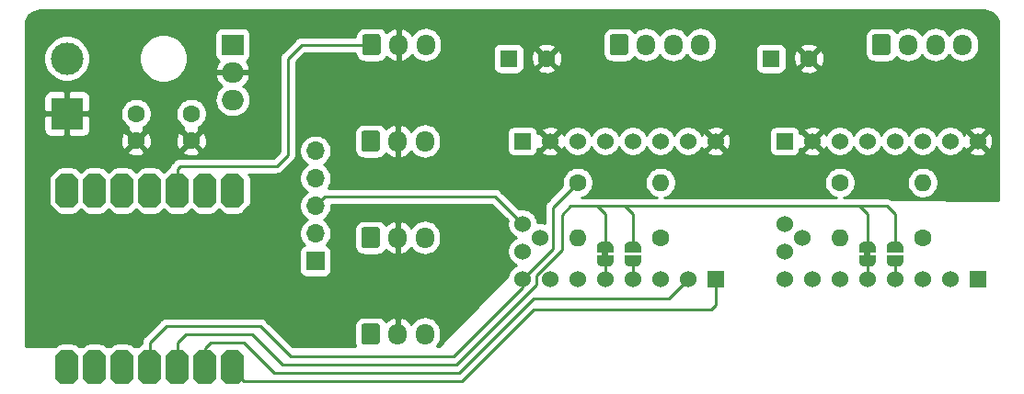
<source format=gbl>
G04 #@! TF.GenerationSoftware,KiCad,Pcbnew,(5.1.9)-1*
G04 #@! TF.CreationDate,2021-06-24T09:40:01+02:00*
G04 #@! TF.ProjectId,ercf-easy-brd,65726366-2d65-4617-9379-2d6272642e6b,v1.1*
G04 #@! TF.SameCoordinates,Original*
G04 #@! TF.FileFunction,Copper,L2,Bot*
G04 #@! TF.FilePolarity,Positive*
%FSLAX46Y46*%
G04 Gerber Fmt 4.6, Leading zero omitted, Abs format (unit mm)*
G04 Created by KiCad (PCBNEW (5.1.9)-1) date 2021-06-24 09:40:01*
%MOMM*%
%LPD*%
G01*
G04 APERTURE LIST*
G04 #@! TA.AperFunction,EtchedComponent*
%ADD10C,0.100000*%
G04 #@! TD*
G04 #@! TA.AperFunction,ComponentPad*
%ADD11R,1.524000X1.524000*%
G04 #@! TD*
G04 #@! TA.AperFunction,ComponentPad*
%ADD12C,1.524000*%
G04 #@! TD*
G04 #@! TA.AperFunction,ComponentPad*
%ADD13C,0.100000*%
G04 #@! TD*
G04 #@! TA.AperFunction,ComponentPad*
%ADD14O,1.700000X1.700000*%
G04 #@! TD*
G04 #@! TA.AperFunction,ComponentPad*
%ADD15R,1.700000X1.700000*%
G04 #@! TD*
G04 #@! TA.AperFunction,ComponentPad*
%ADD16C,3.000000*%
G04 #@! TD*
G04 #@! TA.AperFunction,ComponentPad*
%ADD17R,3.000000X3.000000*%
G04 #@! TD*
G04 #@! TA.AperFunction,SMDPad,CuDef*
%ADD18C,0.100000*%
G04 #@! TD*
G04 #@! TA.AperFunction,ComponentPad*
%ADD19O,1.700000X1.950000*%
G04 #@! TD*
G04 #@! TA.AperFunction,ComponentPad*
%ADD20C,1.600000*%
G04 #@! TD*
G04 #@! TA.AperFunction,ComponentPad*
%ADD21R,2.000000X1.905000*%
G04 #@! TD*
G04 #@! TA.AperFunction,ComponentPad*
%ADD22O,2.000000X1.905000*%
G04 #@! TD*
G04 #@! TA.AperFunction,ComponentPad*
%ADD23O,1.600000X1.600000*%
G04 #@! TD*
G04 #@! TA.AperFunction,ComponentPad*
%ADD24R,1.600000X1.600000*%
G04 #@! TD*
G04 #@! TA.AperFunction,ViaPad*
%ADD25C,1.000000*%
G04 #@! TD*
G04 #@! TA.AperFunction,Conductor*
%ADD26C,0.250000*%
G04 #@! TD*
G04 #@! TA.AperFunction,Conductor*
%ADD27C,0.600000*%
G04 #@! TD*
G04 #@! TA.AperFunction,Conductor*
%ADD28C,0.254000*%
G04 #@! TD*
G04 #@! TA.AperFunction,Conductor*
%ADD29C,0.100000*%
G04 #@! TD*
G04 APERTURE END LIST*
D10*
G36*
X130510000Y-131314000D02*
G01*
X130510000Y-130814000D01*
X131110000Y-130814000D01*
X131110000Y-131314000D01*
X130510000Y-131314000D01*
G37*
G36*
X154640000Y-131314000D02*
G01*
X154640000Y-130814000D01*
X155240000Y-130814000D01*
X155240000Y-131314000D01*
X154640000Y-131314000D01*
G37*
D11*
X140970000Y-133350000D03*
D12*
X138430000Y-133350000D03*
X135890000Y-133350000D03*
X133350000Y-133350000D03*
X130810000Y-133350000D03*
X128270000Y-133350000D03*
X125730000Y-133350000D03*
X123190000Y-133350000D03*
D11*
X123190000Y-120650000D03*
D12*
X125730000Y-120650000D03*
X128270000Y-120650000D03*
X130810000Y-120650000D03*
X133350000Y-120650000D03*
X135890000Y-120650000D03*
X138430000Y-120650000D03*
X140970000Y-120650000D03*
X123190000Y-130810000D03*
X123190000Y-128270000D03*
X124841000Y-129540000D03*
D11*
X165100000Y-133350000D03*
D12*
X162560000Y-133350000D03*
X160020000Y-133350000D03*
X157480000Y-133350000D03*
X154940000Y-133350000D03*
X152400000Y-133350000D03*
X149860000Y-133350000D03*
X147320000Y-133350000D03*
D11*
X147320000Y-120650000D03*
D12*
X149860000Y-120650000D03*
X152400000Y-120650000D03*
X154940000Y-120650000D03*
X157480000Y-120650000D03*
X160020000Y-120650000D03*
X162560000Y-120650000D03*
X165100000Y-120650000D03*
X147320000Y-130810000D03*
X147320000Y-128270000D03*
X148971000Y-129540000D03*
G04 #@! TA.AperFunction,ComponentPad*
D13*
G36*
X80214961Y-124196245D02*
G01*
X80217806Y-124186866D01*
X80222427Y-124178221D01*
X80228645Y-124170645D01*
X80736645Y-123662645D01*
X80744221Y-123656427D01*
X80752866Y-123651806D01*
X80762245Y-123648961D01*
X80772000Y-123648000D01*
X81788000Y-123648000D01*
X81797755Y-123648961D01*
X81807134Y-123651806D01*
X81815779Y-123656427D01*
X81823355Y-123662645D01*
X82331355Y-124170645D01*
X82337573Y-124178221D01*
X82342194Y-124186866D01*
X82345039Y-124196245D01*
X82346000Y-124206000D01*
X82346000Y-126238000D01*
X82345039Y-126247755D01*
X82342194Y-126257134D01*
X82337573Y-126265779D01*
X82331355Y-126273355D01*
X81823355Y-126781355D01*
X81815779Y-126787573D01*
X81807134Y-126792194D01*
X81797755Y-126795039D01*
X81788000Y-126796000D01*
X80772000Y-126796000D01*
X80762245Y-126795039D01*
X80752866Y-126792194D01*
X80744221Y-126787573D01*
X80736645Y-126781355D01*
X80228645Y-126273355D01*
X80222427Y-126265779D01*
X80217806Y-126257134D01*
X80214961Y-126247755D01*
X80214000Y-126238000D01*
X80214000Y-124206000D01*
X80214961Y-124196245D01*
G37*
G04 #@! TD.AperFunction*
G04 #@! TA.AperFunction,ComponentPad*
G36*
X85294961Y-124196245D02*
G01*
X85297806Y-124186866D01*
X85302427Y-124178221D01*
X85308645Y-124170645D01*
X85816645Y-123662645D01*
X85824221Y-123656427D01*
X85832866Y-123651806D01*
X85842245Y-123648961D01*
X85852000Y-123648000D01*
X86868000Y-123648000D01*
X86877755Y-123648961D01*
X86887134Y-123651806D01*
X86895779Y-123656427D01*
X86903355Y-123662645D01*
X87411355Y-124170645D01*
X87417573Y-124178221D01*
X87422194Y-124186866D01*
X87425039Y-124196245D01*
X87426000Y-124206000D01*
X87426000Y-126238000D01*
X87425039Y-126247755D01*
X87422194Y-126257134D01*
X87417573Y-126265779D01*
X87411355Y-126273355D01*
X86903355Y-126781355D01*
X86895779Y-126787573D01*
X86887134Y-126792194D01*
X86877755Y-126795039D01*
X86868000Y-126796000D01*
X85852000Y-126796000D01*
X85842245Y-126795039D01*
X85832866Y-126792194D01*
X85824221Y-126787573D01*
X85816645Y-126781355D01*
X85308645Y-126273355D01*
X85302427Y-126265779D01*
X85297806Y-126257134D01*
X85294961Y-126247755D01*
X85294000Y-126238000D01*
X85294000Y-124206000D01*
X85294961Y-124196245D01*
G37*
G04 #@! TD.AperFunction*
G04 #@! TA.AperFunction,ComponentPad*
G36*
X82754961Y-124196245D02*
G01*
X82757806Y-124186866D01*
X82762427Y-124178221D01*
X82768645Y-124170645D01*
X83276645Y-123662645D01*
X83284221Y-123656427D01*
X83292866Y-123651806D01*
X83302245Y-123648961D01*
X83312000Y-123648000D01*
X84328000Y-123648000D01*
X84337755Y-123648961D01*
X84347134Y-123651806D01*
X84355779Y-123656427D01*
X84363355Y-123662645D01*
X84871355Y-124170645D01*
X84877573Y-124178221D01*
X84882194Y-124186866D01*
X84885039Y-124196245D01*
X84886000Y-124206000D01*
X84886000Y-126238000D01*
X84885039Y-126247755D01*
X84882194Y-126257134D01*
X84877573Y-126265779D01*
X84871355Y-126273355D01*
X84363355Y-126781355D01*
X84355779Y-126787573D01*
X84347134Y-126792194D01*
X84337755Y-126795039D01*
X84328000Y-126796000D01*
X83312000Y-126796000D01*
X83302245Y-126795039D01*
X83292866Y-126792194D01*
X83284221Y-126787573D01*
X83276645Y-126781355D01*
X82768645Y-126273355D01*
X82762427Y-126265779D01*
X82757806Y-126257134D01*
X82754961Y-126247755D01*
X82754000Y-126238000D01*
X82754000Y-124206000D01*
X82754961Y-124196245D01*
G37*
G04 #@! TD.AperFunction*
G04 #@! TA.AperFunction,ComponentPad*
G36*
X87834961Y-124196245D02*
G01*
X87837806Y-124186866D01*
X87842427Y-124178221D01*
X87848645Y-124170645D01*
X88356645Y-123662645D01*
X88364221Y-123656427D01*
X88372866Y-123651806D01*
X88382245Y-123648961D01*
X88392000Y-123648000D01*
X89408000Y-123648000D01*
X89417755Y-123648961D01*
X89427134Y-123651806D01*
X89435779Y-123656427D01*
X89443355Y-123662645D01*
X89951355Y-124170645D01*
X89957573Y-124178221D01*
X89962194Y-124186866D01*
X89965039Y-124196245D01*
X89966000Y-124206000D01*
X89966000Y-126238000D01*
X89965039Y-126247755D01*
X89962194Y-126257134D01*
X89957573Y-126265779D01*
X89951355Y-126273355D01*
X89443355Y-126781355D01*
X89435779Y-126787573D01*
X89427134Y-126792194D01*
X89417755Y-126795039D01*
X89408000Y-126796000D01*
X88392000Y-126796000D01*
X88382245Y-126795039D01*
X88372866Y-126792194D01*
X88364221Y-126787573D01*
X88356645Y-126781355D01*
X87848645Y-126273355D01*
X87842427Y-126265779D01*
X87837806Y-126257134D01*
X87834961Y-126247755D01*
X87834000Y-126238000D01*
X87834000Y-124206000D01*
X87834961Y-124196245D01*
G37*
G04 #@! TD.AperFunction*
G04 #@! TA.AperFunction,ComponentPad*
G36*
X95454961Y-124196245D02*
G01*
X95457806Y-124186866D01*
X95462427Y-124178221D01*
X95468645Y-124170645D01*
X95976645Y-123662645D01*
X95984221Y-123656427D01*
X95992866Y-123651806D01*
X96002245Y-123648961D01*
X96012000Y-123648000D01*
X97028000Y-123648000D01*
X97037755Y-123648961D01*
X97047134Y-123651806D01*
X97055779Y-123656427D01*
X97063355Y-123662645D01*
X97571355Y-124170645D01*
X97577573Y-124178221D01*
X97582194Y-124186866D01*
X97585039Y-124196245D01*
X97586000Y-124206000D01*
X97586000Y-126238000D01*
X97585039Y-126247755D01*
X97582194Y-126257134D01*
X97577573Y-126265779D01*
X97571355Y-126273355D01*
X97063355Y-126781355D01*
X97055779Y-126787573D01*
X97047134Y-126792194D01*
X97037755Y-126795039D01*
X97028000Y-126796000D01*
X96012000Y-126796000D01*
X96002245Y-126795039D01*
X95992866Y-126792194D01*
X95984221Y-126787573D01*
X95976645Y-126781355D01*
X95468645Y-126273355D01*
X95462427Y-126265779D01*
X95457806Y-126257134D01*
X95454961Y-126247755D01*
X95454000Y-126238000D01*
X95454000Y-124206000D01*
X95454961Y-124196245D01*
G37*
G04 #@! TD.AperFunction*
G04 #@! TA.AperFunction,ComponentPad*
G36*
X92914961Y-124196245D02*
G01*
X92917806Y-124186866D01*
X92922427Y-124178221D01*
X92928645Y-124170645D01*
X93436645Y-123662645D01*
X93444221Y-123656427D01*
X93452866Y-123651806D01*
X93462245Y-123648961D01*
X93472000Y-123648000D01*
X94488000Y-123648000D01*
X94497755Y-123648961D01*
X94507134Y-123651806D01*
X94515779Y-123656427D01*
X94523355Y-123662645D01*
X95031355Y-124170645D01*
X95037573Y-124178221D01*
X95042194Y-124186866D01*
X95045039Y-124196245D01*
X95046000Y-124206000D01*
X95046000Y-126238000D01*
X95045039Y-126247755D01*
X95042194Y-126257134D01*
X95037573Y-126265779D01*
X95031355Y-126273355D01*
X94523355Y-126781355D01*
X94515779Y-126787573D01*
X94507134Y-126792194D01*
X94497755Y-126795039D01*
X94488000Y-126796000D01*
X93472000Y-126796000D01*
X93462245Y-126795039D01*
X93452866Y-126792194D01*
X93444221Y-126787573D01*
X93436645Y-126781355D01*
X92928645Y-126273355D01*
X92922427Y-126265779D01*
X92917806Y-126257134D01*
X92914961Y-126247755D01*
X92914000Y-126238000D01*
X92914000Y-124206000D01*
X92914961Y-124196245D01*
G37*
G04 #@! TD.AperFunction*
G04 #@! TA.AperFunction,ComponentPad*
G36*
X90374961Y-124196245D02*
G01*
X90377806Y-124186866D01*
X90382427Y-124178221D01*
X90388645Y-124170645D01*
X90896645Y-123662645D01*
X90904221Y-123656427D01*
X90912866Y-123651806D01*
X90922245Y-123648961D01*
X90932000Y-123648000D01*
X91948000Y-123648000D01*
X91957755Y-123648961D01*
X91967134Y-123651806D01*
X91975779Y-123656427D01*
X91983355Y-123662645D01*
X92491355Y-124170645D01*
X92497573Y-124178221D01*
X92502194Y-124186866D01*
X92505039Y-124196245D01*
X92506000Y-124206000D01*
X92506000Y-126238000D01*
X92505039Y-126247755D01*
X92502194Y-126257134D01*
X92497573Y-126265779D01*
X92491355Y-126273355D01*
X91983355Y-126781355D01*
X91975779Y-126787573D01*
X91967134Y-126792194D01*
X91957755Y-126795039D01*
X91948000Y-126796000D01*
X90932000Y-126796000D01*
X90922245Y-126795039D01*
X90912866Y-126792194D01*
X90904221Y-126787573D01*
X90896645Y-126781355D01*
X90388645Y-126273355D01*
X90382427Y-126265779D01*
X90377806Y-126257134D01*
X90374961Y-126247755D01*
X90374000Y-126238000D01*
X90374000Y-124206000D01*
X90374961Y-124196245D01*
G37*
G04 #@! TD.AperFunction*
G04 #@! TA.AperFunction,ComponentPad*
G36*
X95454961Y-140452245D02*
G01*
X95457806Y-140442866D01*
X95462427Y-140434221D01*
X95468645Y-140426645D01*
X95976645Y-139918645D01*
X95984221Y-139912427D01*
X95992866Y-139907806D01*
X96002245Y-139904961D01*
X96012000Y-139904000D01*
X97028000Y-139904000D01*
X97037755Y-139904961D01*
X97047134Y-139907806D01*
X97055779Y-139912427D01*
X97063355Y-139918645D01*
X97571355Y-140426645D01*
X97577573Y-140434221D01*
X97582194Y-140442866D01*
X97585039Y-140452245D01*
X97586000Y-140462000D01*
X97586000Y-142494000D01*
X97585039Y-142503755D01*
X97582194Y-142513134D01*
X97577573Y-142521779D01*
X97571355Y-142529355D01*
X97063355Y-143037355D01*
X97055779Y-143043573D01*
X97047134Y-143048194D01*
X97037755Y-143051039D01*
X97028000Y-143052000D01*
X96012000Y-143052000D01*
X96002245Y-143051039D01*
X95992866Y-143048194D01*
X95984221Y-143043573D01*
X95976645Y-143037355D01*
X95468645Y-142529355D01*
X95462427Y-142521779D01*
X95457806Y-142513134D01*
X95454961Y-142503755D01*
X95454000Y-142494000D01*
X95454000Y-140462000D01*
X95454961Y-140452245D01*
G37*
G04 #@! TD.AperFunction*
G04 #@! TA.AperFunction,ComponentPad*
G36*
X92914961Y-140452245D02*
G01*
X92917806Y-140442866D01*
X92922427Y-140434221D01*
X92928645Y-140426645D01*
X93436645Y-139918645D01*
X93444221Y-139912427D01*
X93452866Y-139907806D01*
X93462245Y-139904961D01*
X93472000Y-139904000D01*
X94488000Y-139904000D01*
X94497755Y-139904961D01*
X94507134Y-139907806D01*
X94515779Y-139912427D01*
X94523355Y-139918645D01*
X95031355Y-140426645D01*
X95037573Y-140434221D01*
X95042194Y-140442866D01*
X95045039Y-140452245D01*
X95046000Y-140462000D01*
X95046000Y-142494000D01*
X95045039Y-142503755D01*
X95042194Y-142513134D01*
X95037573Y-142521779D01*
X95031355Y-142529355D01*
X94523355Y-143037355D01*
X94515779Y-143043573D01*
X94507134Y-143048194D01*
X94497755Y-143051039D01*
X94488000Y-143052000D01*
X93472000Y-143052000D01*
X93462245Y-143051039D01*
X93452866Y-143048194D01*
X93444221Y-143043573D01*
X93436645Y-143037355D01*
X92928645Y-142529355D01*
X92922427Y-142521779D01*
X92917806Y-142513134D01*
X92914961Y-142503755D01*
X92914000Y-142494000D01*
X92914000Y-140462000D01*
X92914961Y-140452245D01*
G37*
G04 #@! TD.AperFunction*
G04 #@! TA.AperFunction,ComponentPad*
G36*
X90374961Y-140452245D02*
G01*
X90377806Y-140442866D01*
X90382427Y-140434221D01*
X90388645Y-140426645D01*
X90896645Y-139918645D01*
X90904221Y-139912427D01*
X90912866Y-139907806D01*
X90922245Y-139904961D01*
X90932000Y-139904000D01*
X91948000Y-139904000D01*
X91957755Y-139904961D01*
X91967134Y-139907806D01*
X91975779Y-139912427D01*
X91983355Y-139918645D01*
X92491355Y-140426645D01*
X92497573Y-140434221D01*
X92502194Y-140442866D01*
X92505039Y-140452245D01*
X92506000Y-140462000D01*
X92506000Y-142494000D01*
X92505039Y-142503755D01*
X92502194Y-142513134D01*
X92497573Y-142521779D01*
X92491355Y-142529355D01*
X91983355Y-143037355D01*
X91975779Y-143043573D01*
X91967134Y-143048194D01*
X91957755Y-143051039D01*
X91948000Y-143052000D01*
X90932000Y-143052000D01*
X90922245Y-143051039D01*
X90912866Y-143048194D01*
X90904221Y-143043573D01*
X90896645Y-143037355D01*
X90388645Y-142529355D01*
X90382427Y-142521779D01*
X90377806Y-142513134D01*
X90374961Y-142503755D01*
X90374000Y-142494000D01*
X90374000Y-140462000D01*
X90374961Y-140452245D01*
G37*
G04 #@! TD.AperFunction*
G04 #@! TA.AperFunction,ComponentPad*
G36*
X80214961Y-140452245D02*
G01*
X80217806Y-140442866D01*
X80222427Y-140434221D01*
X80228645Y-140426645D01*
X80736645Y-139918645D01*
X80744221Y-139912427D01*
X80752866Y-139907806D01*
X80762245Y-139904961D01*
X80772000Y-139904000D01*
X81788000Y-139904000D01*
X81797755Y-139904961D01*
X81807134Y-139907806D01*
X81815779Y-139912427D01*
X81823355Y-139918645D01*
X82331355Y-140426645D01*
X82337573Y-140434221D01*
X82342194Y-140442866D01*
X82345039Y-140452245D01*
X82346000Y-140462000D01*
X82346000Y-142494000D01*
X82345039Y-142503755D01*
X82342194Y-142513134D01*
X82337573Y-142521779D01*
X82331355Y-142529355D01*
X81823355Y-143037355D01*
X81815779Y-143043573D01*
X81807134Y-143048194D01*
X81797755Y-143051039D01*
X81788000Y-143052000D01*
X80772000Y-143052000D01*
X80762245Y-143051039D01*
X80752866Y-143048194D01*
X80744221Y-143043573D01*
X80736645Y-143037355D01*
X80228645Y-142529355D01*
X80222427Y-142521779D01*
X80217806Y-142513134D01*
X80214961Y-142503755D01*
X80214000Y-142494000D01*
X80214000Y-140462000D01*
X80214961Y-140452245D01*
G37*
G04 #@! TD.AperFunction*
G04 #@! TA.AperFunction,ComponentPad*
G36*
X82754961Y-140452245D02*
G01*
X82757806Y-140442866D01*
X82762427Y-140434221D01*
X82768645Y-140426645D01*
X83276645Y-139918645D01*
X83284221Y-139912427D01*
X83292866Y-139907806D01*
X83302245Y-139904961D01*
X83312000Y-139904000D01*
X84328000Y-139904000D01*
X84337755Y-139904961D01*
X84347134Y-139907806D01*
X84355779Y-139912427D01*
X84363355Y-139918645D01*
X84871355Y-140426645D01*
X84877573Y-140434221D01*
X84882194Y-140442866D01*
X84885039Y-140452245D01*
X84886000Y-140462000D01*
X84886000Y-142494000D01*
X84885039Y-142503755D01*
X84882194Y-142513134D01*
X84877573Y-142521779D01*
X84871355Y-142529355D01*
X84363355Y-143037355D01*
X84355779Y-143043573D01*
X84347134Y-143048194D01*
X84337755Y-143051039D01*
X84328000Y-143052000D01*
X83312000Y-143052000D01*
X83302245Y-143051039D01*
X83292866Y-143048194D01*
X83284221Y-143043573D01*
X83276645Y-143037355D01*
X82768645Y-142529355D01*
X82762427Y-142521779D01*
X82757806Y-142513134D01*
X82754961Y-142503755D01*
X82754000Y-142494000D01*
X82754000Y-140462000D01*
X82754961Y-140452245D01*
G37*
G04 #@! TD.AperFunction*
G04 #@! TA.AperFunction,ComponentPad*
G36*
X85294961Y-140452245D02*
G01*
X85297806Y-140442866D01*
X85302427Y-140434221D01*
X85308645Y-140426645D01*
X85816645Y-139918645D01*
X85824221Y-139912427D01*
X85832866Y-139907806D01*
X85842245Y-139904961D01*
X85852000Y-139904000D01*
X86868000Y-139904000D01*
X86877755Y-139904961D01*
X86887134Y-139907806D01*
X86895779Y-139912427D01*
X86903355Y-139918645D01*
X87411355Y-140426645D01*
X87417573Y-140434221D01*
X87422194Y-140442866D01*
X87425039Y-140452245D01*
X87426000Y-140462000D01*
X87426000Y-142494000D01*
X87425039Y-142503755D01*
X87422194Y-142513134D01*
X87417573Y-142521779D01*
X87411355Y-142529355D01*
X86903355Y-143037355D01*
X86895779Y-143043573D01*
X86887134Y-143048194D01*
X86877755Y-143051039D01*
X86868000Y-143052000D01*
X85852000Y-143052000D01*
X85842245Y-143051039D01*
X85832866Y-143048194D01*
X85824221Y-143043573D01*
X85816645Y-143037355D01*
X85308645Y-142529355D01*
X85302427Y-142521779D01*
X85297806Y-142513134D01*
X85294961Y-142503755D01*
X85294000Y-142494000D01*
X85294000Y-140462000D01*
X85294961Y-140452245D01*
G37*
G04 #@! TD.AperFunction*
G04 #@! TA.AperFunction,ComponentPad*
G36*
X87834961Y-140452245D02*
G01*
X87837806Y-140442866D01*
X87842427Y-140434221D01*
X87848645Y-140426645D01*
X88356645Y-139918645D01*
X88364221Y-139912427D01*
X88372866Y-139907806D01*
X88382245Y-139904961D01*
X88392000Y-139904000D01*
X89408000Y-139904000D01*
X89417755Y-139904961D01*
X89427134Y-139907806D01*
X89435779Y-139912427D01*
X89443355Y-139918645D01*
X89951355Y-140426645D01*
X89957573Y-140434221D01*
X89962194Y-140442866D01*
X89965039Y-140452245D01*
X89966000Y-140462000D01*
X89966000Y-142494000D01*
X89965039Y-142503755D01*
X89962194Y-142513134D01*
X89957573Y-142521779D01*
X89951355Y-142529355D01*
X89443355Y-143037355D01*
X89435779Y-143043573D01*
X89427134Y-143048194D01*
X89417755Y-143051039D01*
X89408000Y-143052000D01*
X88392000Y-143052000D01*
X88382245Y-143051039D01*
X88372866Y-143048194D01*
X88364221Y-143043573D01*
X88356645Y-143037355D01*
X87848645Y-142529355D01*
X87842427Y-142521779D01*
X87837806Y-142513134D01*
X87834961Y-142503755D01*
X87834000Y-142494000D01*
X87834000Y-140462000D01*
X87834961Y-140452245D01*
G37*
G04 #@! TD.AperFunction*
D14*
X104140000Y-121539000D03*
X104140000Y-124079000D03*
X104140000Y-126619000D03*
X104140000Y-129159000D03*
D15*
X104140000Y-131699000D03*
D16*
X81280000Y-113030000D03*
D17*
X81280000Y-118110000D03*
G04 #@! TA.AperFunction,SMDPad,CuDef*
D18*
G36*
X130060000Y-130914000D02*
G01*
X130060000Y-130414000D01*
X130060602Y-130414000D01*
X130060602Y-130389466D01*
X130065412Y-130340635D01*
X130074984Y-130292510D01*
X130089228Y-130245555D01*
X130108005Y-130200222D01*
X130131136Y-130156949D01*
X130158396Y-130116150D01*
X130189524Y-130078221D01*
X130224221Y-130043524D01*
X130262150Y-130012396D01*
X130302949Y-129985136D01*
X130346222Y-129962005D01*
X130391555Y-129943228D01*
X130438510Y-129928984D01*
X130486635Y-129919412D01*
X130535466Y-129914602D01*
X130560000Y-129914602D01*
X130560000Y-129914000D01*
X131060000Y-129914000D01*
X131060000Y-129914602D01*
X131084534Y-129914602D01*
X131133365Y-129919412D01*
X131181490Y-129928984D01*
X131228445Y-129943228D01*
X131273778Y-129962005D01*
X131317051Y-129985136D01*
X131357850Y-130012396D01*
X131395779Y-130043524D01*
X131430476Y-130078221D01*
X131461604Y-130116150D01*
X131488864Y-130156949D01*
X131511995Y-130200222D01*
X131530772Y-130245555D01*
X131545016Y-130292510D01*
X131554588Y-130340635D01*
X131559398Y-130389466D01*
X131559398Y-130414000D01*
X131560000Y-130414000D01*
X131560000Y-130914000D01*
X130060000Y-130914000D01*
G37*
G04 #@! TD.AperFunction*
G04 #@! TA.AperFunction,SMDPad,CuDef*
G36*
X131559398Y-131714000D02*
G01*
X131559398Y-131738534D01*
X131554588Y-131787365D01*
X131545016Y-131835490D01*
X131530772Y-131882445D01*
X131511995Y-131927778D01*
X131488864Y-131971051D01*
X131461604Y-132011850D01*
X131430476Y-132049779D01*
X131395779Y-132084476D01*
X131357850Y-132115604D01*
X131317051Y-132142864D01*
X131273778Y-132165995D01*
X131228445Y-132184772D01*
X131181490Y-132199016D01*
X131133365Y-132208588D01*
X131084534Y-132213398D01*
X131060000Y-132213398D01*
X131060000Y-132214000D01*
X130560000Y-132214000D01*
X130560000Y-132213398D01*
X130535466Y-132213398D01*
X130486635Y-132208588D01*
X130438510Y-132199016D01*
X130391555Y-132184772D01*
X130346222Y-132165995D01*
X130302949Y-132142864D01*
X130262150Y-132115604D01*
X130224221Y-132084476D01*
X130189524Y-132049779D01*
X130158396Y-132011850D01*
X130131136Y-131971051D01*
X130108005Y-131927778D01*
X130089228Y-131882445D01*
X130074984Y-131835490D01*
X130065412Y-131787365D01*
X130060602Y-131738534D01*
X130060602Y-131714000D01*
X130060000Y-131714000D01*
X130060000Y-131214000D01*
X131560000Y-131214000D01*
X131560000Y-131714000D01*
X131559398Y-131714000D01*
G37*
G04 #@! TD.AperFunction*
G04 #@! TA.AperFunction,SMDPad,CuDef*
G36*
X132600602Y-130414000D02*
G01*
X132600602Y-130389466D01*
X132605412Y-130340635D01*
X132614984Y-130292510D01*
X132629228Y-130245555D01*
X132648005Y-130200222D01*
X132671136Y-130156949D01*
X132698396Y-130116150D01*
X132729524Y-130078221D01*
X132764221Y-130043524D01*
X132802150Y-130012396D01*
X132842949Y-129985136D01*
X132886222Y-129962005D01*
X132931555Y-129943228D01*
X132978510Y-129928984D01*
X133026635Y-129919412D01*
X133075466Y-129914602D01*
X133100000Y-129914602D01*
X133100000Y-129914000D01*
X133600000Y-129914000D01*
X133600000Y-129914602D01*
X133624534Y-129914602D01*
X133673365Y-129919412D01*
X133721490Y-129928984D01*
X133768445Y-129943228D01*
X133813778Y-129962005D01*
X133857051Y-129985136D01*
X133897850Y-130012396D01*
X133935779Y-130043524D01*
X133970476Y-130078221D01*
X134001604Y-130116150D01*
X134028864Y-130156949D01*
X134051995Y-130200222D01*
X134070772Y-130245555D01*
X134085016Y-130292510D01*
X134094588Y-130340635D01*
X134099398Y-130389466D01*
X134099398Y-130414000D01*
X134100000Y-130414000D01*
X134100000Y-130914000D01*
X132600000Y-130914000D01*
X132600000Y-130414000D01*
X132600602Y-130414000D01*
G37*
G04 #@! TD.AperFunction*
G04 #@! TA.AperFunction,SMDPad,CuDef*
G36*
X134100000Y-131214000D02*
G01*
X134100000Y-131714000D01*
X134099398Y-131714000D01*
X134099398Y-131738534D01*
X134094588Y-131787365D01*
X134085016Y-131835490D01*
X134070772Y-131882445D01*
X134051995Y-131927778D01*
X134028864Y-131971051D01*
X134001604Y-132011850D01*
X133970476Y-132049779D01*
X133935779Y-132084476D01*
X133897850Y-132115604D01*
X133857051Y-132142864D01*
X133813778Y-132165995D01*
X133768445Y-132184772D01*
X133721490Y-132199016D01*
X133673365Y-132208588D01*
X133624534Y-132213398D01*
X133600000Y-132213398D01*
X133600000Y-132214000D01*
X133100000Y-132214000D01*
X133100000Y-132213398D01*
X133075466Y-132213398D01*
X133026635Y-132208588D01*
X132978510Y-132199016D01*
X132931555Y-132184772D01*
X132886222Y-132165995D01*
X132842949Y-132142864D01*
X132802150Y-132115604D01*
X132764221Y-132084476D01*
X132729524Y-132049779D01*
X132698396Y-132011850D01*
X132671136Y-131971051D01*
X132648005Y-131927778D01*
X132629228Y-131882445D01*
X132614984Y-131835490D01*
X132605412Y-131787365D01*
X132600602Y-131738534D01*
X132600602Y-131714000D01*
X132600000Y-131714000D01*
X132600000Y-131214000D01*
X134100000Y-131214000D01*
G37*
G04 #@! TD.AperFunction*
G04 #@! TA.AperFunction,SMDPad,CuDef*
G36*
X155689398Y-131714000D02*
G01*
X155689398Y-131738534D01*
X155684588Y-131787365D01*
X155675016Y-131835490D01*
X155660772Y-131882445D01*
X155641995Y-131927778D01*
X155618864Y-131971051D01*
X155591604Y-132011850D01*
X155560476Y-132049779D01*
X155525779Y-132084476D01*
X155487850Y-132115604D01*
X155447051Y-132142864D01*
X155403778Y-132165995D01*
X155358445Y-132184772D01*
X155311490Y-132199016D01*
X155263365Y-132208588D01*
X155214534Y-132213398D01*
X155190000Y-132213398D01*
X155190000Y-132214000D01*
X154690000Y-132214000D01*
X154690000Y-132213398D01*
X154665466Y-132213398D01*
X154616635Y-132208588D01*
X154568510Y-132199016D01*
X154521555Y-132184772D01*
X154476222Y-132165995D01*
X154432949Y-132142864D01*
X154392150Y-132115604D01*
X154354221Y-132084476D01*
X154319524Y-132049779D01*
X154288396Y-132011850D01*
X154261136Y-131971051D01*
X154238005Y-131927778D01*
X154219228Y-131882445D01*
X154204984Y-131835490D01*
X154195412Y-131787365D01*
X154190602Y-131738534D01*
X154190602Y-131714000D01*
X154190000Y-131714000D01*
X154190000Y-131214000D01*
X155690000Y-131214000D01*
X155690000Y-131714000D01*
X155689398Y-131714000D01*
G37*
G04 #@! TD.AperFunction*
G04 #@! TA.AperFunction,SMDPad,CuDef*
G36*
X154190000Y-130914000D02*
G01*
X154190000Y-130414000D01*
X154190602Y-130414000D01*
X154190602Y-130389466D01*
X154195412Y-130340635D01*
X154204984Y-130292510D01*
X154219228Y-130245555D01*
X154238005Y-130200222D01*
X154261136Y-130156949D01*
X154288396Y-130116150D01*
X154319524Y-130078221D01*
X154354221Y-130043524D01*
X154392150Y-130012396D01*
X154432949Y-129985136D01*
X154476222Y-129962005D01*
X154521555Y-129943228D01*
X154568510Y-129928984D01*
X154616635Y-129919412D01*
X154665466Y-129914602D01*
X154690000Y-129914602D01*
X154690000Y-129914000D01*
X155190000Y-129914000D01*
X155190000Y-129914602D01*
X155214534Y-129914602D01*
X155263365Y-129919412D01*
X155311490Y-129928984D01*
X155358445Y-129943228D01*
X155403778Y-129962005D01*
X155447051Y-129985136D01*
X155487850Y-130012396D01*
X155525779Y-130043524D01*
X155560476Y-130078221D01*
X155591604Y-130116150D01*
X155618864Y-130156949D01*
X155641995Y-130200222D01*
X155660772Y-130245555D01*
X155675016Y-130292510D01*
X155684588Y-130340635D01*
X155689398Y-130389466D01*
X155689398Y-130414000D01*
X155690000Y-130414000D01*
X155690000Y-130914000D01*
X154190000Y-130914000D01*
G37*
G04 #@! TD.AperFunction*
G04 #@! TA.AperFunction,SMDPad,CuDef*
G36*
X156730602Y-130414000D02*
G01*
X156730602Y-130389466D01*
X156735412Y-130340635D01*
X156744984Y-130292510D01*
X156759228Y-130245555D01*
X156778005Y-130200222D01*
X156801136Y-130156949D01*
X156828396Y-130116150D01*
X156859524Y-130078221D01*
X156894221Y-130043524D01*
X156932150Y-130012396D01*
X156972949Y-129985136D01*
X157016222Y-129962005D01*
X157061555Y-129943228D01*
X157108510Y-129928984D01*
X157156635Y-129919412D01*
X157205466Y-129914602D01*
X157230000Y-129914602D01*
X157230000Y-129914000D01*
X157730000Y-129914000D01*
X157730000Y-129914602D01*
X157754534Y-129914602D01*
X157803365Y-129919412D01*
X157851490Y-129928984D01*
X157898445Y-129943228D01*
X157943778Y-129962005D01*
X157987051Y-129985136D01*
X158027850Y-130012396D01*
X158065779Y-130043524D01*
X158100476Y-130078221D01*
X158131604Y-130116150D01*
X158158864Y-130156949D01*
X158181995Y-130200222D01*
X158200772Y-130245555D01*
X158215016Y-130292510D01*
X158224588Y-130340635D01*
X158229398Y-130389466D01*
X158229398Y-130414000D01*
X158230000Y-130414000D01*
X158230000Y-130914000D01*
X156730000Y-130914000D01*
X156730000Y-130414000D01*
X156730602Y-130414000D01*
G37*
G04 #@! TD.AperFunction*
G04 #@! TA.AperFunction,SMDPad,CuDef*
G36*
X158230000Y-131214000D02*
G01*
X158230000Y-131714000D01*
X158229398Y-131714000D01*
X158229398Y-131738534D01*
X158224588Y-131787365D01*
X158215016Y-131835490D01*
X158200772Y-131882445D01*
X158181995Y-131927778D01*
X158158864Y-131971051D01*
X158131604Y-132011850D01*
X158100476Y-132049779D01*
X158065779Y-132084476D01*
X158027850Y-132115604D01*
X157987051Y-132142864D01*
X157943778Y-132165995D01*
X157898445Y-132184772D01*
X157851490Y-132199016D01*
X157803365Y-132208588D01*
X157754534Y-132213398D01*
X157730000Y-132213398D01*
X157730000Y-132214000D01*
X157230000Y-132214000D01*
X157230000Y-132213398D01*
X157205466Y-132213398D01*
X157156635Y-132208588D01*
X157108510Y-132199016D01*
X157061555Y-132184772D01*
X157016222Y-132165995D01*
X156972949Y-132142864D01*
X156932150Y-132115604D01*
X156894221Y-132084476D01*
X156859524Y-132049779D01*
X156828396Y-132011850D01*
X156801136Y-131971051D01*
X156778005Y-131927778D01*
X156759228Y-131882445D01*
X156744984Y-131835490D01*
X156735412Y-131787365D01*
X156730602Y-131738534D01*
X156730602Y-131714000D01*
X156730000Y-131714000D01*
X156730000Y-131214000D01*
X158230000Y-131214000D01*
G37*
G04 #@! TD.AperFunction*
D19*
X114220000Y-129540000D03*
X111720000Y-129540000D03*
G04 #@! TA.AperFunction,ComponentPad*
G36*
G01*
X108370000Y-130265000D02*
X108370000Y-128815000D01*
G75*
G02*
X108620000Y-128565000I250000J0D01*
G01*
X109820000Y-128565000D01*
G75*
G02*
X110070000Y-128815000I0J-250000D01*
G01*
X110070000Y-130265000D01*
G75*
G02*
X109820000Y-130515000I-250000J0D01*
G01*
X108620000Y-130515000D01*
G75*
G02*
X108370000Y-130265000I0J250000D01*
G01*
G37*
G04 #@! TD.AperFunction*
D20*
X92710000Y-118110000D03*
X92710000Y-120610000D03*
D21*
X96520000Y-111760000D03*
D22*
X96520000Y-114300000D03*
X96520000Y-116840000D03*
D23*
X135890000Y-124460000D03*
D20*
X128270000Y-124460000D03*
D23*
X160020000Y-124460000D03*
D20*
X152400000Y-124460000D03*
D23*
X128270000Y-129540000D03*
D20*
X135890000Y-129540000D03*
D23*
X152400000Y-129540000D03*
D20*
X160020000Y-129540000D03*
G04 #@! TA.AperFunction,ComponentPad*
G36*
G01*
X131230000Y-112485000D02*
X131230000Y-111035000D01*
G75*
G02*
X131480000Y-110785000I250000J0D01*
G01*
X132680000Y-110785000D01*
G75*
G02*
X132930000Y-111035000I0J-250000D01*
G01*
X132930000Y-112485000D01*
G75*
G02*
X132680000Y-112735000I-250000J0D01*
G01*
X131480000Y-112735000D01*
G75*
G02*
X131230000Y-112485000I0J250000D01*
G01*
G37*
G04 #@! TD.AperFunction*
D19*
X134580000Y-111760000D03*
X137080000Y-111760000D03*
X139580000Y-111760000D03*
X163710000Y-111760000D03*
X161210000Y-111760000D03*
X158710000Y-111760000D03*
G04 #@! TA.AperFunction,ComponentPad*
G36*
G01*
X155360000Y-112485000D02*
X155360000Y-111035000D01*
G75*
G02*
X155610000Y-110785000I250000J0D01*
G01*
X156810000Y-110785000D01*
G75*
G02*
X157060000Y-111035000I0J-250000D01*
G01*
X157060000Y-112485000D01*
G75*
G02*
X156810000Y-112735000I-250000J0D01*
G01*
X155610000Y-112735000D01*
G75*
G02*
X155360000Y-112485000I0J250000D01*
G01*
G37*
G04 #@! TD.AperFunction*
X114220000Y-120650000D03*
X111720000Y-120650000D03*
G04 #@! TA.AperFunction,ComponentPad*
G36*
G01*
X108370000Y-121375000D02*
X108370000Y-119925000D01*
G75*
G02*
X108620000Y-119675000I250000J0D01*
G01*
X109820000Y-119675000D01*
G75*
G02*
X110070000Y-119925000I0J-250000D01*
G01*
X110070000Y-121375000D01*
G75*
G02*
X109820000Y-121625000I-250000J0D01*
G01*
X108620000Y-121625000D01*
G75*
G02*
X108370000Y-121375000I0J250000D01*
G01*
G37*
G04 #@! TD.AperFunction*
X114220000Y-138430000D03*
X111720000Y-138430000D03*
G04 #@! TA.AperFunction,ComponentPad*
G36*
G01*
X108370000Y-139155000D02*
X108370000Y-137705000D01*
G75*
G02*
X108620000Y-137455000I250000J0D01*
G01*
X109820000Y-137455000D01*
G75*
G02*
X110070000Y-137705000I0J-250000D01*
G01*
X110070000Y-139155000D01*
G75*
G02*
X109820000Y-139405000I-250000J0D01*
G01*
X108620000Y-139405000D01*
G75*
G02*
X108370000Y-139155000I0J250000D01*
G01*
G37*
G04 #@! TD.AperFunction*
X114300000Y-111760000D03*
X111800000Y-111760000D03*
G04 #@! TA.AperFunction,ComponentPad*
G36*
G01*
X108450000Y-112485000D02*
X108450000Y-111035000D01*
G75*
G02*
X108700000Y-110785000I250000J0D01*
G01*
X109900000Y-110785000D01*
G75*
G02*
X110150000Y-111035000I0J-250000D01*
G01*
X110150000Y-112485000D01*
G75*
G02*
X109900000Y-112735000I-250000J0D01*
G01*
X108700000Y-112735000D01*
G75*
G02*
X108450000Y-112485000I0J250000D01*
G01*
G37*
G04 #@! TD.AperFunction*
D20*
X125420000Y-113030000D03*
D24*
X121920000Y-113030000D03*
D20*
X149550000Y-113030000D03*
D24*
X146050000Y-113030000D03*
D20*
X87630000Y-120610000D03*
X87630000Y-118110000D03*
D25*
X140970000Y-124460000D03*
X165100000Y-124460000D03*
D26*
X91440000Y-125730000D02*
X91440000Y-123190000D01*
X100584000Y-122936000D02*
X91694000Y-122936000D01*
X101600000Y-121920000D02*
X100584000Y-122936000D01*
X91440000Y-123190000D02*
X91694000Y-122936000D01*
X109300000Y-111760000D02*
X102870000Y-111760000D01*
X102870000Y-111760000D02*
X101600000Y-113030000D01*
X101600000Y-113030000D02*
X101600000Y-121920000D01*
D27*
X114220000Y-137964202D02*
X114220000Y-138430000D01*
D26*
X125984000Y-126746000D02*
X125984000Y-130556000D01*
X128270000Y-124460000D02*
X125984000Y-126746000D01*
X123190000Y-133350000D02*
X125984000Y-130556000D01*
X88900000Y-140970000D02*
X88900000Y-139192000D01*
X88900000Y-139192000D02*
X90424000Y-137668000D01*
X90424000Y-137668000D02*
X99060000Y-137668000D01*
X99060000Y-137668000D02*
X101854000Y-140462000D01*
X123190000Y-134112000D02*
X123190000Y-133350000D01*
X116840000Y-140462000D02*
X123190000Y-134112000D01*
X101854000Y-140462000D02*
X116840000Y-140462000D01*
X149042001Y-126619000D02*
X154178000Y-126619000D01*
X154940000Y-127381000D02*
X154940000Y-130414000D01*
X154178000Y-126619000D02*
X154940000Y-127381000D01*
X149042001Y-126619000D02*
X132588000Y-126619000D01*
X133350000Y-127381000D02*
X132588000Y-126619000D01*
X133350000Y-130414000D02*
X133350000Y-127381000D01*
X130810000Y-127381010D02*
X130047990Y-126619000D01*
X130810000Y-130414000D02*
X130810000Y-127381010D01*
X132588000Y-126619000D02*
X130047990Y-126619000D01*
X157480000Y-127381000D02*
X156718000Y-126619000D01*
X157480000Y-130414000D02*
X157480000Y-127381000D01*
X149042001Y-126619000D02*
X156718000Y-126619000D01*
X132588000Y-126619000D02*
X130047990Y-126619000D01*
X124460705Y-133857295D02*
X124460705Y-133010533D01*
X117094000Y-141224000D02*
X124460705Y-133857295D01*
X101092000Y-141224000D02*
X117094000Y-141224000D01*
X101092000Y-141224000D02*
X98298000Y-138430000D01*
X91440000Y-140970000D02*
X91440000Y-139192000D01*
X91440000Y-139192000D02*
X92202000Y-138430000D01*
X92202000Y-138430000D02*
X98298000Y-138430000D01*
X127635000Y-126619000D02*
X130047990Y-126619000D01*
X126815010Y-127438990D02*
X127635000Y-126619000D01*
X126815010Y-130656228D02*
X126815010Y-127438990D01*
X124460705Y-133010533D02*
X126815010Y-130656228D01*
X124206000Y-135128000D02*
X117348000Y-141986000D01*
X136652000Y-135128000D02*
X124206000Y-135128000D01*
X117348000Y-141986000D02*
X100330000Y-141986000D01*
X138430000Y-133350000D02*
X136652000Y-135128000D01*
X100330000Y-141986000D02*
X97536000Y-139192000D01*
X93980000Y-140970000D02*
X93980000Y-139700000D01*
X94488000Y-139192000D02*
X97536000Y-139192000D01*
X93980000Y-139700000D02*
X94488000Y-139192000D01*
X97536000Y-142748000D02*
X96520000Y-141732000D01*
X117602000Y-142748000D02*
X97536000Y-142748000D01*
X140601430Y-136156430D02*
X124193570Y-136156430D01*
X140970000Y-133350000D02*
X140970000Y-135787860D01*
X140970000Y-135787860D02*
X140601430Y-136156430D01*
X124193570Y-136156430D02*
X117602000Y-142748000D01*
X164846000Y-133350000D02*
X165100000Y-133350000D01*
X104140000Y-126619000D02*
X105029000Y-125730000D01*
X123190000Y-128270000D02*
X120650000Y-125730000D01*
X105029000Y-125730000D02*
X120650000Y-125730000D01*
X154940000Y-131714000D02*
X154940000Y-133350000D01*
X130810000Y-131714000D02*
X130810000Y-133350000D01*
X157480000Y-131714000D02*
X157480000Y-133350000D01*
X133350000Y-131714000D02*
X133350000Y-133350000D01*
D28*
X165976204Y-108636815D02*
X166208226Y-108706867D01*
X166422222Y-108820650D01*
X166610041Y-108973832D01*
X166764530Y-109160577D01*
X166879801Y-109373769D01*
X166951472Y-109605300D01*
X166980001Y-109876734D01*
X166980000Y-126106684D01*
X157213958Y-126042854D01*
X157142276Y-125984026D01*
X157010247Y-125913454D01*
X156866986Y-125869997D01*
X156755333Y-125859000D01*
X156755322Y-125859000D01*
X156718000Y-125855324D01*
X156680678Y-125859000D01*
X154215322Y-125859000D01*
X154178000Y-125855324D01*
X154140678Y-125859000D01*
X152722317Y-125859000D01*
X152818574Y-125839853D01*
X153079727Y-125731680D01*
X153314759Y-125574637D01*
X153514637Y-125374759D01*
X153671680Y-125139727D01*
X153779853Y-124878574D01*
X153835000Y-124601335D01*
X153835000Y-124318665D01*
X158585000Y-124318665D01*
X158585000Y-124601335D01*
X158640147Y-124878574D01*
X158748320Y-125139727D01*
X158905363Y-125374759D01*
X159105241Y-125574637D01*
X159340273Y-125731680D01*
X159601426Y-125839853D01*
X159878665Y-125895000D01*
X160161335Y-125895000D01*
X160438574Y-125839853D01*
X160699727Y-125731680D01*
X160934759Y-125574637D01*
X161134637Y-125374759D01*
X161291680Y-125139727D01*
X161399853Y-124878574D01*
X161455000Y-124601335D01*
X161455000Y-124318665D01*
X161399853Y-124041426D01*
X161291680Y-123780273D01*
X161134637Y-123545241D01*
X160934759Y-123345363D01*
X160699727Y-123188320D01*
X160438574Y-123080147D01*
X160161335Y-123025000D01*
X159878665Y-123025000D01*
X159601426Y-123080147D01*
X159340273Y-123188320D01*
X159105241Y-123345363D01*
X158905363Y-123545241D01*
X158748320Y-123780273D01*
X158640147Y-124041426D01*
X158585000Y-124318665D01*
X153835000Y-124318665D01*
X153779853Y-124041426D01*
X153671680Y-123780273D01*
X153514637Y-123545241D01*
X153314759Y-123345363D01*
X153079727Y-123188320D01*
X152818574Y-123080147D01*
X152541335Y-123025000D01*
X152258665Y-123025000D01*
X151981426Y-123080147D01*
X151720273Y-123188320D01*
X151485241Y-123345363D01*
X151285363Y-123545241D01*
X151128320Y-123780273D01*
X151020147Y-124041426D01*
X150965000Y-124318665D01*
X150965000Y-124601335D01*
X151020147Y-124878574D01*
X151128320Y-125139727D01*
X151285363Y-125374759D01*
X151485241Y-125574637D01*
X151720273Y-125731680D01*
X151981426Y-125839853D01*
X152077683Y-125859000D01*
X136212317Y-125859000D01*
X136308574Y-125839853D01*
X136569727Y-125731680D01*
X136804759Y-125574637D01*
X137004637Y-125374759D01*
X137161680Y-125139727D01*
X137269853Y-124878574D01*
X137325000Y-124601335D01*
X137325000Y-124318665D01*
X137269853Y-124041426D01*
X137161680Y-123780273D01*
X137004637Y-123545241D01*
X136804759Y-123345363D01*
X136569727Y-123188320D01*
X136308574Y-123080147D01*
X136031335Y-123025000D01*
X135748665Y-123025000D01*
X135471426Y-123080147D01*
X135210273Y-123188320D01*
X134975241Y-123345363D01*
X134775363Y-123545241D01*
X134618320Y-123780273D01*
X134510147Y-124041426D01*
X134455000Y-124318665D01*
X134455000Y-124601335D01*
X134510147Y-124878574D01*
X134618320Y-125139727D01*
X134775363Y-125374759D01*
X134975241Y-125574637D01*
X135210273Y-125731680D01*
X135471426Y-125839853D01*
X135567683Y-125859000D01*
X132625322Y-125859000D01*
X132588000Y-125855324D01*
X132550678Y-125859000D01*
X130085312Y-125859000D01*
X130047990Y-125855324D01*
X130010668Y-125859000D01*
X129084370Y-125859000D01*
X128778830Y-125857003D01*
X128757096Y-125859000D01*
X128592317Y-125859000D01*
X128688574Y-125839853D01*
X128949727Y-125731680D01*
X129184759Y-125574637D01*
X129384637Y-125374759D01*
X129541680Y-125139727D01*
X129649853Y-124878574D01*
X129705000Y-124601335D01*
X129705000Y-124318665D01*
X129649853Y-124041426D01*
X129541680Y-123780273D01*
X129384637Y-123545241D01*
X129184759Y-123345363D01*
X128949727Y-123188320D01*
X128688574Y-123080147D01*
X128411335Y-123025000D01*
X128128665Y-123025000D01*
X127851426Y-123080147D01*
X127590273Y-123188320D01*
X127355241Y-123345363D01*
X127155363Y-123545241D01*
X126998320Y-123780273D01*
X126890147Y-124041426D01*
X126835000Y-124318665D01*
X126835000Y-124601335D01*
X126871312Y-124783886D01*
X125473003Y-126182196D01*
X125443999Y-126205999D01*
X125391474Y-126270001D01*
X125349026Y-126321724D01*
X125284549Y-126442351D01*
X125278454Y-126453754D01*
X125234997Y-126597015D01*
X125224000Y-126708668D01*
X125224000Y-126708678D01*
X125220324Y-126746000D01*
X125224000Y-126783323D01*
X125224000Y-128191815D01*
X124978592Y-128143000D01*
X124703408Y-128143000D01*
X124587000Y-128166155D01*
X124587000Y-128132408D01*
X124533314Y-127862510D01*
X124428005Y-127608273D01*
X124275120Y-127379465D01*
X124080535Y-127184880D01*
X123851727Y-127031995D01*
X123597490Y-126926686D01*
X123327592Y-126873000D01*
X123052408Y-126873000D01*
X122898430Y-126903628D01*
X121213804Y-125219003D01*
X121190001Y-125189999D01*
X121074276Y-125095026D01*
X120942247Y-125024454D01*
X120798986Y-124980997D01*
X120687333Y-124970000D01*
X120687322Y-124970000D01*
X120650000Y-124966324D01*
X120612678Y-124970000D01*
X105330647Y-124970000D01*
X105455990Y-124782411D01*
X105567932Y-124512158D01*
X105625000Y-124225260D01*
X105625000Y-123932740D01*
X105567932Y-123645842D01*
X105455990Y-123375589D01*
X105293475Y-123132368D01*
X105086632Y-122925525D01*
X104912240Y-122809000D01*
X105086632Y-122692475D01*
X105293475Y-122485632D01*
X105455990Y-122242411D01*
X105567932Y-121972158D01*
X105625000Y-121685260D01*
X105625000Y-121392740D01*
X105567932Y-121105842D01*
X105455990Y-120835589D01*
X105293475Y-120592368D01*
X105086632Y-120385525D01*
X104843411Y-120223010D01*
X104573158Y-120111068D01*
X104286260Y-120054000D01*
X103993740Y-120054000D01*
X103706842Y-120111068D01*
X103436589Y-120223010D01*
X103193368Y-120385525D01*
X102986525Y-120592368D01*
X102824010Y-120835589D01*
X102712068Y-121105842D01*
X102655000Y-121392740D01*
X102655000Y-121685260D01*
X102712068Y-121972158D01*
X102824010Y-122242411D01*
X102986525Y-122485632D01*
X103193368Y-122692475D01*
X103367760Y-122809000D01*
X103193368Y-122925525D01*
X102986525Y-123132368D01*
X102824010Y-123375589D01*
X102712068Y-123645842D01*
X102655000Y-123932740D01*
X102655000Y-124225260D01*
X102712068Y-124512158D01*
X102824010Y-124782411D01*
X102986525Y-125025632D01*
X103193368Y-125232475D01*
X103367760Y-125349000D01*
X103193368Y-125465525D01*
X102986525Y-125672368D01*
X102824010Y-125915589D01*
X102712068Y-126185842D01*
X102655000Y-126472740D01*
X102655000Y-126765260D01*
X102712068Y-127052158D01*
X102824010Y-127322411D01*
X102986525Y-127565632D01*
X103193368Y-127772475D01*
X103367760Y-127889000D01*
X103193368Y-128005525D01*
X102986525Y-128212368D01*
X102824010Y-128455589D01*
X102712068Y-128725842D01*
X102655000Y-129012740D01*
X102655000Y-129305260D01*
X102712068Y-129592158D01*
X102824010Y-129862411D01*
X102986525Y-130105632D01*
X103118380Y-130237487D01*
X103045820Y-130259498D01*
X102935506Y-130318463D01*
X102838815Y-130397815D01*
X102759463Y-130494506D01*
X102700498Y-130604820D01*
X102664188Y-130724518D01*
X102651928Y-130849000D01*
X102651928Y-132549000D01*
X102664188Y-132673482D01*
X102700498Y-132793180D01*
X102759463Y-132903494D01*
X102838815Y-133000185D01*
X102935506Y-133079537D01*
X103045820Y-133138502D01*
X103165518Y-133174812D01*
X103290000Y-133187072D01*
X104990000Y-133187072D01*
X105114482Y-133174812D01*
X105234180Y-133138502D01*
X105344494Y-133079537D01*
X105441185Y-133000185D01*
X105520537Y-132903494D01*
X105579502Y-132793180D01*
X105615812Y-132673482D01*
X105628072Y-132549000D01*
X105628072Y-130849000D01*
X105615812Y-130724518D01*
X105579502Y-130604820D01*
X105520537Y-130494506D01*
X105441185Y-130397815D01*
X105344494Y-130318463D01*
X105234180Y-130259498D01*
X105161620Y-130237487D01*
X105293475Y-130105632D01*
X105455990Y-129862411D01*
X105567932Y-129592158D01*
X105625000Y-129305260D01*
X105625000Y-129012740D01*
X105585667Y-128815000D01*
X107731928Y-128815000D01*
X107731928Y-130265000D01*
X107748992Y-130438254D01*
X107799528Y-130604850D01*
X107881595Y-130758386D01*
X107992038Y-130892962D01*
X108126614Y-131003405D01*
X108280150Y-131085472D01*
X108446746Y-131136008D01*
X108620000Y-131153072D01*
X109820000Y-131153072D01*
X109993254Y-131136008D01*
X110159850Y-131085472D01*
X110313386Y-131003405D01*
X110447962Y-130892962D01*
X110558405Y-130758386D01*
X110614714Y-130653039D01*
X110630951Y-130674429D01*
X110848807Y-130867496D01*
X111100142Y-131014352D01*
X111363110Y-131106476D01*
X111593000Y-130985155D01*
X111593000Y-129667000D01*
X111573000Y-129667000D01*
X111573000Y-129413000D01*
X111593000Y-129413000D01*
X111593000Y-128094845D01*
X111847000Y-128094845D01*
X111847000Y-129413000D01*
X111867000Y-129413000D01*
X111867000Y-129667000D01*
X111847000Y-129667000D01*
X111847000Y-130985155D01*
X112076890Y-131106476D01*
X112339858Y-131014352D01*
X112591193Y-130867496D01*
X112809049Y-130674429D01*
X112965538Y-130468278D01*
X112979294Y-130494014D01*
X113164866Y-130720134D01*
X113390987Y-130905706D01*
X113648967Y-131043599D01*
X113928890Y-131128513D01*
X114220000Y-131157185D01*
X114511111Y-131128513D01*
X114791034Y-131043599D01*
X115049014Y-130905706D01*
X115275134Y-130720134D01*
X115460706Y-130494014D01*
X115598599Y-130236033D01*
X115683513Y-129956110D01*
X115705000Y-129737949D01*
X115705000Y-129342050D01*
X115683513Y-129123889D01*
X115598599Y-128843966D01*
X115460706Y-128585986D01*
X115275134Y-128359866D01*
X115049013Y-128174294D01*
X114791033Y-128036401D01*
X114511110Y-127951487D01*
X114220000Y-127922815D01*
X113928889Y-127951487D01*
X113648966Y-128036401D01*
X113390986Y-128174294D01*
X113164866Y-128359866D01*
X112979294Y-128585987D01*
X112965538Y-128611722D01*
X112809049Y-128405571D01*
X112591193Y-128212504D01*
X112339858Y-128065648D01*
X112076890Y-127973524D01*
X111847000Y-128094845D01*
X111593000Y-128094845D01*
X111363110Y-127973524D01*
X111100142Y-128065648D01*
X110848807Y-128212504D01*
X110630951Y-128405571D01*
X110614714Y-128426961D01*
X110558405Y-128321614D01*
X110447962Y-128187038D01*
X110313386Y-128076595D01*
X110159850Y-127994528D01*
X109993254Y-127943992D01*
X109820000Y-127926928D01*
X108620000Y-127926928D01*
X108446746Y-127943992D01*
X108280150Y-127994528D01*
X108126614Y-128076595D01*
X107992038Y-128187038D01*
X107881595Y-128321614D01*
X107799528Y-128475150D01*
X107748992Y-128641746D01*
X107731928Y-128815000D01*
X105585667Y-128815000D01*
X105567932Y-128725842D01*
X105455990Y-128455589D01*
X105293475Y-128212368D01*
X105086632Y-128005525D01*
X104912240Y-127889000D01*
X105086632Y-127772475D01*
X105293475Y-127565632D01*
X105455990Y-127322411D01*
X105567932Y-127052158D01*
X105625000Y-126765260D01*
X105625000Y-126490000D01*
X120335199Y-126490000D01*
X121823628Y-127978430D01*
X121793000Y-128132408D01*
X121793000Y-128407592D01*
X121846686Y-128677490D01*
X121951995Y-128931727D01*
X122104880Y-129160535D01*
X122299465Y-129355120D01*
X122528273Y-129508005D01*
X122605515Y-129540000D01*
X122528273Y-129571995D01*
X122299465Y-129724880D01*
X122104880Y-129919465D01*
X121951995Y-130148273D01*
X121846686Y-130402510D01*
X121793000Y-130672408D01*
X121793000Y-130947592D01*
X121846686Y-131217490D01*
X121951995Y-131471727D01*
X122104880Y-131700535D01*
X122299465Y-131895120D01*
X122528273Y-132048005D01*
X122605515Y-132080000D01*
X122528273Y-132111995D01*
X122299465Y-132264880D01*
X122104880Y-132459465D01*
X121951995Y-132688273D01*
X121846686Y-132942510D01*
X121832571Y-133013469D01*
X115515986Y-139573000D01*
X115305609Y-139573000D01*
X115460706Y-139384014D01*
X115598599Y-139126033D01*
X115683513Y-138846110D01*
X115705000Y-138627949D01*
X115705000Y-138232050D01*
X115683513Y-138013889D01*
X115598599Y-137733966D01*
X115460706Y-137475986D01*
X115275134Y-137249866D01*
X115049013Y-137064294D01*
X114791033Y-136926401D01*
X114511110Y-136841487D01*
X114220000Y-136812815D01*
X113928889Y-136841487D01*
X113648966Y-136926401D01*
X113390986Y-137064294D01*
X113164866Y-137249866D01*
X112979294Y-137475987D01*
X112965538Y-137501722D01*
X112809049Y-137295571D01*
X112591193Y-137102504D01*
X112339858Y-136955648D01*
X112076890Y-136863524D01*
X111847000Y-136984845D01*
X111847000Y-138303000D01*
X111867000Y-138303000D01*
X111867000Y-138557000D01*
X111847000Y-138557000D01*
X111847000Y-138577000D01*
X111593000Y-138577000D01*
X111593000Y-138557000D01*
X111573000Y-138557000D01*
X111573000Y-138303000D01*
X111593000Y-138303000D01*
X111593000Y-136984845D01*
X111363110Y-136863524D01*
X111100142Y-136955648D01*
X110848807Y-137102504D01*
X110630951Y-137295571D01*
X110614714Y-137316961D01*
X110558405Y-137211614D01*
X110447962Y-137077038D01*
X110313386Y-136966595D01*
X110159850Y-136884528D01*
X109993254Y-136833992D01*
X109820000Y-136816928D01*
X108620000Y-136816928D01*
X108446746Y-136833992D01*
X108280150Y-136884528D01*
X108126614Y-136966595D01*
X107992038Y-137077038D01*
X107881595Y-137211614D01*
X107799528Y-137365150D01*
X107748992Y-137531746D01*
X107731928Y-137705000D01*
X107731928Y-139155000D01*
X107748992Y-139328254D01*
X107799528Y-139494850D01*
X107841300Y-139573000D01*
X102039802Y-139573000D01*
X99623804Y-137157003D01*
X99600001Y-137127999D01*
X99484276Y-137033026D01*
X99352247Y-136962454D01*
X99208986Y-136918997D01*
X99097333Y-136908000D01*
X99097322Y-136908000D01*
X99060000Y-136904324D01*
X99022678Y-136908000D01*
X90461322Y-136908000D01*
X90423999Y-136904324D01*
X90386676Y-136908000D01*
X90386667Y-136908000D01*
X90275014Y-136918997D01*
X90131753Y-136962454D01*
X89999724Y-137033026D01*
X89999722Y-137033027D01*
X89999723Y-137033027D01*
X89912996Y-137104201D01*
X89912992Y-137104205D01*
X89883999Y-137127999D01*
X89860205Y-137156992D01*
X88388998Y-138628201D01*
X88360000Y-138651999D01*
X88336202Y-138680997D01*
X88336201Y-138680998D01*
X88265026Y-138767724D01*
X88194454Y-138899754D01*
X88150998Y-139043015D01*
X88136324Y-139192000D01*
X88140001Y-139229332D01*
X88140001Y-139316944D01*
X88072073Y-139345081D01*
X88063428Y-139349702D01*
X87959411Y-139419208D01*
X87951835Y-139425426D01*
X87905460Y-139467460D01*
X87799920Y-139573000D01*
X87460080Y-139573000D01*
X87354540Y-139467460D01*
X87308165Y-139425426D01*
X87300589Y-139419208D01*
X87196572Y-139349702D01*
X87187927Y-139345081D01*
X87072351Y-139297208D01*
X87062972Y-139294363D01*
X86940311Y-139269963D01*
X86930556Y-139269002D01*
X86868000Y-139265928D01*
X85852000Y-139265928D01*
X85789444Y-139269002D01*
X85779689Y-139269963D01*
X85657028Y-139294363D01*
X85647649Y-139297208D01*
X85532073Y-139345081D01*
X85523428Y-139349702D01*
X85419411Y-139419208D01*
X85411835Y-139425426D01*
X85365460Y-139467460D01*
X85259920Y-139573000D01*
X84920080Y-139573000D01*
X84814540Y-139467460D01*
X84768165Y-139425426D01*
X84760589Y-139419208D01*
X84656572Y-139349702D01*
X84647927Y-139345081D01*
X84532351Y-139297208D01*
X84522972Y-139294363D01*
X84400311Y-139269963D01*
X84390556Y-139269002D01*
X84328000Y-139265928D01*
X83312000Y-139265928D01*
X83249444Y-139269002D01*
X83239689Y-139269963D01*
X83117028Y-139294363D01*
X83107649Y-139297208D01*
X82992073Y-139345081D01*
X82983428Y-139349702D01*
X82879411Y-139419208D01*
X82871835Y-139425426D01*
X82825460Y-139467460D01*
X82719920Y-139573000D01*
X82380080Y-139573000D01*
X82274540Y-139467460D01*
X82228165Y-139425426D01*
X82220589Y-139419208D01*
X82116572Y-139349702D01*
X82107927Y-139345081D01*
X81992351Y-139297208D01*
X81982972Y-139294363D01*
X81860311Y-139269963D01*
X81850556Y-139269002D01*
X81788000Y-139265928D01*
X80772000Y-139265928D01*
X80709444Y-139269002D01*
X80699689Y-139269963D01*
X80577028Y-139294363D01*
X80567649Y-139297208D01*
X80452073Y-139345081D01*
X80443428Y-139349702D01*
X80339411Y-139419208D01*
X80331835Y-139425426D01*
X80285460Y-139467460D01*
X80179920Y-139573000D01*
X77495000Y-139573000D01*
X77495000Y-124206000D01*
X79575928Y-124206000D01*
X79575928Y-126238000D01*
X79579002Y-126300556D01*
X79579963Y-126310311D01*
X79604363Y-126432972D01*
X79607208Y-126442351D01*
X79655081Y-126557927D01*
X79659702Y-126566572D01*
X79729208Y-126670589D01*
X79735426Y-126678165D01*
X79777460Y-126724540D01*
X80285460Y-127232540D01*
X80331835Y-127274574D01*
X80339411Y-127280792D01*
X80443428Y-127350298D01*
X80452073Y-127354919D01*
X80567649Y-127402792D01*
X80577028Y-127405637D01*
X80699689Y-127430037D01*
X80709444Y-127430998D01*
X80772000Y-127434072D01*
X81788000Y-127434072D01*
X81850556Y-127430998D01*
X81860311Y-127430037D01*
X81982972Y-127405637D01*
X81992351Y-127402792D01*
X82107927Y-127354919D01*
X82116572Y-127350298D01*
X82220589Y-127280792D01*
X82228165Y-127274574D01*
X82274540Y-127232540D01*
X82550000Y-126957080D01*
X82825460Y-127232540D01*
X82871835Y-127274574D01*
X82879411Y-127280792D01*
X82983428Y-127350298D01*
X82992073Y-127354919D01*
X83107649Y-127402792D01*
X83117028Y-127405637D01*
X83239689Y-127430037D01*
X83249444Y-127430998D01*
X83312000Y-127434072D01*
X84328000Y-127434072D01*
X84390556Y-127430998D01*
X84400311Y-127430037D01*
X84522972Y-127405637D01*
X84532351Y-127402792D01*
X84647927Y-127354919D01*
X84656572Y-127350298D01*
X84760589Y-127280792D01*
X84768165Y-127274574D01*
X84814540Y-127232540D01*
X85090000Y-126957080D01*
X85365460Y-127232540D01*
X85411835Y-127274574D01*
X85419411Y-127280792D01*
X85523428Y-127350298D01*
X85532073Y-127354919D01*
X85647649Y-127402792D01*
X85657028Y-127405637D01*
X85779689Y-127430037D01*
X85789444Y-127430998D01*
X85852000Y-127434072D01*
X86868000Y-127434072D01*
X86930556Y-127430998D01*
X86940311Y-127430037D01*
X87062972Y-127405637D01*
X87072351Y-127402792D01*
X87187927Y-127354919D01*
X87196572Y-127350298D01*
X87300589Y-127280792D01*
X87308165Y-127274574D01*
X87354540Y-127232540D01*
X87630000Y-126957080D01*
X87905460Y-127232540D01*
X87951835Y-127274574D01*
X87959411Y-127280792D01*
X88063428Y-127350298D01*
X88072073Y-127354919D01*
X88187649Y-127402792D01*
X88197028Y-127405637D01*
X88319689Y-127430037D01*
X88329444Y-127430998D01*
X88392000Y-127434072D01*
X89408000Y-127434072D01*
X89470556Y-127430998D01*
X89480311Y-127430037D01*
X89602972Y-127405637D01*
X89612351Y-127402792D01*
X89727927Y-127354919D01*
X89736572Y-127350298D01*
X89840589Y-127280792D01*
X89848165Y-127274574D01*
X89894540Y-127232540D01*
X90170000Y-126957080D01*
X90445460Y-127232540D01*
X90491835Y-127274574D01*
X90499411Y-127280792D01*
X90603428Y-127350298D01*
X90612073Y-127354919D01*
X90727649Y-127402792D01*
X90737028Y-127405637D01*
X90859689Y-127430037D01*
X90869444Y-127430998D01*
X90932000Y-127434072D01*
X91948000Y-127434072D01*
X92010556Y-127430998D01*
X92020311Y-127430037D01*
X92142972Y-127405637D01*
X92152351Y-127402792D01*
X92267927Y-127354919D01*
X92276572Y-127350298D01*
X92380589Y-127280792D01*
X92388165Y-127274574D01*
X92434540Y-127232540D01*
X92710000Y-126957080D01*
X92985460Y-127232540D01*
X93031835Y-127274574D01*
X93039411Y-127280792D01*
X93143428Y-127350298D01*
X93152073Y-127354919D01*
X93267649Y-127402792D01*
X93277028Y-127405637D01*
X93399689Y-127430037D01*
X93409444Y-127430998D01*
X93472000Y-127434072D01*
X94488000Y-127434072D01*
X94550556Y-127430998D01*
X94560311Y-127430037D01*
X94682972Y-127405637D01*
X94692351Y-127402792D01*
X94807927Y-127354919D01*
X94816572Y-127350298D01*
X94920589Y-127280792D01*
X94928165Y-127274574D01*
X94974540Y-127232540D01*
X95250000Y-126957080D01*
X95525460Y-127232540D01*
X95571835Y-127274574D01*
X95579411Y-127280792D01*
X95683428Y-127350298D01*
X95692073Y-127354919D01*
X95807649Y-127402792D01*
X95817028Y-127405637D01*
X95939689Y-127430037D01*
X95949444Y-127430998D01*
X96012000Y-127434072D01*
X97028000Y-127434072D01*
X97090556Y-127430998D01*
X97100311Y-127430037D01*
X97222972Y-127405637D01*
X97232351Y-127402792D01*
X97347927Y-127354919D01*
X97356572Y-127350298D01*
X97460589Y-127280792D01*
X97468165Y-127274574D01*
X97514540Y-127232540D01*
X98022540Y-126724540D01*
X98064574Y-126678165D01*
X98070792Y-126670589D01*
X98140298Y-126566572D01*
X98144919Y-126557927D01*
X98192792Y-126442351D01*
X98195637Y-126432972D01*
X98220037Y-126310311D01*
X98220998Y-126300556D01*
X98224072Y-126238000D01*
X98224072Y-124206000D01*
X98220998Y-124143444D01*
X98220037Y-124133689D01*
X98195637Y-124011028D01*
X98192792Y-124001649D01*
X98144919Y-123886073D01*
X98140298Y-123877428D01*
X98070792Y-123773411D01*
X98064574Y-123765835D01*
X98022540Y-123719460D01*
X97999080Y-123696000D01*
X100546678Y-123696000D01*
X100584000Y-123699676D01*
X100621322Y-123696000D01*
X100621333Y-123696000D01*
X100732986Y-123685003D01*
X100876247Y-123641546D01*
X101008276Y-123570974D01*
X101124001Y-123476001D01*
X101147804Y-123446998D01*
X102111003Y-122483799D01*
X102140001Y-122460001D01*
X102212057Y-122372201D01*
X102234974Y-122344277D01*
X102305546Y-122212247D01*
X102349003Y-122068986D01*
X102360000Y-121957333D01*
X102360000Y-121957323D01*
X102363676Y-121920000D01*
X102360000Y-121882678D01*
X102360000Y-119925000D01*
X107731928Y-119925000D01*
X107731928Y-121375000D01*
X107748992Y-121548254D01*
X107799528Y-121714850D01*
X107881595Y-121868386D01*
X107992038Y-122002962D01*
X108126614Y-122113405D01*
X108280150Y-122195472D01*
X108446746Y-122246008D01*
X108620000Y-122263072D01*
X109820000Y-122263072D01*
X109993254Y-122246008D01*
X110159850Y-122195472D01*
X110313386Y-122113405D01*
X110447962Y-122002962D01*
X110558405Y-121868386D01*
X110614714Y-121763039D01*
X110630951Y-121784429D01*
X110848807Y-121977496D01*
X111100142Y-122124352D01*
X111363110Y-122216476D01*
X111593000Y-122095155D01*
X111593000Y-120777000D01*
X111573000Y-120777000D01*
X111573000Y-120523000D01*
X111593000Y-120523000D01*
X111593000Y-119204845D01*
X111847000Y-119204845D01*
X111847000Y-120523000D01*
X111867000Y-120523000D01*
X111867000Y-120777000D01*
X111847000Y-120777000D01*
X111847000Y-122095155D01*
X112076890Y-122216476D01*
X112339858Y-122124352D01*
X112591193Y-121977496D01*
X112809049Y-121784429D01*
X112965538Y-121578278D01*
X112979294Y-121604014D01*
X113164866Y-121830134D01*
X113390987Y-122015706D01*
X113648967Y-122153599D01*
X113928890Y-122238513D01*
X114220000Y-122267185D01*
X114511111Y-122238513D01*
X114791034Y-122153599D01*
X115049014Y-122015706D01*
X115275134Y-121830134D01*
X115460706Y-121604014D01*
X115598599Y-121346033D01*
X115683513Y-121066110D01*
X115705000Y-120847949D01*
X115705000Y-120452050D01*
X115683513Y-120233889D01*
X115598599Y-119953966D01*
X115563340Y-119888000D01*
X121789928Y-119888000D01*
X121789928Y-121412000D01*
X121802188Y-121536482D01*
X121838498Y-121656180D01*
X121897463Y-121766494D01*
X121976815Y-121863185D01*
X122073506Y-121942537D01*
X122183820Y-122001502D01*
X122303518Y-122037812D01*
X122428000Y-122050072D01*
X123952000Y-122050072D01*
X124076482Y-122037812D01*
X124196180Y-122001502D01*
X124306494Y-121942537D01*
X124403185Y-121863185D01*
X124482537Y-121766494D01*
X124541502Y-121656180D01*
X124553822Y-121615565D01*
X124944040Y-121615565D01*
X125011020Y-121855656D01*
X125260048Y-121972756D01*
X125527135Y-122039023D01*
X125802017Y-122051910D01*
X126074133Y-122010922D01*
X126333023Y-121917636D01*
X126448980Y-121855656D01*
X126515960Y-121615565D01*
X125730000Y-120829605D01*
X124944040Y-121615565D01*
X124553822Y-121615565D01*
X124577812Y-121536482D01*
X124590072Y-121412000D01*
X124590072Y-121387317D01*
X124764435Y-121435960D01*
X125550395Y-120650000D01*
X125909605Y-120650000D01*
X126695565Y-121435960D01*
X126935656Y-121368980D01*
X126999485Y-121233240D01*
X127031995Y-121311727D01*
X127184880Y-121540535D01*
X127379465Y-121735120D01*
X127608273Y-121888005D01*
X127862510Y-121993314D01*
X128132408Y-122047000D01*
X128407592Y-122047000D01*
X128677490Y-121993314D01*
X128931727Y-121888005D01*
X129160535Y-121735120D01*
X129355120Y-121540535D01*
X129508005Y-121311727D01*
X129540000Y-121234485D01*
X129571995Y-121311727D01*
X129724880Y-121540535D01*
X129919465Y-121735120D01*
X130148273Y-121888005D01*
X130402510Y-121993314D01*
X130672408Y-122047000D01*
X130947592Y-122047000D01*
X131217490Y-121993314D01*
X131471727Y-121888005D01*
X131700535Y-121735120D01*
X131895120Y-121540535D01*
X132048005Y-121311727D01*
X132080000Y-121234485D01*
X132111995Y-121311727D01*
X132264880Y-121540535D01*
X132459465Y-121735120D01*
X132688273Y-121888005D01*
X132942510Y-121993314D01*
X133212408Y-122047000D01*
X133487592Y-122047000D01*
X133757490Y-121993314D01*
X134011727Y-121888005D01*
X134240535Y-121735120D01*
X134435120Y-121540535D01*
X134588005Y-121311727D01*
X134620000Y-121234485D01*
X134651995Y-121311727D01*
X134804880Y-121540535D01*
X134999465Y-121735120D01*
X135228273Y-121888005D01*
X135482510Y-121993314D01*
X135752408Y-122047000D01*
X136027592Y-122047000D01*
X136297490Y-121993314D01*
X136551727Y-121888005D01*
X136780535Y-121735120D01*
X136975120Y-121540535D01*
X137128005Y-121311727D01*
X137160000Y-121234485D01*
X137191995Y-121311727D01*
X137344880Y-121540535D01*
X137539465Y-121735120D01*
X137768273Y-121888005D01*
X138022510Y-121993314D01*
X138292408Y-122047000D01*
X138567592Y-122047000D01*
X138837490Y-121993314D01*
X139091727Y-121888005D01*
X139320535Y-121735120D01*
X139440090Y-121615565D01*
X140184040Y-121615565D01*
X140251020Y-121855656D01*
X140500048Y-121972756D01*
X140767135Y-122039023D01*
X141042017Y-122051910D01*
X141314133Y-122010922D01*
X141573023Y-121917636D01*
X141688980Y-121855656D01*
X141755960Y-121615565D01*
X140970000Y-120829605D01*
X140184040Y-121615565D01*
X139440090Y-121615565D01*
X139515120Y-121540535D01*
X139668005Y-121311727D01*
X139697692Y-121240057D01*
X139702364Y-121253023D01*
X139764344Y-121368980D01*
X140004435Y-121435960D01*
X140790395Y-120650000D01*
X141149605Y-120650000D01*
X141935565Y-121435960D01*
X142175656Y-121368980D01*
X142292756Y-121119952D01*
X142359023Y-120852865D01*
X142371910Y-120577983D01*
X142330922Y-120305867D01*
X142237636Y-120046977D01*
X142175656Y-119931020D01*
X142021451Y-119888000D01*
X145919928Y-119888000D01*
X145919928Y-121412000D01*
X145932188Y-121536482D01*
X145968498Y-121656180D01*
X146027463Y-121766494D01*
X146106815Y-121863185D01*
X146203506Y-121942537D01*
X146313820Y-122001502D01*
X146433518Y-122037812D01*
X146558000Y-122050072D01*
X148082000Y-122050072D01*
X148206482Y-122037812D01*
X148326180Y-122001502D01*
X148436494Y-121942537D01*
X148533185Y-121863185D01*
X148612537Y-121766494D01*
X148671502Y-121656180D01*
X148683822Y-121615565D01*
X149074040Y-121615565D01*
X149141020Y-121855656D01*
X149390048Y-121972756D01*
X149657135Y-122039023D01*
X149932017Y-122051910D01*
X150204133Y-122010922D01*
X150463023Y-121917636D01*
X150578980Y-121855656D01*
X150645960Y-121615565D01*
X149860000Y-120829605D01*
X149074040Y-121615565D01*
X148683822Y-121615565D01*
X148707812Y-121536482D01*
X148720072Y-121412000D01*
X148720072Y-121387317D01*
X148894435Y-121435960D01*
X149680395Y-120650000D01*
X150039605Y-120650000D01*
X150825565Y-121435960D01*
X151065656Y-121368980D01*
X151129485Y-121233240D01*
X151161995Y-121311727D01*
X151314880Y-121540535D01*
X151509465Y-121735120D01*
X151738273Y-121888005D01*
X151992510Y-121993314D01*
X152262408Y-122047000D01*
X152537592Y-122047000D01*
X152807490Y-121993314D01*
X153061727Y-121888005D01*
X153290535Y-121735120D01*
X153485120Y-121540535D01*
X153638005Y-121311727D01*
X153670000Y-121234485D01*
X153701995Y-121311727D01*
X153854880Y-121540535D01*
X154049465Y-121735120D01*
X154278273Y-121888005D01*
X154532510Y-121993314D01*
X154802408Y-122047000D01*
X155077592Y-122047000D01*
X155347490Y-121993314D01*
X155601727Y-121888005D01*
X155830535Y-121735120D01*
X156025120Y-121540535D01*
X156178005Y-121311727D01*
X156210000Y-121234485D01*
X156241995Y-121311727D01*
X156394880Y-121540535D01*
X156589465Y-121735120D01*
X156818273Y-121888005D01*
X157072510Y-121993314D01*
X157342408Y-122047000D01*
X157617592Y-122047000D01*
X157887490Y-121993314D01*
X158141727Y-121888005D01*
X158370535Y-121735120D01*
X158565120Y-121540535D01*
X158718005Y-121311727D01*
X158750000Y-121234485D01*
X158781995Y-121311727D01*
X158934880Y-121540535D01*
X159129465Y-121735120D01*
X159358273Y-121888005D01*
X159612510Y-121993314D01*
X159882408Y-122047000D01*
X160157592Y-122047000D01*
X160427490Y-121993314D01*
X160681727Y-121888005D01*
X160910535Y-121735120D01*
X161105120Y-121540535D01*
X161258005Y-121311727D01*
X161290000Y-121234485D01*
X161321995Y-121311727D01*
X161474880Y-121540535D01*
X161669465Y-121735120D01*
X161898273Y-121888005D01*
X162152510Y-121993314D01*
X162422408Y-122047000D01*
X162697592Y-122047000D01*
X162967490Y-121993314D01*
X163221727Y-121888005D01*
X163450535Y-121735120D01*
X163570090Y-121615565D01*
X164314040Y-121615565D01*
X164381020Y-121855656D01*
X164630048Y-121972756D01*
X164897135Y-122039023D01*
X165172017Y-122051910D01*
X165444133Y-122010922D01*
X165703023Y-121917636D01*
X165818980Y-121855656D01*
X165885960Y-121615565D01*
X165100000Y-120829605D01*
X164314040Y-121615565D01*
X163570090Y-121615565D01*
X163645120Y-121540535D01*
X163798005Y-121311727D01*
X163827692Y-121240057D01*
X163832364Y-121253023D01*
X163894344Y-121368980D01*
X164134435Y-121435960D01*
X164920395Y-120650000D01*
X165279605Y-120650000D01*
X166065565Y-121435960D01*
X166305656Y-121368980D01*
X166422756Y-121119952D01*
X166489023Y-120852865D01*
X166501910Y-120577983D01*
X166460922Y-120305867D01*
X166367636Y-120046977D01*
X166305656Y-119931020D01*
X166065565Y-119864040D01*
X165279605Y-120650000D01*
X164920395Y-120650000D01*
X164134435Y-119864040D01*
X163894344Y-119931020D01*
X163830515Y-120066760D01*
X163798005Y-119988273D01*
X163645120Y-119759465D01*
X163570090Y-119684435D01*
X164314040Y-119684435D01*
X165100000Y-120470395D01*
X165885960Y-119684435D01*
X165818980Y-119444344D01*
X165569952Y-119327244D01*
X165302865Y-119260977D01*
X165027983Y-119248090D01*
X164755867Y-119289078D01*
X164496977Y-119382364D01*
X164381020Y-119444344D01*
X164314040Y-119684435D01*
X163570090Y-119684435D01*
X163450535Y-119564880D01*
X163221727Y-119411995D01*
X162967490Y-119306686D01*
X162697592Y-119253000D01*
X162422408Y-119253000D01*
X162152510Y-119306686D01*
X161898273Y-119411995D01*
X161669465Y-119564880D01*
X161474880Y-119759465D01*
X161321995Y-119988273D01*
X161290000Y-120065515D01*
X161258005Y-119988273D01*
X161105120Y-119759465D01*
X160910535Y-119564880D01*
X160681727Y-119411995D01*
X160427490Y-119306686D01*
X160157592Y-119253000D01*
X159882408Y-119253000D01*
X159612510Y-119306686D01*
X159358273Y-119411995D01*
X159129465Y-119564880D01*
X158934880Y-119759465D01*
X158781995Y-119988273D01*
X158750000Y-120065515D01*
X158718005Y-119988273D01*
X158565120Y-119759465D01*
X158370535Y-119564880D01*
X158141727Y-119411995D01*
X157887490Y-119306686D01*
X157617592Y-119253000D01*
X157342408Y-119253000D01*
X157072510Y-119306686D01*
X156818273Y-119411995D01*
X156589465Y-119564880D01*
X156394880Y-119759465D01*
X156241995Y-119988273D01*
X156210000Y-120065515D01*
X156178005Y-119988273D01*
X156025120Y-119759465D01*
X155830535Y-119564880D01*
X155601727Y-119411995D01*
X155347490Y-119306686D01*
X155077592Y-119253000D01*
X154802408Y-119253000D01*
X154532510Y-119306686D01*
X154278273Y-119411995D01*
X154049465Y-119564880D01*
X153854880Y-119759465D01*
X153701995Y-119988273D01*
X153670000Y-120065515D01*
X153638005Y-119988273D01*
X153485120Y-119759465D01*
X153290535Y-119564880D01*
X153061727Y-119411995D01*
X152807490Y-119306686D01*
X152537592Y-119253000D01*
X152262408Y-119253000D01*
X151992510Y-119306686D01*
X151738273Y-119411995D01*
X151509465Y-119564880D01*
X151314880Y-119759465D01*
X151161995Y-119988273D01*
X151132308Y-120059943D01*
X151127636Y-120046977D01*
X151065656Y-119931020D01*
X150825565Y-119864040D01*
X150039605Y-120650000D01*
X149680395Y-120650000D01*
X148894435Y-119864040D01*
X148720072Y-119912683D01*
X148720072Y-119888000D01*
X148707812Y-119763518D01*
X148683823Y-119684435D01*
X149074040Y-119684435D01*
X149860000Y-120470395D01*
X150645960Y-119684435D01*
X150578980Y-119444344D01*
X150329952Y-119327244D01*
X150062865Y-119260977D01*
X149787983Y-119248090D01*
X149515867Y-119289078D01*
X149256977Y-119382364D01*
X149141020Y-119444344D01*
X149074040Y-119684435D01*
X148683823Y-119684435D01*
X148671502Y-119643820D01*
X148612537Y-119533506D01*
X148533185Y-119436815D01*
X148436494Y-119357463D01*
X148326180Y-119298498D01*
X148206482Y-119262188D01*
X148082000Y-119249928D01*
X146558000Y-119249928D01*
X146433518Y-119262188D01*
X146313820Y-119298498D01*
X146203506Y-119357463D01*
X146106815Y-119436815D01*
X146027463Y-119533506D01*
X145968498Y-119643820D01*
X145932188Y-119763518D01*
X145919928Y-119888000D01*
X142021451Y-119888000D01*
X141935565Y-119864040D01*
X141149605Y-120650000D01*
X140790395Y-120650000D01*
X140004435Y-119864040D01*
X139764344Y-119931020D01*
X139700515Y-120066760D01*
X139668005Y-119988273D01*
X139515120Y-119759465D01*
X139440090Y-119684435D01*
X140184040Y-119684435D01*
X140970000Y-120470395D01*
X141755960Y-119684435D01*
X141688980Y-119444344D01*
X141439952Y-119327244D01*
X141172865Y-119260977D01*
X140897983Y-119248090D01*
X140625867Y-119289078D01*
X140366977Y-119382364D01*
X140251020Y-119444344D01*
X140184040Y-119684435D01*
X139440090Y-119684435D01*
X139320535Y-119564880D01*
X139091727Y-119411995D01*
X138837490Y-119306686D01*
X138567592Y-119253000D01*
X138292408Y-119253000D01*
X138022510Y-119306686D01*
X137768273Y-119411995D01*
X137539465Y-119564880D01*
X137344880Y-119759465D01*
X137191995Y-119988273D01*
X137160000Y-120065515D01*
X137128005Y-119988273D01*
X136975120Y-119759465D01*
X136780535Y-119564880D01*
X136551727Y-119411995D01*
X136297490Y-119306686D01*
X136027592Y-119253000D01*
X135752408Y-119253000D01*
X135482510Y-119306686D01*
X135228273Y-119411995D01*
X134999465Y-119564880D01*
X134804880Y-119759465D01*
X134651995Y-119988273D01*
X134620000Y-120065515D01*
X134588005Y-119988273D01*
X134435120Y-119759465D01*
X134240535Y-119564880D01*
X134011727Y-119411995D01*
X133757490Y-119306686D01*
X133487592Y-119253000D01*
X133212408Y-119253000D01*
X132942510Y-119306686D01*
X132688273Y-119411995D01*
X132459465Y-119564880D01*
X132264880Y-119759465D01*
X132111995Y-119988273D01*
X132080000Y-120065515D01*
X132048005Y-119988273D01*
X131895120Y-119759465D01*
X131700535Y-119564880D01*
X131471727Y-119411995D01*
X131217490Y-119306686D01*
X130947592Y-119253000D01*
X130672408Y-119253000D01*
X130402510Y-119306686D01*
X130148273Y-119411995D01*
X129919465Y-119564880D01*
X129724880Y-119759465D01*
X129571995Y-119988273D01*
X129540000Y-120065515D01*
X129508005Y-119988273D01*
X129355120Y-119759465D01*
X129160535Y-119564880D01*
X128931727Y-119411995D01*
X128677490Y-119306686D01*
X128407592Y-119253000D01*
X128132408Y-119253000D01*
X127862510Y-119306686D01*
X127608273Y-119411995D01*
X127379465Y-119564880D01*
X127184880Y-119759465D01*
X127031995Y-119988273D01*
X127002308Y-120059943D01*
X126997636Y-120046977D01*
X126935656Y-119931020D01*
X126695565Y-119864040D01*
X125909605Y-120650000D01*
X125550395Y-120650000D01*
X124764435Y-119864040D01*
X124590072Y-119912683D01*
X124590072Y-119888000D01*
X124577812Y-119763518D01*
X124553823Y-119684435D01*
X124944040Y-119684435D01*
X125730000Y-120470395D01*
X126515960Y-119684435D01*
X126448980Y-119444344D01*
X126199952Y-119327244D01*
X125932865Y-119260977D01*
X125657983Y-119248090D01*
X125385867Y-119289078D01*
X125126977Y-119382364D01*
X125011020Y-119444344D01*
X124944040Y-119684435D01*
X124553823Y-119684435D01*
X124541502Y-119643820D01*
X124482537Y-119533506D01*
X124403185Y-119436815D01*
X124306494Y-119357463D01*
X124196180Y-119298498D01*
X124076482Y-119262188D01*
X123952000Y-119249928D01*
X122428000Y-119249928D01*
X122303518Y-119262188D01*
X122183820Y-119298498D01*
X122073506Y-119357463D01*
X121976815Y-119436815D01*
X121897463Y-119533506D01*
X121838498Y-119643820D01*
X121802188Y-119763518D01*
X121789928Y-119888000D01*
X115563340Y-119888000D01*
X115460706Y-119695986D01*
X115275134Y-119469866D01*
X115049013Y-119284294D01*
X114791033Y-119146401D01*
X114511110Y-119061487D01*
X114220000Y-119032815D01*
X113928889Y-119061487D01*
X113648966Y-119146401D01*
X113390986Y-119284294D01*
X113164866Y-119469866D01*
X112979294Y-119695987D01*
X112965538Y-119721722D01*
X112809049Y-119515571D01*
X112591193Y-119322504D01*
X112339858Y-119175648D01*
X112076890Y-119083524D01*
X111847000Y-119204845D01*
X111593000Y-119204845D01*
X111363110Y-119083524D01*
X111100142Y-119175648D01*
X110848807Y-119322504D01*
X110630951Y-119515571D01*
X110614714Y-119536961D01*
X110558405Y-119431614D01*
X110447962Y-119297038D01*
X110313386Y-119186595D01*
X110159850Y-119104528D01*
X109993254Y-119053992D01*
X109820000Y-119036928D01*
X108620000Y-119036928D01*
X108446746Y-119053992D01*
X108280150Y-119104528D01*
X108126614Y-119186595D01*
X107992038Y-119297038D01*
X107881595Y-119431614D01*
X107799528Y-119585150D01*
X107748992Y-119751746D01*
X107731928Y-119925000D01*
X102360000Y-119925000D01*
X102360000Y-113344801D01*
X103184802Y-112520000D01*
X107815375Y-112520000D01*
X107828992Y-112658254D01*
X107879528Y-112824850D01*
X107961595Y-112978386D01*
X108072038Y-113112962D01*
X108206614Y-113223405D01*
X108360150Y-113305472D01*
X108526746Y-113356008D01*
X108700000Y-113373072D01*
X109900000Y-113373072D01*
X110073254Y-113356008D01*
X110239850Y-113305472D01*
X110393386Y-113223405D01*
X110527962Y-113112962D01*
X110638405Y-112978386D01*
X110694714Y-112873039D01*
X110710951Y-112894429D01*
X110928807Y-113087496D01*
X111180142Y-113234352D01*
X111443110Y-113326476D01*
X111673000Y-113205155D01*
X111673000Y-111887000D01*
X111653000Y-111887000D01*
X111653000Y-111633000D01*
X111673000Y-111633000D01*
X111673000Y-110314845D01*
X111927000Y-110314845D01*
X111927000Y-111633000D01*
X111947000Y-111633000D01*
X111947000Y-111887000D01*
X111927000Y-111887000D01*
X111927000Y-113205155D01*
X112156890Y-113326476D01*
X112419858Y-113234352D01*
X112671193Y-113087496D01*
X112889049Y-112894429D01*
X113045538Y-112688278D01*
X113059294Y-112714014D01*
X113244866Y-112940134D01*
X113470987Y-113125706D01*
X113728967Y-113263599D01*
X114008890Y-113348513D01*
X114300000Y-113377185D01*
X114591111Y-113348513D01*
X114871034Y-113263599D01*
X115129014Y-113125706D01*
X115355134Y-112940134D01*
X115540706Y-112714014D01*
X115678599Y-112456033D01*
X115747165Y-112230000D01*
X120481928Y-112230000D01*
X120481928Y-113830000D01*
X120494188Y-113954482D01*
X120530498Y-114074180D01*
X120589463Y-114184494D01*
X120668815Y-114281185D01*
X120765506Y-114360537D01*
X120875820Y-114419502D01*
X120995518Y-114455812D01*
X121120000Y-114468072D01*
X122720000Y-114468072D01*
X122844482Y-114455812D01*
X122964180Y-114419502D01*
X123074494Y-114360537D01*
X123171185Y-114281185D01*
X123250537Y-114184494D01*
X123309502Y-114074180D01*
X123325117Y-114022702D01*
X124606903Y-114022702D01*
X124678486Y-114266671D01*
X124933996Y-114387571D01*
X125208184Y-114456300D01*
X125490512Y-114470217D01*
X125770130Y-114428787D01*
X126036292Y-114333603D01*
X126161514Y-114266671D01*
X126233097Y-114022702D01*
X125420000Y-113209605D01*
X124606903Y-114022702D01*
X123325117Y-114022702D01*
X123345812Y-113954482D01*
X123358072Y-113830000D01*
X123358072Y-113100512D01*
X123979783Y-113100512D01*
X124021213Y-113380130D01*
X124116397Y-113646292D01*
X124183329Y-113771514D01*
X124427298Y-113843097D01*
X125240395Y-113030000D01*
X125599605Y-113030000D01*
X126412702Y-113843097D01*
X126656671Y-113771514D01*
X126777571Y-113516004D01*
X126846300Y-113241816D01*
X126860217Y-112959488D01*
X126818787Y-112679870D01*
X126723603Y-112413708D01*
X126656671Y-112288486D01*
X126412702Y-112216903D01*
X125599605Y-113030000D01*
X125240395Y-113030000D01*
X124427298Y-112216903D01*
X124183329Y-112288486D01*
X124062429Y-112543996D01*
X123993700Y-112818184D01*
X123979783Y-113100512D01*
X123358072Y-113100512D01*
X123358072Y-112230000D01*
X123345812Y-112105518D01*
X123325118Y-112037298D01*
X124606903Y-112037298D01*
X125420000Y-112850395D01*
X126233097Y-112037298D01*
X126161514Y-111793329D01*
X125906004Y-111672429D01*
X125631816Y-111603700D01*
X125349488Y-111589783D01*
X125069870Y-111631213D01*
X124803708Y-111726397D01*
X124678486Y-111793329D01*
X124606903Y-112037298D01*
X123325118Y-112037298D01*
X123309502Y-111985820D01*
X123250537Y-111875506D01*
X123171185Y-111778815D01*
X123074494Y-111699463D01*
X122964180Y-111640498D01*
X122844482Y-111604188D01*
X122720000Y-111591928D01*
X121120000Y-111591928D01*
X120995518Y-111604188D01*
X120875820Y-111640498D01*
X120765506Y-111699463D01*
X120668815Y-111778815D01*
X120589463Y-111875506D01*
X120530498Y-111985820D01*
X120494188Y-112105518D01*
X120481928Y-112230000D01*
X115747165Y-112230000D01*
X115763513Y-112176110D01*
X115785000Y-111957949D01*
X115785000Y-111562050D01*
X115763513Y-111343889D01*
X115678599Y-111063966D01*
X115663117Y-111035000D01*
X130591928Y-111035000D01*
X130591928Y-112485000D01*
X130608992Y-112658254D01*
X130659528Y-112824850D01*
X130741595Y-112978386D01*
X130852038Y-113112962D01*
X130986614Y-113223405D01*
X131140150Y-113305472D01*
X131306746Y-113356008D01*
X131480000Y-113373072D01*
X132680000Y-113373072D01*
X132853254Y-113356008D01*
X133019850Y-113305472D01*
X133173386Y-113223405D01*
X133307962Y-113112962D01*
X133418405Y-112978386D01*
X133472777Y-112876663D01*
X133524866Y-112940134D01*
X133750987Y-113125706D01*
X134008967Y-113263599D01*
X134288890Y-113348513D01*
X134580000Y-113377185D01*
X134871111Y-113348513D01*
X135151034Y-113263599D01*
X135409014Y-113125706D01*
X135635134Y-112940134D01*
X135820706Y-112714014D01*
X135830000Y-112696626D01*
X135839294Y-112714014D01*
X136024866Y-112940134D01*
X136250987Y-113125706D01*
X136508967Y-113263599D01*
X136788890Y-113348513D01*
X137080000Y-113377185D01*
X137371111Y-113348513D01*
X137651034Y-113263599D01*
X137909014Y-113125706D01*
X138135134Y-112940134D01*
X138320706Y-112714014D01*
X138330000Y-112696626D01*
X138339294Y-112714014D01*
X138524866Y-112940134D01*
X138750987Y-113125706D01*
X139008967Y-113263599D01*
X139288890Y-113348513D01*
X139580000Y-113377185D01*
X139871111Y-113348513D01*
X140151034Y-113263599D01*
X140409014Y-113125706D01*
X140635134Y-112940134D01*
X140820706Y-112714014D01*
X140958599Y-112456033D01*
X141027165Y-112230000D01*
X144611928Y-112230000D01*
X144611928Y-113830000D01*
X144624188Y-113954482D01*
X144660498Y-114074180D01*
X144719463Y-114184494D01*
X144798815Y-114281185D01*
X144895506Y-114360537D01*
X145005820Y-114419502D01*
X145125518Y-114455812D01*
X145250000Y-114468072D01*
X146850000Y-114468072D01*
X146974482Y-114455812D01*
X147094180Y-114419502D01*
X147204494Y-114360537D01*
X147301185Y-114281185D01*
X147380537Y-114184494D01*
X147439502Y-114074180D01*
X147455117Y-114022702D01*
X148736903Y-114022702D01*
X148808486Y-114266671D01*
X149063996Y-114387571D01*
X149338184Y-114456300D01*
X149620512Y-114470217D01*
X149900130Y-114428787D01*
X150166292Y-114333603D01*
X150291514Y-114266671D01*
X150363097Y-114022702D01*
X149550000Y-113209605D01*
X148736903Y-114022702D01*
X147455117Y-114022702D01*
X147475812Y-113954482D01*
X147488072Y-113830000D01*
X147488072Y-113100512D01*
X148109783Y-113100512D01*
X148151213Y-113380130D01*
X148246397Y-113646292D01*
X148313329Y-113771514D01*
X148557298Y-113843097D01*
X149370395Y-113030000D01*
X149729605Y-113030000D01*
X150542702Y-113843097D01*
X150786671Y-113771514D01*
X150907571Y-113516004D01*
X150976300Y-113241816D01*
X150990217Y-112959488D01*
X150948787Y-112679870D01*
X150853603Y-112413708D01*
X150786671Y-112288486D01*
X150542702Y-112216903D01*
X149729605Y-113030000D01*
X149370395Y-113030000D01*
X148557298Y-112216903D01*
X148313329Y-112288486D01*
X148192429Y-112543996D01*
X148123700Y-112818184D01*
X148109783Y-113100512D01*
X147488072Y-113100512D01*
X147488072Y-112230000D01*
X147475812Y-112105518D01*
X147455118Y-112037298D01*
X148736903Y-112037298D01*
X149550000Y-112850395D01*
X150363097Y-112037298D01*
X150291514Y-111793329D01*
X150036004Y-111672429D01*
X149761816Y-111603700D01*
X149479488Y-111589783D01*
X149199870Y-111631213D01*
X148933708Y-111726397D01*
X148808486Y-111793329D01*
X148736903Y-112037298D01*
X147455118Y-112037298D01*
X147439502Y-111985820D01*
X147380537Y-111875506D01*
X147301185Y-111778815D01*
X147204494Y-111699463D01*
X147094180Y-111640498D01*
X146974482Y-111604188D01*
X146850000Y-111591928D01*
X145250000Y-111591928D01*
X145125518Y-111604188D01*
X145005820Y-111640498D01*
X144895506Y-111699463D01*
X144798815Y-111778815D01*
X144719463Y-111875506D01*
X144660498Y-111985820D01*
X144624188Y-112105518D01*
X144611928Y-112230000D01*
X141027165Y-112230000D01*
X141043513Y-112176110D01*
X141065000Y-111957949D01*
X141065000Y-111562050D01*
X141043513Y-111343889D01*
X140958599Y-111063966D01*
X140943117Y-111035000D01*
X154721928Y-111035000D01*
X154721928Y-112485000D01*
X154738992Y-112658254D01*
X154789528Y-112824850D01*
X154871595Y-112978386D01*
X154982038Y-113112962D01*
X155116614Y-113223405D01*
X155270150Y-113305472D01*
X155436746Y-113356008D01*
X155610000Y-113373072D01*
X156810000Y-113373072D01*
X156983254Y-113356008D01*
X157149850Y-113305472D01*
X157303386Y-113223405D01*
X157437962Y-113112962D01*
X157548405Y-112978386D01*
X157602777Y-112876663D01*
X157654866Y-112940134D01*
X157880987Y-113125706D01*
X158138967Y-113263599D01*
X158418890Y-113348513D01*
X158710000Y-113377185D01*
X159001111Y-113348513D01*
X159281034Y-113263599D01*
X159539014Y-113125706D01*
X159765134Y-112940134D01*
X159950706Y-112714014D01*
X159960000Y-112696626D01*
X159969294Y-112714014D01*
X160154866Y-112940134D01*
X160380987Y-113125706D01*
X160638967Y-113263599D01*
X160918890Y-113348513D01*
X161210000Y-113377185D01*
X161501111Y-113348513D01*
X161781034Y-113263599D01*
X162039014Y-113125706D01*
X162265134Y-112940134D01*
X162450706Y-112714014D01*
X162460000Y-112696626D01*
X162469294Y-112714014D01*
X162654866Y-112940134D01*
X162880987Y-113125706D01*
X163138967Y-113263599D01*
X163418890Y-113348513D01*
X163710000Y-113377185D01*
X164001111Y-113348513D01*
X164281034Y-113263599D01*
X164539014Y-113125706D01*
X164765134Y-112940134D01*
X164950706Y-112714014D01*
X165088599Y-112456033D01*
X165173513Y-112176110D01*
X165195000Y-111957949D01*
X165195000Y-111562050D01*
X165173513Y-111343889D01*
X165088599Y-111063966D01*
X164950706Y-110805986D01*
X164765134Y-110579866D01*
X164539013Y-110394294D01*
X164281033Y-110256401D01*
X164001110Y-110171487D01*
X163710000Y-110142815D01*
X163418889Y-110171487D01*
X163138966Y-110256401D01*
X162880986Y-110394294D01*
X162654866Y-110579866D01*
X162469294Y-110805987D01*
X162460000Y-110823374D01*
X162450706Y-110805986D01*
X162265134Y-110579866D01*
X162039013Y-110394294D01*
X161781033Y-110256401D01*
X161501110Y-110171487D01*
X161210000Y-110142815D01*
X160918889Y-110171487D01*
X160638966Y-110256401D01*
X160380986Y-110394294D01*
X160154866Y-110579866D01*
X159969294Y-110805987D01*
X159960000Y-110823374D01*
X159950706Y-110805986D01*
X159765134Y-110579866D01*
X159539013Y-110394294D01*
X159281033Y-110256401D01*
X159001110Y-110171487D01*
X158710000Y-110142815D01*
X158418889Y-110171487D01*
X158138966Y-110256401D01*
X157880986Y-110394294D01*
X157654866Y-110579866D01*
X157602777Y-110643337D01*
X157548405Y-110541614D01*
X157437962Y-110407038D01*
X157303386Y-110296595D01*
X157149850Y-110214528D01*
X156983254Y-110163992D01*
X156810000Y-110146928D01*
X155610000Y-110146928D01*
X155436746Y-110163992D01*
X155270150Y-110214528D01*
X155116614Y-110296595D01*
X154982038Y-110407038D01*
X154871595Y-110541614D01*
X154789528Y-110695150D01*
X154738992Y-110861746D01*
X154721928Y-111035000D01*
X140943117Y-111035000D01*
X140820706Y-110805986D01*
X140635134Y-110579866D01*
X140409013Y-110394294D01*
X140151033Y-110256401D01*
X139871110Y-110171487D01*
X139580000Y-110142815D01*
X139288889Y-110171487D01*
X139008966Y-110256401D01*
X138750986Y-110394294D01*
X138524866Y-110579866D01*
X138339294Y-110805987D01*
X138330000Y-110823374D01*
X138320706Y-110805986D01*
X138135134Y-110579866D01*
X137909013Y-110394294D01*
X137651033Y-110256401D01*
X137371110Y-110171487D01*
X137080000Y-110142815D01*
X136788889Y-110171487D01*
X136508966Y-110256401D01*
X136250986Y-110394294D01*
X136024866Y-110579866D01*
X135839294Y-110805987D01*
X135830000Y-110823374D01*
X135820706Y-110805986D01*
X135635134Y-110579866D01*
X135409013Y-110394294D01*
X135151033Y-110256401D01*
X134871110Y-110171487D01*
X134580000Y-110142815D01*
X134288889Y-110171487D01*
X134008966Y-110256401D01*
X133750986Y-110394294D01*
X133524866Y-110579866D01*
X133472777Y-110643337D01*
X133418405Y-110541614D01*
X133307962Y-110407038D01*
X133173386Y-110296595D01*
X133019850Y-110214528D01*
X132853254Y-110163992D01*
X132680000Y-110146928D01*
X131480000Y-110146928D01*
X131306746Y-110163992D01*
X131140150Y-110214528D01*
X130986614Y-110296595D01*
X130852038Y-110407038D01*
X130741595Y-110541614D01*
X130659528Y-110695150D01*
X130608992Y-110861746D01*
X130591928Y-111035000D01*
X115663117Y-111035000D01*
X115540706Y-110805986D01*
X115355134Y-110579866D01*
X115129013Y-110394294D01*
X114871033Y-110256401D01*
X114591110Y-110171487D01*
X114300000Y-110142815D01*
X114008889Y-110171487D01*
X113728966Y-110256401D01*
X113470986Y-110394294D01*
X113244866Y-110579866D01*
X113059294Y-110805987D01*
X113045538Y-110831722D01*
X112889049Y-110625571D01*
X112671193Y-110432504D01*
X112419858Y-110285648D01*
X112156890Y-110193524D01*
X111927000Y-110314845D01*
X111673000Y-110314845D01*
X111443110Y-110193524D01*
X111180142Y-110285648D01*
X110928807Y-110432504D01*
X110710951Y-110625571D01*
X110694714Y-110646961D01*
X110638405Y-110541614D01*
X110527962Y-110407038D01*
X110393386Y-110296595D01*
X110239850Y-110214528D01*
X110073254Y-110163992D01*
X109900000Y-110146928D01*
X108700000Y-110146928D01*
X108526746Y-110163992D01*
X108360150Y-110214528D01*
X108206614Y-110296595D01*
X108072038Y-110407038D01*
X107961595Y-110541614D01*
X107879528Y-110695150D01*
X107828992Y-110861746D01*
X107815375Y-111000000D01*
X102907322Y-111000000D01*
X102869999Y-110996324D01*
X102832676Y-111000000D01*
X102832667Y-111000000D01*
X102721014Y-111010997D01*
X102577753Y-111054454D01*
X102445724Y-111125026D01*
X102329999Y-111219999D01*
X102306201Y-111248997D01*
X101089003Y-112466196D01*
X101059999Y-112489999D01*
X101015685Y-112543996D01*
X100965026Y-112605724D01*
X100936948Y-112658254D01*
X100894454Y-112737754D01*
X100850997Y-112881015D01*
X100840000Y-112992668D01*
X100840000Y-112992678D01*
X100836324Y-113030000D01*
X100840000Y-113067322D01*
X100840001Y-121605197D01*
X100269199Y-122176000D01*
X91731322Y-122176000D01*
X91693999Y-122172324D01*
X91656676Y-122176000D01*
X91656667Y-122176000D01*
X91545014Y-122186997D01*
X91401753Y-122230454D01*
X91269724Y-122301026D01*
X91153999Y-122395999D01*
X91130196Y-122425003D01*
X90928998Y-122626201D01*
X90900000Y-122649999D01*
X90876202Y-122678997D01*
X90876201Y-122678998D01*
X90805026Y-122765724D01*
X90734454Y-122897754D01*
X90690998Y-123041015D01*
X90689419Y-123057043D01*
X90612073Y-123089081D01*
X90603428Y-123093702D01*
X90499411Y-123163208D01*
X90491835Y-123169426D01*
X90445460Y-123211460D01*
X90170000Y-123486920D01*
X89894540Y-123211460D01*
X89848165Y-123169426D01*
X89840589Y-123163208D01*
X89736572Y-123093702D01*
X89727927Y-123089081D01*
X89612351Y-123041208D01*
X89602972Y-123038363D01*
X89480311Y-123013963D01*
X89470556Y-123013002D01*
X89408000Y-123009928D01*
X88392000Y-123009928D01*
X88329444Y-123013002D01*
X88319689Y-123013963D01*
X88197028Y-123038363D01*
X88187649Y-123041208D01*
X88072073Y-123089081D01*
X88063428Y-123093702D01*
X87959411Y-123163208D01*
X87951835Y-123169426D01*
X87905460Y-123211460D01*
X87630000Y-123486920D01*
X87354540Y-123211460D01*
X87308165Y-123169426D01*
X87300589Y-123163208D01*
X87196572Y-123093702D01*
X87187927Y-123089081D01*
X87072351Y-123041208D01*
X87062972Y-123038363D01*
X86940311Y-123013963D01*
X86930556Y-123013002D01*
X86868000Y-123009928D01*
X85852000Y-123009928D01*
X85789444Y-123013002D01*
X85779689Y-123013963D01*
X85657028Y-123038363D01*
X85647649Y-123041208D01*
X85532073Y-123089081D01*
X85523428Y-123093702D01*
X85419411Y-123163208D01*
X85411835Y-123169426D01*
X85365460Y-123211460D01*
X85090000Y-123486920D01*
X84814540Y-123211460D01*
X84768165Y-123169426D01*
X84760589Y-123163208D01*
X84656572Y-123093702D01*
X84647927Y-123089081D01*
X84532351Y-123041208D01*
X84522972Y-123038363D01*
X84400311Y-123013963D01*
X84390556Y-123013002D01*
X84328000Y-123009928D01*
X83312000Y-123009928D01*
X83249444Y-123013002D01*
X83239689Y-123013963D01*
X83117028Y-123038363D01*
X83107649Y-123041208D01*
X82992073Y-123089081D01*
X82983428Y-123093702D01*
X82879411Y-123163208D01*
X82871835Y-123169426D01*
X82825460Y-123211460D01*
X82550000Y-123486920D01*
X82274540Y-123211460D01*
X82228165Y-123169426D01*
X82220589Y-123163208D01*
X82116572Y-123093702D01*
X82107927Y-123089081D01*
X81992351Y-123041208D01*
X81982972Y-123038363D01*
X81860311Y-123013963D01*
X81850556Y-123013002D01*
X81788000Y-123009928D01*
X80772000Y-123009928D01*
X80709444Y-123013002D01*
X80699689Y-123013963D01*
X80577028Y-123038363D01*
X80567649Y-123041208D01*
X80452073Y-123089081D01*
X80443428Y-123093702D01*
X80339411Y-123163208D01*
X80331835Y-123169426D01*
X80285460Y-123211460D01*
X79777460Y-123719460D01*
X79735426Y-123765835D01*
X79729208Y-123773411D01*
X79659702Y-123877428D01*
X79655081Y-123886073D01*
X79607208Y-124001649D01*
X79604363Y-124011028D01*
X79579963Y-124133689D01*
X79579002Y-124143444D01*
X79575928Y-124206000D01*
X77495000Y-124206000D01*
X77495000Y-121602702D01*
X86816903Y-121602702D01*
X86888486Y-121846671D01*
X87143996Y-121967571D01*
X87418184Y-122036300D01*
X87700512Y-122050217D01*
X87980130Y-122008787D01*
X88246292Y-121913603D01*
X88371514Y-121846671D01*
X88443097Y-121602702D01*
X91896903Y-121602702D01*
X91968486Y-121846671D01*
X92223996Y-121967571D01*
X92498184Y-122036300D01*
X92780512Y-122050217D01*
X93060130Y-122008787D01*
X93326292Y-121913603D01*
X93451514Y-121846671D01*
X93523097Y-121602702D01*
X92710000Y-120789605D01*
X91896903Y-121602702D01*
X88443097Y-121602702D01*
X87630000Y-120789605D01*
X86816903Y-121602702D01*
X77495000Y-121602702D01*
X77495000Y-120680512D01*
X86189783Y-120680512D01*
X86231213Y-120960130D01*
X86326397Y-121226292D01*
X86393329Y-121351514D01*
X86637298Y-121423097D01*
X87450395Y-120610000D01*
X87809605Y-120610000D01*
X88622702Y-121423097D01*
X88866671Y-121351514D01*
X88987571Y-121096004D01*
X89056300Y-120821816D01*
X89063265Y-120680512D01*
X91269783Y-120680512D01*
X91311213Y-120960130D01*
X91406397Y-121226292D01*
X91473329Y-121351514D01*
X91717298Y-121423097D01*
X92530395Y-120610000D01*
X92889605Y-120610000D01*
X93702702Y-121423097D01*
X93946671Y-121351514D01*
X94067571Y-121096004D01*
X94136300Y-120821816D01*
X94150217Y-120539488D01*
X94108787Y-120259870D01*
X94013603Y-119993708D01*
X93946671Y-119868486D01*
X93702702Y-119796903D01*
X92889605Y-120610000D01*
X92530395Y-120610000D01*
X91717298Y-119796903D01*
X91473329Y-119868486D01*
X91352429Y-120123996D01*
X91283700Y-120398184D01*
X91269783Y-120680512D01*
X89063265Y-120680512D01*
X89070217Y-120539488D01*
X89028787Y-120259870D01*
X88933603Y-119993708D01*
X88866671Y-119868486D01*
X88622702Y-119796903D01*
X87809605Y-120610000D01*
X87450395Y-120610000D01*
X86637298Y-119796903D01*
X86393329Y-119868486D01*
X86272429Y-120123996D01*
X86203700Y-120398184D01*
X86189783Y-120680512D01*
X77495000Y-120680512D01*
X77495000Y-119610000D01*
X79141928Y-119610000D01*
X79154188Y-119734482D01*
X79190498Y-119854180D01*
X79249463Y-119964494D01*
X79328815Y-120061185D01*
X79425506Y-120140537D01*
X79535820Y-120199502D01*
X79655518Y-120235812D01*
X79780000Y-120248072D01*
X80994250Y-120245000D01*
X81153000Y-120086250D01*
X81153000Y-118237000D01*
X81407000Y-118237000D01*
X81407000Y-120086250D01*
X81565750Y-120245000D01*
X82780000Y-120248072D01*
X82904482Y-120235812D01*
X83024180Y-120199502D01*
X83134494Y-120140537D01*
X83231185Y-120061185D01*
X83310537Y-119964494D01*
X83369502Y-119854180D01*
X83405812Y-119734482D01*
X83418072Y-119610000D01*
X83415000Y-118395750D01*
X83256250Y-118237000D01*
X81407000Y-118237000D01*
X81153000Y-118237000D01*
X79303750Y-118237000D01*
X79145000Y-118395750D01*
X79141928Y-119610000D01*
X77495000Y-119610000D01*
X77495000Y-116610000D01*
X79141928Y-116610000D01*
X79145000Y-117824250D01*
X79303750Y-117983000D01*
X81153000Y-117983000D01*
X81153000Y-116133750D01*
X81407000Y-116133750D01*
X81407000Y-117983000D01*
X83256250Y-117983000D01*
X83270585Y-117968665D01*
X86195000Y-117968665D01*
X86195000Y-118251335D01*
X86250147Y-118528574D01*
X86358320Y-118789727D01*
X86515363Y-119024759D01*
X86715241Y-119224637D01*
X86915869Y-119358692D01*
X86888486Y-119373329D01*
X86816903Y-119617298D01*
X87630000Y-120430395D01*
X88443097Y-119617298D01*
X88371514Y-119373329D01*
X88342659Y-119359676D01*
X88544759Y-119224637D01*
X88744637Y-119024759D01*
X88901680Y-118789727D01*
X89009853Y-118528574D01*
X89065000Y-118251335D01*
X89065000Y-117968665D01*
X91275000Y-117968665D01*
X91275000Y-118251335D01*
X91330147Y-118528574D01*
X91438320Y-118789727D01*
X91595363Y-119024759D01*
X91795241Y-119224637D01*
X91995869Y-119358692D01*
X91968486Y-119373329D01*
X91896903Y-119617298D01*
X92710000Y-120430395D01*
X93523097Y-119617298D01*
X93451514Y-119373329D01*
X93422659Y-119359676D01*
X93624759Y-119224637D01*
X93824637Y-119024759D01*
X93981680Y-118789727D01*
X94089853Y-118528574D01*
X94145000Y-118251335D01*
X94145000Y-117968665D01*
X94089853Y-117691426D01*
X93981680Y-117430273D01*
X93824637Y-117195241D01*
X93624759Y-116995363D01*
X93392242Y-116840000D01*
X94877319Y-116840000D01*
X94907970Y-117151204D01*
X94998745Y-117450449D01*
X95146155Y-117726235D01*
X95344537Y-117967963D01*
X95586265Y-118166345D01*
X95862051Y-118313755D01*
X96161296Y-118404530D01*
X96394514Y-118427500D01*
X96645486Y-118427500D01*
X96878704Y-118404530D01*
X97177949Y-118313755D01*
X97453735Y-118166345D01*
X97695463Y-117967963D01*
X97893845Y-117726235D01*
X98041255Y-117450449D01*
X98132030Y-117151204D01*
X98162681Y-116840000D01*
X98132030Y-116528796D01*
X98041255Y-116229551D01*
X97893845Y-115953765D01*
X97695463Y-115712037D01*
X97516101Y-115564837D01*
X97701315Y-115409437D01*
X97895969Y-115166923D01*
X98039571Y-114891094D01*
X98110563Y-114672980D01*
X97990594Y-114427000D01*
X96647000Y-114427000D01*
X96647000Y-114447000D01*
X96393000Y-114447000D01*
X96393000Y-114427000D01*
X95049406Y-114427000D01*
X94929437Y-114672980D01*
X95000429Y-114891094D01*
X95144031Y-115166923D01*
X95338685Y-115409437D01*
X95523899Y-115564837D01*
X95344537Y-115712037D01*
X95146155Y-115953765D01*
X94998745Y-116229551D01*
X94907970Y-116528796D01*
X94877319Y-116840000D01*
X93392242Y-116840000D01*
X93389727Y-116838320D01*
X93128574Y-116730147D01*
X92851335Y-116675000D01*
X92568665Y-116675000D01*
X92291426Y-116730147D01*
X92030273Y-116838320D01*
X91795241Y-116995363D01*
X91595363Y-117195241D01*
X91438320Y-117430273D01*
X91330147Y-117691426D01*
X91275000Y-117968665D01*
X89065000Y-117968665D01*
X89009853Y-117691426D01*
X88901680Y-117430273D01*
X88744637Y-117195241D01*
X88544759Y-116995363D01*
X88309727Y-116838320D01*
X88048574Y-116730147D01*
X87771335Y-116675000D01*
X87488665Y-116675000D01*
X87211426Y-116730147D01*
X86950273Y-116838320D01*
X86715241Y-116995363D01*
X86515363Y-117195241D01*
X86358320Y-117430273D01*
X86250147Y-117691426D01*
X86195000Y-117968665D01*
X83270585Y-117968665D01*
X83415000Y-117824250D01*
X83418072Y-116610000D01*
X83405812Y-116485518D01*
X83369502Y-116365820D01*
X83310537Y-116255506D01*
X83231185Y-116158815D01*
X83134494Y-116079463D01*
X83024180Y-116020498D01*
X82904482Y-115984188D01*
X82780000Y-115971928D01*
X81565750Y-115975000D01*
X81407000Y-116133750D01*
X81153000Y-116133750D01*
X80994250Y-115975000D01*
X79780000Y-115971928D01*
X79655518Y-115984188D01*
X79535820Y-116020498D01*
X79425506Y-116079463D01*
X79328815Y-116158815D01*
X79249463Y-116255506D01*
X79190498Y-116365820D01*
X79154188Y-116485518D01*
X79141928Y-116610000D01*
X77495000Y-116610000D01*
X77495000Y-112819721D01*
X79145000Y-112819721D01*
X79145000Y-113240279D01*
X79227047Y-113652756D01*
X79387988Y-114041302D01*
X79621637Y-114390983D01*
X79919017Y-114688363D01*
X80268698Y-114922012D01*
X80657244Y-115082953D01*
X81069721Y-115165000D01*
X81490279Y-115165000D01*
X81902756Y-115082953D01*
X82291302Y-114922012D01*
X82640983Y-114688363D01*
X82938363Y-114390983D01*
X83172012Y-114041302D01*
X83332953Y-113652756D01*
X83415000Y-113240279D01*
X83415000Y-112819721D01*
X83413041Y-112809872D01*
X87935000Y-112809872D01*
X87935000Y-113250128D01*
X88020890Y-113681925D01*
X88189369Y-114088669D01*
X88433962Y-114454729D01*
X88745271Y-114766038D01*
X89111331Y-115010631D01*
X89518075Y-115179110D01*
X89949872Y-115265000D01*
X90390128Y-115265000D01*
X90821925Y-115179110D01*
X91228669Y-115010631D01*
X91594729Y-114766038D01*
X91906038Y-114454729D01*
X92150631Y-114088669D01*
X92319110Y-113681925D01*
X92405000Y-113250128D01*
X92405000Y-112809872D01*
X92319110Y-112378075D01*
X92150631Y-111971331D01*
X91906038Y-111605271D01*
X91594729Y-111293962D01*
X91228669Y-111049369D01*
X90821925Y-110880890D01*
X90452970Y-110807500D01*
X94881928Y-110807500D01*
X94881928Y-112712500D01*
X94894188Y-112836982D01*
X94930498Y-112956680D01*
X94989463Y-113066994D01*
X95068815Y-113163685D01*
X95165506Y-113243037D01*
X95257219Y-113292059D01*
X95144031Y-113433077D01*
X95000429Y-113708906D01*
X94929437Y-113927020D01*
X95049406Y-114173000D01*
X96393000Y-114173000D01*
X96393000Y-114153000D01*
X96647000Y-114153000D01*
X96647000Y-114173000D01*
X97990594Y-114173000D01*
X98110563Y-113927020D01*
X98039571Y-113708906D01*
X97895969Y-113433077D01*
X97782781Y-113292059D01*
X97874494Y-113243037D01*
X97971185Y-113163685D01*
X98050537Y-113066994D01*
X98109502Y-112956680D01*
X98145812Y-112836982D01*
X98158072Y-112712500D01*
X98158072Y-110807500D01*
X98145812Y-110683018D01*
X98109502Y-110563320D01*
X98050537Y-110453006D01*
X97971185Y-110356315D01*
X97874494Y-110276963D01*
X97764180Y-110217998D01*
X97644482Y-110181688D01*
X97520000Y-110169428D01*
X95520000Y-110169428D01*
X95395518Y-110181688D01*
X95275820Y-110217998D01*
X95165506Y-110276963D01*
X95068815Y-110356315D01*
X94989463Y-110453006D01*
X94930498Y-110563320D01*
X94894188Y-110683018D01*
X94881928Y-110807500D01*
X90452970Y-110807500D01*
X90390128Y-110795000D01*
X89949872Y-110795000D01*
X89518075Y-110880890D01*
X89111331Y-111049369D01*
X88745271Y-111293962D01*
X88433962Y-111605271D01*
X88189369Y-111971331D01*
X88020890Y-112378075D01*
X87935000Y-112809872D01*
X83413041Y-112809872D01*
X83332953Y-112407244D01*
X83172012Y-112018698D01*
X82938363Y-111669017D01*
X82640983Y-111371637D01*
X82291302Y-111137988D01*
X81902756Y-110977047D01*
X81490279Y-110895000D01*
X81069721Y-110895000D01*
X80657244Y-110977047D01*
X80268698Y-111137988D01*
X79919017Y-111371637D01*
X79621637Y-111669017D01*
X79387988Y-112018698D01*
X79227047Y-112407244D01*
X79145000Y-112819721D01*
X77495000Y-112819721D01*
X77495000Y-109887277D01*
X77521815Y-109613796D01*
X77591867Y-109381774D01*
X77705650Y-109167778D01*
X77858832Y-108979959D01*
X78045577Y-108825470D01*
X78258769Y-108710199D01*
X78490300Y-108638528D01*
X78761725Y-108610000D01*
X165702723Y-108610000D01*
X165976204Y-108636815D01*
G04 #@! TA.AperFunction,Conductor*
D29*
G36*
X165976204Y-108636815D02*
G01*
X166208226Y-108706867D01*
X166422222Y-108820650D01*
X166610041Y-108973832D01*
X166764530Y-109160577D01*
X166879801Y-109373769D01*
X166951472Y-109605300D01*
X166980001Y-109876734D01*
X166980000Y-126106684D01*
X157213958Y-126042854D01*
X157142276Y-125984026D01*
X157010247Y-125913454D01*
X156866986Y-125869997D01*
X156755333Y-125859000D01*
X156755322Y-125859000D01*
X156718000Y-125855324D01*
X156680678Y-125859000D01*
X154215322Y-125859000D01*
X154178000Y-125855324D01*
X154140678Y-125859000D01*
X152722317Y-125859000D01*
X152818574Y-125839853D01*
X153079727Y-125731680D01*
X153314759Y-125574637D01*
X153514637Y-125374759D01*
X153671680Y-125139727D01*
X153779853Y-124878574D01*
X153835000Y-124601335D01*
X153835000Y-124318665D01*
X158585000Y-124318665D01*
X158585000Y-124601335D01*
X158640147Y-124878574D01*
X158748320Y-125139727D01*
X158905363Y-125374759D01*
X159105241Y-125574637D01*
X159340273Y-125731680D01*
X159601426Y-125839853D01*
X159878665Y-125895000D01*
X160161335Y-125895000D01*
X160438574Y-125839853D01*
X160699727Y-125731680D01*
X160934759Y-125574637D01*
X161134637Y-125374759D01*
X161291680Y-125139727D01*
X161399853Y-124878574D01*
X161455000Y-124601335D01*
X161455000Y-124318665D01*
X161399853Y-124041426D01*
X161291680Y-123780273D01*
X161134637Y-123545241D01*
X160934759Y-123345363D01*
X160699727Y-123188320D01*
X160438574Y-123080147D01*
X160161335Y-123025000D01*
X159878665Y-123025000D01*
X159601426Y-123080147D01*
X159340273Y-123188320D01*
X159105241Y-123345363D01*
X158905363Y-123545241D01*
X158748320Y-123780273D01*
X158640147Y-124041426D01*
X158585000Y-124318665D01*
X153835000Y-124318665D01*
X153779853Y-124041426D01*
X153671680Y-123780273D01*
X153514637Y-123545241D01*
X153314759Y-123345363D01*
X153079727Y-123188320D01*
X152818574Y-123080147D01*
X152541335Y-123025000D01*
X152258665Y-123025000D01*
X151981426Y-123080147D01*
X151720273Y-123188320D01*
X151485241Y-123345363D01*
X151285363Y-123545241D01*
X151128320Y-123780273D01*
X151020147Y-124041426D01*
X150965000Y-124318665D01*
X150965000Y-124601335D01*
X151020147Y-124878574D01*
X151128320Y-125139727D01*
X151285363Y-125374759D01*
X151485241Y-125574637D01*
X151720273Y-125731680D01*
X151981426Y-125839853D01*
X152077683Y-125859000D01*
X136212317Y-125859000D01*
X136308574Y-125839853D01*
X136569727Y-125731680D01*
X136804759Y-125574637D01*
X137004637Y-125374759D01*
X137161680Y-125139727D01*
X137269853Y-124878574D01*
X137325000Y-124601335D01*
X137325000Y-124318665D01*
X137269853Y-124041426D01*
X137161680Y-123780273D01*
X137004637Y-123545241D01*
X136804759Y-123345363D01*
X136569727Y-123188320D01*
X136308574Y-123080147D01*
X136031335Y-123025000D01*
X135748665Y-123025000D01*
X135471426Y-123080147D01*
X135210273Y-123188320D01*
X134975241Y-123345363D01*
X134775363Y-123545241D01*
X134618320Y-123780273D01*
X134510147Y-124041426D01*
X134455000Y-124318665D01*
X134455000Y-124601335D01*
X134510147Y-124878574D01*
X134618320Y-125139727D01*
X134775363Y-125374759D01*
X134975241Y-125574637D01*
X135210273Y-125731680D01*
X135471426Y-125839853D01*
X135567683Y-125859000D01*
X132625322Y-125859000D01*
X132588000Y-125855324D01*
X132550678Y-125859000D01*
X130085312Y-125859000D01*
X130047990Y-125855324D01*
X130010668Y-125859000D01*
X129084370Y-125859000D01*
X128778830Y-125857003D01*
X128757096Y-125859000D01*
X128592317Y-125859000D01*
X128688574Y-125839853D01*
X128949727Y-125731680D01*
X129184759Y-125574637D01*
X129384637Y-125374759D01*
X129541680Y-125139727D01*
X129649853Y-124878574D01*
X129705000Y-124601335D01*
X129705000Y-124318665D01*
X129649853Y-124041426D01*
X129541680Y-123780273D01*
X129384637Y-123545241D01*
X129184759Y-123345363D01*
X128949727Y-123188320D01*
X128688574Y-123080147D01*
X128411335Y-123025000D01*
X128128665Y-123025000D01*
X127851426Y-123080147D01*
X127590273Y-123188320D01*
X127355241Y-123345363D01*
X127155363Y-123545241D01*
X126998320Y-123780273D01*
X126890147Y-124041426D01*
X126835000Y-124318665D01*
X126835000Y-124601335D01*
X126871312Y-124783886D01*
X125473003Y-126182196D01*
X125443999Y-126205999D01*
X125391474Y-126270001D01*
X125349026Y-126321724D01*
X125284549Y-126442351D01*
X125278454Y-126453754D01*
X125234997Y-126597015D01*
X125224000Y-126708668D01*
X125224000Y-126708678D01*
X125220324Y-126746000D01*
X125224000Y-126783323D01*
X125224000Y-128191815D01*
X124978592Y-128143000D01*
X124703408Y-128143000D01*
X124587000Y-128166155D01*
X124587000Y-128132408D01*
X124533314Y-127862510D01*
X124428005Y-127608273D01*
X124275120Y-127379465D01*
X124080535Y-127184880D01*
X123851727Y-127031995D01*
X123597490Y-126926686D01*
X123327592Y-126873000D01*
X123052408Y-126873000D01*
X122898430Y-126903628D01*
X121213804Y-125219003D01*
X121190001Y-125189999D01*
X121074276Y-125095026D01*
X120942247Y-125024454D01*
X120798986Y-124980997D01*
X120687333Y-124970000D01*
X120687322Y-124970000D01*
X120650000Y-124966324D01*
X120612678Y-124970000D01*
X105330647Y-124970000D01*
X105455990Y-124782411D01*
X105567932Y-124512158D01*
X105625000Y-124225260D01*
X105625000Y-123932740D01*
X105567932Y-123645842D01*
X105455990Y-123375589D01*
X105293475Y-123132368D01*
X105086632Y-122925525D01*
X104912240Y-122809000D01*
X105086632Y-122692475D01*
X105293475Y-122485632D01*
X105455990Y-122242411D01*
X105567932Y-121972158D01*
X105625000Y-121685260D01*
X105625000Y-121392740D01*
X105567932Y-121105842D01*
X105455990Y-120835589D01*
X105293475Y-120592368D01*
X105086632Y-120385525D01*
X104843411Y-120223010D01*
X104573158Y-120111068D01*
X104286260Y-120054000D01*
X103993740Y-120054000D01*
X103706842Y-120111068D01*
X103436589Y-120223010D01*
X103193368Y-120385525D01*
X102986525Y-120592368D01*
X102824010Y-120835589D01*
X102712068Y-121105842D01*
X102655000Y-121392740D01*
X102655000Y-121685260D01*
X102712068Y-121972158D01*
X102824010Y-122242411D01*
X102986525Y-122485632D01*
X103193368Y-122692475D01*
X103367760Y-122809000D01*
X103193368Y-122925525D01*
X102986525Y-123132368D01*
X102824010Y-123375589D01*
X102712068Y-123645842D01*
X102655000Y-123932740D01*
X102655000Y-124225260D01*
X102712068Y-124512158D01*
X102824010Y-124782411D01*
X102986525Y-125025632D01*
X103193368Y-125232475D01*
X103367760Y-125349000D01*
X103193368Y-125465525D01*
X102986525Y-125672368D01*
X102824010Y-125915589D01*
X102712068Y-126185842D01*
X102655000Y-126472740D01*
X102655000Y-126765260D01*
X102712068Y-127052158D01*
X102824010Y-127322411D01*
X102986525Y-127565632D01*
X103193368Y-127772475D01*
X103367760Y-127889000D01*
X103193368Y-128005525D01*
X102986525Y-128212368D01*
X102824010Y-128455589D01*
X102712068Y-128725842D01*
X102655000Y-129012740D01*
X102655000Y-129305260D01*
X102712068Y-129592158D01*
X102824010Y-129862411D01*
X102986525Y-130105632D01*
X103118380Y-130237487D01*
X103045820Y-130259498D01*
X102935506Y-130318463D01*
X102838815Y-130397815D01*
X102759463Y-130494506D01*
X102700498Y-130604820D01*
X102664188Y-130724518D01*
X102651928Y-130849000D01*
X102651928Y-132549000D01*
X102664188Y-132673482D01*
X102700498Y-132793180D01*
X102759463Y-132903494D01*
X102838815Y-133000185D01*
X102935506Y-133079537D01*
X103045820Y-133138502D01*
X103165518Y-133174812D01*
X103290000Y-133187072D01*
X104990000Y-133187072D01*
X105114482Y-133174812D01*
X105234180Y-133138502D01*
X105344494Y-133079537D01*
X105441185Y-133000185D01*
X105520537Y-132903494D01*
X105579502Y-132793180D01*
X105615812Y-132673482D01*
X105628072Y-132549000D01*
X105628072Y-130849000D01*
X105615812Y-130724518D01*
X105579502Y-130604820D01*
X105520537Y-130494506D01*
X105441185Y-130397815D01*
X105344494Y-130318463D01*
X105234180Y-130259498D01*
X105161620Y-130237487D01*
X105293475Y-130105632D01*
X105455990Y-129862411D01*
X105567932Y-129592158D01*
X105625000Y-129305260D01*
X105625000Y-129012740D01*
X105585667Y-128815000D01*
X107731928Y-128815000D01*
X107731928Y-130265000D01*
X107748992Y-130438254D01*
X107799528Y-130604850D01*
X107881595Y-130758386D01*
X107992038Y-130892962D01*
X108126614Y-131003405D01*
X108280150Y-131085472D01*
X108446746Y-131136008D01*
X108620000Y-131153072D01*
X109820000Y-131153072D01*
X109993254Y-131136008D01*
X110159850Y-131085472D01*
X110313386Y-131003405D01*
X110447962Y-130892962D01*
X110558405Y-130758386D01*
X110614714Y-130653039D01*
X110630951Y-130674429D01*
X110848807Y-130867496D01*
X111100142Y-131014352D01*
X111363110Y-131106476D01*
X111593000Y-130985155D01*
X111593000Y-129667000D01*
X111573000Y-129667000D01*
X111573000Y-129413000D01*
X111593000Y-129413000D01*
X111593000Y-128094845D01*
X111847000Y-128094845D01*
X111847000Y-129413000D01*
X111867000Y-129413000D01*
X111867000Y-129667000D01*
X111847000Y-129667000D01*
X111847000Y-130985155D01*
X112076890Y-131106476D01*
X112339858Y-131014352D01*
X112591193Y-130867496D01*
X112809049Y-130674429D01*
X112965538Y-130468278D01*
X112979294Y-130494014D01*
X113164866Y-130720134D01*
X113390987Y-130905706D01*
X113648967Y-131043599D01*
X113928890Y-131128513D01*
X114220000Y-131157185D01*
X114511111Y-131128513D01*
X114791034Y-131043599D01*
X115049014Y-130905706D01*
X115275134Y-130720134D01*
X115460706Y-130494014D01*
X115598599Y-130236033D01*
X115683513Y-129956110D01*
X115705000Y-129737949D01*
X115705000Y-129342050D01*
X115683513Y-129123889D01*
X115598599Y-128843966D01*
X115460706Y-128585986D01*
X115275134Y-128359866D01*
X115049013Y-128174294D01*
X114791033Y-128036401D01*
X114511110Y-127951487D01*
X114220000Y-127922815D01*
X113928889Y-127951487D01*
X113648966Y-128036401D01*
X113390986Y-128174294D01*
X113164866Y-128359866D01*
X112979294Y-128585987D01*
X112965538Y-128611722D01*
X112809049Y-128405571D01*
X112591193Y-128212504D01*
X112339858Y-128065648D01*
X112076890Y-127973524D01*
X111847000Y-128094845D01*
X111593000Y-128094845D01*
X111363110Y-127973524D01*
X111100142Y-128065648D01*
X110848807Y-128212504D01*
X110630951Y-128405571D01*
X110614714Y-128426961D01*
X110558405Y-128321614D01*
X110447962Y-128187038D01*
X110313386Y-128076595D01*
X110159850Y-127994528D01*
X109993254Y-127943992D01*
X109820000Y-127926928D01*
X108620000Y-127926928D01*
X108446746Y-127943992D01*
X108280150Y-127994528D01*
X108126614Y-128076595D01*
X107992038Y-128187038D01*
X107881595Y-128321614D01*
X107799528Y-128475150D01*
X107748992Y-128641746D01*
X107731928Y-128815000D01*
X105585667Y-128815000D01*
X105567932Y-128725842D01*
X105455990Y-128455589D01*
X105293475Y-128212368D01*
X105086632Y-128005525D01*
X104912240Y-127889000D01*
X105086632Y-127772475D01*
X105293475Y-127565632D01*
X105455990Y-127322411D01*
X105567932Y-127052158D01*
X105625000Y-126765260D01*
X105625000Y-126490000D01*
X120335199Y-126490000D01*
X121823628Y-127978430D01*
X121793000Y-128132408D01*
X121793000Y-128407592D01*
X121846686Y-128677490D01*
X121951995Y-128931727D01*
X122104880Y-129160535D01*
X122299465Y-129355120D01*
X122528273Y-129508005D01*
X122605515Y-129540000D01*
X122528273Y-129571995D01*
X122299465Y-129724880D01*
X122104880Y-129919465D01*
X121951995Y-130148273D01*
X121846686Y-130402510D01*
X121793000Y-130672408D01*
X121793000Y-130947592D01*
X121846686Y-131217490D01*
X121951995Y-131471727D01*
X122104880Y-131700535D01*
X122299465Y-131895120D01*
X122528273Y-132048005D01*
X122605515Y-132080000D01*
X122528273Y-132111995D01*
X122299465Y-132264880D01*
X122104880Y-132459465D01*
X121951995Y-132688273D01*
X121846686Y-132942510D01*
X121832571Y-133013469D01*
X115515986Y-139573000D01*
X115305609Y-139573000D01*
X115460706Y-139384014D01*
X115598599Y-139126033D01*
X115683513Y-138846110D01*
X115705000Y-138627949D01*
X115705000Y-138232050D01*
X115683513Y-138013889D01*
X115598599Y-137733966D01*
X115460706Y-137475986D01*
X115275134Y-137249866D01*
X115049013Y-137064294D01*
X114791033Y-136926401D01*
X114511110Y-136841487D01*
X114220000Y-136812815D01*
X113928889Y-136841487D01*
X113648966Y-136926401D01*
X113390986Y-137064294D01*
X113164866Y-137249866D01*
X112979294Y-137475987D01*
X112965538Y-137501722D01*
X112809049Y-137295571D01*
X112591193Y-137102504D01*
X112339858Y-136955648D01*
X112076890Y-136863524D01*
X111847000Y-136984845D01*
X111847000Y-138303000D01*
X111867000Y-138303000D01*
X111867000Y-138557000D01*
X111847000Y-138557000D01*
X111847000Y-138577000D01*
X111593000Y-138577000D01*
X111593000Y-138557000D01*
X111573000Y-138557000D01*
X111573000Y-138303000D01*
X111593000Y-138303000D01*
X111593000Y-136984845D01*
X111363110Y-136863524D01*
X111100142Y-136955648D01*
X110848807Y-137102504D01*
X110630951Y-137295571D01*
X110614714Y-137316961D01*
X110558405Y-137211614D01*
X110447962Y-137077038D01*
X110313386Y-136966595D01*
X110159850Y-136884528D01*
X109993254Y-136833992D01*
X109820000Y-136816928D01*
X108620000Y-136816928D01*
X108446746Y-136833992D01*
X108280150Y-136884528D01*
X108126614Y-136966595D01*
X107992038Y-137077038D01*
X107881595Y-137211614D01*
X107799528Y-137365150D01*
X107748992Y-137531746D01*
X107731928Y-137705000D01*
X107731928Y-139155000D01*
X107748992Y-139328254D01*
X107799528Y-139494850D01*
X107841300Y-139573000D01*
X102039802Y-139573000D01*
X99623804Y-137157003D01*
X99600001Y-137127999D01*
X99484276Y-137033026D01*
X99352247Y-136962454D01*
X99208986Y-136918997D01*
X99097333Y-136908000D01*
X99097322Y-136908000D01*
X99060000Y-136904324D01*
X99022678Y-136908000D01*
X90461322Y-136908000D01*
X90423999Y-136904324D01*
X90386676Y-136908000D01*
X90386667Y-136908000D01*
X90275014Y-136918997D01*
X90131753Y-136962454D01*
X89999724Y-137033026D01*
X89999722Y-137033027D01*
X89999723Y-137033027D01*
X89912996Y-137104201D01*
X89912992Y-137104205D01*
X89883999Y-137127999D01*
X89860205Y-137156992D01*
X88388998Y-138628201D01*
X88360000Y-138651999D01*
X88336202Y-138680997D01*
X88336201Y-138680998D01*
X88265026Y-138767724D01*
X88194454Y-138899754D01*
X88150998Y-139043015D01*
X88136324Y-139192000D01*
X88140001Y-139229332D01*
X88140001Y-139316944D01*
X88072073Y-139345081D01*
X88063428Y-139349702D01*
X87959411Y-139419208D01*
X87951835Y-139425426D01*
X87905460Y-139467460D01*
X87799920Y-139573000D01*
X87460080Y-139573000D01*
X87354540Y-139467460D01*
X87308165Y-139425426D01*
X87300589Y-139419208D01*
X87196572Y-139349702D01*
X87187927Y-139345081D01*
X87072351Y-139297208D01*
X87062972Y-139294363D01*
X86940311Y-139269963D01*
X86930556Y-139269002D01*
X86868000Y-139265928D01*
X85852000Y-139265928D01*
X85789444Y-139269002D01*
X85779689Y-139269963D01*
X85657028Y-139294363D01*
X85647649Y-139297208D01*
X85532073Y-139345081D01*
X85523428Y-139349702D01*
X85419411Y-139419208D01*
X85411835Y-139425426D01*
X85365460Y-139467460D01*
X85259920Y-139573000D01*
X84920080Y-139573000D01*
X84814540Y-139467460D01*
X84768165Y-139425426D01*
X84760589Y-139419208D01*
X84656572Y-139349702D01*
X84647927Y-139345081D01*
X84532351Y-139297208D01*
X84522972Y-139294363D01*
X84400311Y-139269963D01*
X84390556Y-139269002D01*
X84328000Y-139265928D01*
X83312000Y-139265928D01*
X83249444Y-139269002D01*
X83239689Y-139269963D01*
X83117028Y-139294363D01*
X83107649Y-139297208D01*
X82992073Y-139345081D01*
X82983428Y-139349702D01*
X82879411Y-139419208D01*
X82871835Y-139425426D01*
X82825460Y-139467460D01*
X82719920Y-139573000D01*
X82380080Y-139573000D01*
X82274540Y-139467460D01*
X82228165Y-139425426D01*
X82220589Y-139419208D01*
X82116572Y-139349702D01*
X82107927Y-139345081D01*
X81992351Y-139297208D01*
X81982972Y-139294363D01*
X81860311Y-139269963D01*
X81850556Y-139269002D01*
X81788000Y-139265928D01*
X80772000Y-139265928D01*
X80709444Y-139269002D01*
X80699689Y-139269963D01*
X80577028Y-139294363D01*
X80567649Y-139297208D01*
X80452073Y-139345081D01*
X80443428Y-139349702D01*
X80339411Y-139419208D01*
X80331835Y-139425426D01*
X80285460Y-139467460D01*
X80179920Y-139573000D01*
X77495000Y-139573000D01*
X77495000Y-124206000D01*
X79575928Y-124206000D01*
X79575928Y-126238000D01*
X79579002Y-126300556D01*
X79579963Y-126310311D01*
X79604363Y-126432972D01*
X79607208Y-126442351D01*
X79655081Y-126557927D01*
X79659702Y-126566572D01*
X79729208Y-126670589D01*
X79735426Y-126678165D01*
X79777460Y-126724540D01*
X80285460Y-127232540D01*
X80331835Y-127274574D01*
X80339411Y-127280792D01*
X80443428Y-127350298D01*
X80452073Y-127354919D01*
X80567649Y-127402792D01*
X80577028Y-127405637D01*
X80699689Y-127430037D01*
X80709444Y-127430998D01*
X80772000Y-127434072D01*
X81788000Y-127434072D01*
X81850556Y-127430998D01*
X81860311Y-127430037D01*
X81982972Y-127405637D01*
X81992351Y-127402792D01*
X82107927Y-127354919D01*
X82116572Y-127350298D01*
X82220589Y-127280792D01*
X82228165Y-127274574D01*
X82274540Y-127232540D01*
X82550000Y-126957080D01*
X82825460Y-127232540D01*
X82871835Y-127274574D01*
X82879411Y-127280792D01*
X82983428Y-127350298D01*
X82992073Y-127354919D01*
X83107649Y-127402792D01*
X83117028Y-127405637D01*
X83239689Y-127430037D01*
X83249444Y-127430998D01*
X83312000Y-127434072D01*
X84328000Y-127434072D01*
X84390556Y-127430998D01*
X84400311Y-127430037D01*
X84522972Y-127405637D01*
X84532351Y-127402792D01*
X84647927Y-127354919D01*
X84656572Y-127350298D01*
X84760589Y-127280792D01*
X84768165Y-127274574D01*
X84814540Y-127232540D01*
X85090000Y-126957080D01*
X85365460Y-127232540D01*
X85411835Y-127274574D01*
X85419411Y-127280792D01*
X85523428Y-127350298D01*
X85532073Y-127354919D01*
X85647649Y-127402792D01*
X85657028Y-127405637D01*
X85779689Y-127430037D01*
X85789444Y-127430998D01*
X85852000Y-127434072D01*
X86868000Y-127434072D01*
X86930556Y-127430998D01*
X86940311Y-127430037D01*
X87062972Y-127405637D01*
X87072351Y-127402792D01*
X87187927Y-127354919D01*
X87196572Y-127350298D01*
X87300589Y-127280792D01*
X87308165Y-127274574D01*
X87354540Y-127232540D01*
X87630000Y-126957080D01*
X87905460Y-127232540D01*
X87951835Y-127274574D01*
X87959411Y-127280792D01*
X88063428Y-127350298D01*
X88072073Y-127354919D01*
X88187649Y-127402792D01*
X88197028Y-127405637D01*
X88319689Y-127430037D01*
X88329444Y-127430998D01*
X88392000Y-127434072D01*
X89408000Y-127434072D01*
X89470556Y-127430998D01*
X89480311Y-127430037D01*
X89602972Y-127405637D01*
X89612351Y-127402792D01*
X89727927Y-127354919D01*
X89736572Y-127350298D01*
X89840589Y-127280792D01*
X89848165Y-127274574D01*
X89894540Y-127232540D01*
X90170000Y-126957080D01*
X90445460Y-127232540D01*
X90491835Y-127274574D01*
X90499411Y-127280792D01*
X90603428Y-127350298D01*
X90612073Y-127354919D01*
X90727649Y-127402792D01*
X90737028Y-127405637D01*
X90859689Y-127430037D01*
X90869444Y-127430998D01*
X90932000Y-127434072D01*
X91948000Y-127434072D01*
X92010556Y-127430998D01*
X92020311Y-127430037D01*
X92142972Y-127405637D01*
X92152351Y-127402792D01*
X92267927Y-127354919D01*
X92276572Y-127350298D01*
X92380589Y-127280792D01*
X92388165Y-127274574D01*
X92434540Y-127232540D01*
X92710000Y-126957080D01*
X92985460Y-127232540D01*
X93031835Y-127274574D01*
X93039411Y-127280792D01*
X93143428Y-127350298D01*
X93152073Y-127354919D01*
X93267649Y-127402792D01*
X93277028Y-127405637D01*
X93399689Y-127430037D01*
X93409444Y-127430998D01*
X93472000Y-127434072D01*
X94488000Y-127434072D01*
X94550556Y-127430998D01*
X94560311Y-127430037D01*
X94682972Y-127405637D01*
X94692351Y-127402792D01*
X94807927Y-127354919D01*
X94816572Y-127350298D01*
X94920589Y-127280792D01*
X94928165Y-127274574D01*
X94974540Y-127232540D01*
X95250000Y-126957080D01*
X95525460Y-127232540D01*
X95571835Y-127274574D01*
X95579411Y-127280792D01*
X95683428Y-127350298D01*
X95692073Y-127354919D01*
X95807649Y-127402792D01*
X95817028Y-127405637D01*
X95939689Y-127430037D01*
X95949444Y-127430998D01*
X96012000Y-127434072D01*
X97028000Y-127434072D01*
X97090556Y-127430998D01*
X97100311Y-127430037D01*
X97222972Y-127405637D01*
X97232351Y-127402792D01*
X97347927Y-127354919D01*
X97356572Y-127350298D01*
X97460589Y-127280792D01*
X97468165Y-127274574D01*
X97514540Y-127232540D01*
X98022540Y-126724540D01*
X98064574Y-126678165D01*
X98070792Y-126670589D01*
X98140298Y-126566572D01*
X98144919Y-126557927D01*
X98192792Y-126442351D01*
X98195637Y-126432972D01*
X98220037Y-126310311D01*
X98220998Y-126300556D01*
X98224072Y-126238000D01*
X98224072Y-124206000D01*
X98220998Y-124143444D01*
X98220037Y-124133689D01*
X98195637Y-124011028D01*
X98192792Y-124001649D01*
X98144919Y-123886073D01*
X98140298Y-123877428D01*
X98070792Y-123773411D01*
X98064574Y-123765835D01*
X98022540Y-123719460D01*
X97999080Y-123696000D01*
X100546678Y-123696000D01*
X100584000Y-123699676D01*
X100621322Y-123696000D01*
X100621333Y-123696000D01*
X100732986Y-123685003D01*
X100876247Y-123641546D01*
X101008276Y-123570974D01*
X101124001Y-123476001D01*
X101147804Y-123446998D01*
X102111003Y-122483799D01*
X102140001Y-122460001D01*
X102212057Y-122372201D01*
X102234974Y-122344277D01*
X102305546Y-122212247D01*
X102349003Y-122068986D01*
X102360000Y-121957333D01*
X102360000Y-121957323D01*
X102363676Y-121920000D01*
X102360000Y-121882678D01*
X102360000Y-119925000D01*
X107731928Y-119925000D01*
X107731928Y-121375000D01*
X107748992Y-121548254D01*
X107799528Y-121714850D01*
X107881595Y-121868386D01*
X107992038Y-122002962D01*
X108126614Y-122113405D01*
X108280150Y-122195472D01*
X108446746Y-122246008D01*
X108620000Y-122263072D01*
X109820000Y-122263072D01*
X109993254Y-122246008D01*
X110159850Y-122195472D01*
X110313386Y-122113405D01*
X110447962Y-122002962D01*
X110558405Y-121868386D01*
X110614714Y-121763039D01*
X110630951Y-121784429D01*
X110848807Y-121977496D01*
X111100142Y-122124352D01*
X111363110Y-122216476D01*
X111593000Y-122095155D01*
X111593000Y-120777000D01*
X111573000Y-120777000D01*
X111573000Y-120523000D01*
X111593000Y-120523000D01*
X111593000Y-119204845D01*
X111847000Y-119204845D01*
X111847000Y-120523000D01*
X111867000Y-120523000D01*
X111867000Y-120777000D01*
X111847000Y-120777000D01*
X111847000Y-122095155D01*
X112076890Y-122216476D01*
X112339858Y-122124352D01*
X112591193Y-121977496D01*
X112809049Y-121784429D01*
X112965538Y-121578278D01*
X112979294Y-121604014D01*
X113164866Y-121830134D01*
X113390987Y-122015706D01*
X113648967Y-122153599D01*
X113928890Y-122238513D01*
X114220000Y-122267185D01*
X114511111Y-122238513D01*
X114791034Y-122153599D01*
X115049014Y-122015706D01*
X115275134Y-121830134D01*
X115460706Y-121604014D01*
X115598599Y-121346033D01*
X115683513Y-121066110D01*
X115705000Y-120847949D01*
X115705000Y-120452050D01*
X115683513Y-120233889D01*
X115598599Y-119953966D01*
X115563340Y-119888000D01*
X121789928Y-119888000D01*
X121789928Y-121412000D01*
X121802188Y-121536482D01*
X121838498Y-121656180D01*
X121897463Y-121766494D01*
X121976815Y-121863185D01*
X122073506Y-121942537D01*
X122183820Y-122001502D01*
X122303518Y-122037812D01*
X122428000Y-122050072D01*
X123952000Y-122050072D01*
X124076482Y-122037812D01*
X124196180Y-122001502D01*
X124306494Y-121942537D01*
X124403185Y-121863185D01*
X124482537Y-121766494D01*
X124541502Y-121656180D01*
X124553822Y-121615565D01*
X124944040Y-121615565D01*
X125011020Y-121855656D01*
X125260048Y-121972756D01*
X125527135Y-122039023D01*
X125802017Y-122051910D01*
X126074133Y-122010922D01*
X126333023Y-121917636D01*
X126448980Y-121855656D01*
X126515960Y-121615565D01*
X125730000Y-120829605D01*
X124944040Y-121615565D01*
X124553822Y-121615565D01*
X124577812Y-121536482D01*
X124590072Y-121412000D01*
X124590072Y-121387317D01*
X124764435Y-121435960D01*
X125550395Y-120650000D01*
X125909605Y-120650000D01*
X126695565Y-121435960D01*
X126935656Y-121368980D01*
X126999485Y-121233240D01*
X127031995Y-121311727D01*
X127184880Y-121540535D01*
X127379465Y-121735120D01*
X127608273Y-121888005D01*
X127862510Y-121993314D01*
X128132408Y-122047000D01*
X128407592Y-122047000D01*
X128677490Y-121993314D01*
X128931727Y-121888005D01*
X129160535Y-121735120D01*
X129355120Y-121540535D01*
X129508005Y-121311727D01*
X129540000Y-121234485D01*
X129571995Y-121311727D01*
X129724880Y-121540535D01*
X129919465Y-121735120D01*
X130148273Y-121888005D01*
X130402510Y-121993314D01*
X130672408Y-122047000D01*
X130947592Y-122047000D01*
X131217490Y-121993314D01*
X131471727Y-121888005D01*
X131700535Y-121735120D01*
X131895120Y-121540535D01*
X132048005Y-121311727D01*
X132080000Y-121234485D01*
X132111995Y-121311727D01*
X132264880Y-121540535D01*
X132459465Y-121735120D01*
X132688273Y-121888005D01*
X132942510Y-121993314D01*
X133212408Y-122047000D01*
X133487592Y-122047000D01*
X133757490Y-121993314D01*
X134011727Y-121888005D01*
X134240535Y-121735120D01*
X134435120Y-121540535D01*
X134588005Y-121311727D01*
X134620000Y-121234485D01*
X134651995Y-121311727D01*
X134804880Y-121540535D01*
X134999465Y-121735120D01*
X135228273Y-121888005D01*
X135482510Y-121993314D01*
X135752408Y-122047000D01*
X136027592Y-122047000D01*
X136297490Y-121993314D01*
X136551727Y-121888005D01*
X136780535Y-121735120D01*
X136975120Y-121540535D01*
X137128005Y-121311727D01*
X137160000Y-121234485D01*
X137191995Y-121311727D01*
X137344880Y-121540535D01*
X137539465Y-121735120D01*
X137768273Y-121888005D01*
X138022510Y-121993314D01*
X138292408Y-122047000D01*
X138567592Y-122047000D01*
X138837490Y-121993314D01*
X139091727Y-121888005D01*
X139320535Y-121735120D01*
X139440090Y-121615565D01*
X140184040Y-121615565D01*
X140251020Y-121855656D01*
X140500048Y-121972756D01*
X140767135Y-122039023D01*
X141042017Y-122051910D01*
X141314133Y-122010922D01*
X141573023Y-121917636D01*
X141688980Y-121855656D01*
X141755960Y-121615565D01*
X140970000Y-120829605D01*
X140184040Y-121615565D01*
X139440090Y-121615565D01*
X139515120Y-121540535D01*
X139668005Y-121311727D01*
X139697692Y-121240057D01*
X139702364Y-121253023D01*
X139764344Y-121368980D01*
X140004435Y-121435960D01*
X140790395Y-120650000D01*
X141149605Y-120650000D01*
X141935565Y-121435960D01*
X142175656Y-121368980D01*
X142292756Y-121119952D01*
X142359023Y-120852865D01*
X142371910Y-120577983D01*
X142330922Y-120305867D01*
X142237636Y-120046977D01*
X142175656Y-119931020D01*
X142021451Y-119888000D01*
X145919928Y-119888000D01*
X145919928Y-121412000D01*
X145932188Y-121536482D01*
X145968498Y-121656180D01*
X146027463Y-121766494D01*
X146106815Y-121863185D01*
X146203506Y-121942537D01*
X146313820Y-122001502D01*
X146433518Y-122037812D01*
X146558000Y-122050072D01*
X148082000Y-122050072D01*
X148206482Y-122037812D01*
X148326180Y-122001502D01*
X148436494Y-121942537D01*
X148533185Y-121863185D01*
X148612537Y-121766494D01*
X148671502Y-121656180D01*
X148683822Y-121615565D01*
X149074040Y-121615565D01*
X149141020Y-121855656D01*
X149390048Y-121972756D01*
X149657135Y-122039023D01*
X149932017Y-122051910D01*
X150204133Y-122010922D01*
X150463023Y-121917636D01*
X150578980Y-121855656D01*
X150645960Y-121615565D01*
X149860000Y-120829605D01*
X149074040Y-121615565D01*
X148683822Y-121615565D01*
X148707812Y-121536482D01*
X148720072Y-121412000D01*
X148720072Y-121387317D01*
X148894435Y-121435960D01*
X149680395Y-120650000D01*
X150039605Y-120650000D01*
X150825565Y-121435960D01*
X151065656Y-121368980D01*
X151129485Y-121233240D01*
X151161995Y-121311727D01*
X151314880Y-121540535D01*
X151509465Y-121735120D01*
X151738273Y-121888005D01*
X151992510Y-121993314D01*
X152262408Y-122047000D01*
X152537592Y-122047000D01*
X152807490Y-121993314D01*
X153061727Y-121888005D01*
X153290535Y-121735120D01*
X153485120Y-121540535D01*
X153638005Y-121311727D01*
X153670000Y-121234485D01*
X153701995Y-121311727D01*
X153854880Y-121540535D01*
X154049465Y-121735120D01*
X154278273Y-121888005D01*
X154532510Y-121993314D01*
X154802408Y-122047000D01*
X155077592Y-122047000D01*
X155347490Y-121993314D01*
X155601727Y-121888005D01*
X155830535Y-121735120D01*
X156025120Y-121540535D01*
X156178005Y-121311727D01*
X156210000Y-121234485D01*
X156241995Y-121311727D01*
X156394880Y-121540535D01*
X156589465Y-121735120D01*
X156818273Y-121888005D01*
X157072510Y-121993314D01*
X157342408Y-122047000D01*
X157617592Y-122047000D01*
X157887490Y-121993314D01*
X158141727Y-121888005D01*
X158370535Y-121735120D01*
X158565120Y-121540535D01*
X158718005Y-121311727D01*
X158750000Y-121234485D01*
X158781995Y-121311727D01*
X158934880Y-121540535D01*
X159129465Y-121735120D01*
X159358273Y-121888005D01*
X159612510Y-121993314D01*
X159882408Y-122047000D01*
X160157592Y-122047000D01*
X160427490Y-121993314D01*
X160681727Y-121888005D01*
X160910535Y-121735120D01*
X161105120Y-121540535D01*
X161258005Y-121311727D01*
X161290000Y-121234485D01*
X161321995Y-121311727D01*
X161474880Y-121540535D01*
X161669465Y-121735120D01*
X161898273Y-121888005D01*
X162152510Y-121993314D01*
X162422408Y-122047000D01*
X162697592Y-122047000D01*
X162967490Y-121993314D01*
X163221727Y-121888005D01*
X163450535Y-121735120D01*
X163570090Y-121615565D01*
X164314040Y-121615565D01*
X164381020Y-121855656D01*
X164630048Y-121972756D01*
X164897135Y-122039023D01*
X165172017Y-122051910D01*
X165444133Y-122010922D01*
X165703023Y-121917636D01*
X165818980Y-121855656D01*
X165885960Y-121615565D01*
X165100000Y-120829605D01*
X164314040Y-121615565D01*
X163570090Y-121615565D01*
X163645120Y-121540535D01*
X163798005Y-121311727D01*
X163827692Y-121240057D01*
X163832364Y-121253023D01*
X163894344Y-121368980D01*
X164134435Y-121435960D01*
X164920395Y-120650000D01*
X165279605Y-120650000D01*
X166065565Y-121435960D01*
X166305656Y-121368980D01*
X166422756Y-121119952D01*
X166489023Y-120852865D01*
X166501910Y-120577983D01*
X166460922Y-120305867D01*
X166367636Y-120046977D01*
X166305656Y-119931020D01*
X166065565Y-119864040D01*
X165279605Y-120650000D01*
X164920395Y-120650000D01*
X164134435Y-119864040D01*
X163894344Y-119931020D01*
X163830515Y-120066760D01*
X163798005Y-119988273D01*
X163645120Y-119759465D01*
X163570090Y-119684435D01*
X164314040Y-119684435D01*
X165100000Y-120470395D01*
X165885960Y-119684435D01*
X165818980Y-119444344D01*
X165569952Y-119327244D01*
X165302865Y-119260977D01*
X165027983Y-119248090D01*
X164755867Y-119289078D01*
X164496977Y-119382364D01*
X164381020Y-119444344D01*
X164314040Y-119684435D01*
X163570090Y-119684435D01*
X163450535Y-119564880D01*
X163221727Y-119411995D01*
X162967490Y-119306686D01*
X162697592Y-119253000D01*
X162422408Y-119253000D01*
X162152510Y-119306686D01*
X161898273Y-119411995D01*
X161669465Y-119564880D01*
X161474880Y-119759465D01*
X161321995Y-119988273D01*
X161290000Y-120065515D01*
X161258005Y-119988273D01*
X161105120Y-119759465D01*
X160910535Y-119564880D01*
X160681727Y-119411995D01*
X160427490Y-119306686D01*
X160157592Y-119253000D01*
X159882408Y-119253000D01*
X159612510Y-119306686D01*
X159358273Y-119411995D01*
X159129465Y-119564880D01*
X158934880Y-119759465D01*
X158781995Y-119988273D01*
X158750000Y-120065515D01*
X158718005Y-119988273D01*
X158565120Y-119759465D01*
X158370535Y-119564880D01*
X158141727Y-119411995D01*
X157887490Y-119306686D01*
X157617592Y-119253000D01*
X157342408Y-119253000D01*
X157072510Y-119306686D01*
X156818273Y-119411995D01*
X156589465Y-119564880D01*
X156394880Y-119759465D01*
X156241995Y-119988273D01*
X156210000Y-120065515D01*
X156178005Y-119988273D01*
X156025120Y-119759465D01*
X155830535Y-119564880D01*
X155601727Y-119411995D01*
X155347490Y-119306686D01*
X155077592Y-119253000D01*
X154802408Y-119253000D01*
X154532510Y-119306686D01*
X154278273Y-119411995D01*
X154049465Y-119564880D01*
X153854880Y-119759465D01*
X153701995Y-119988273D01*
X153670000Y-120065515D01*
X153638005Y-119988273D01*
X153485120Y-119759465D01*
X153290535Y-119564880D01*
X153061727Y-119411995D01*
X152807490Y-119306686D01*
X152537592Y-119253000D01*
X152262408Y-119253000D01*
X151992510Y-119306686D01*
X151738273Y-119411995D01*
X151509465Y-119564880D01*
X151314880Y-119759465D01*
X151161995Y-119988273D01*
X151132308Y-120059943D01*
X151127636Y-120046977D01*
X151065656Y-119931020D01*
X150825565Y-119864040D01*
X150039605Y-120650000D01*
X149680395Y-120650000D01*
X148894435Y-119864040D01*
X148720072Y-119912683D01*
X148720072Y-119888000D01*
X148707812Y-119763518D01*
X148683823Y-119684435D01*
X149074040Y-119684435D01*
X149860000Y-120470395D01*
X150645960Y-119684435D01*
X150578980Y-119444344D01*
X150329952Y-119327244D01*
X150062865Y-119260977D01*
X149787983Y-119248090D01*
X149515867Y-119289078D01*
X149256977Y-119382364D01*
X149141020Y-119444344D01*
X149074040Y-119684435D01*
X148683823Y-119684435D01*
X148671502Y-119643820D01*
X148612537Y-119533506D01*
X148533185Y-119436815D01*
X148436494Y-119357463D01*
X148326180Y-119298498D01*
X148206482Y-119262188D01*
X148082000Y-119249928D01*
X146558000Y-119249928D01*
X146433518Y-119262188D01*
X146313820Y-119298498D01*
X146203506Y-119357463D01*
X146106815Y-119436815D01*
X146027463Y-119533506D01*
X145968498Y-119643820D01*
X145932188Y-119763518D01*
X145919928Y-119888000D01*
X142021451Y-119888000D01*
X141935565Y-119864040D01*
X141149605Y-120650000D01*
X140790395Y-120650000D01*
X140004435Y-119864040D01*
X139764344Y-119931020D01*
X139700515Y-120066760D01*
X139668005Y-119988273D01*
X139515120Y-119759465D01*
X139440090Y-119684435D01*
X140184040Y-119684435D01*
X140970000Y-120470395D01*
X141755960Y-119684435D01*
X141688980Y-119444344D01*
X141439952Y-119327244D01*
X141172865Y-119260977D01*
X140897983Y-119248090D01*
X140625867Y-119289078D01*
X140366977Y-119382364D01*
X140251020Y-119444344D01*
X140184040Y-119684435D01*
X139440090Y-119684435D01*
X139320535Y-119564880D01*
X139091727Y-119411995D01*
X138837490Y-119306686D01*
X138567592Y-119253000D01*
X138292408Y-119253000D01*
X138022510Y-119306686D01*
X137768273Y-119411995D01*
X137539465Y-119564880D01*
X137344880Y-119759465D01*
X137191995Y-119988273D01*
X137160000Y-120065515D01*
X137128005Y-119988273D01*
X136975120Y-119759465D01*
X136780535Y-119564880D01*
X136551727Y-119411995D01*
X136297490Y-119306686D01*
X136027592Y-119253000D01*
X135752408Y-119253000D01*
X135482510Y-119306686D01*
X135228273Y-119411995D01*
X134999465Y-119564880D01*
X134804880Y-119759465D01*
X134651995Y-119988273D01*
X134620000Y-120065515D01*
X134588005Y-119988273D01*
X134435120Y-119759465D01*
X134240535Y-119564880D01*
X134011727Y-119411995D01*
X133757490Y-119306686D01*
X133487592Y-119253000D01*
X133212408Y-119253000D01*
X132942510Y-119306686D01*
X132688273Y-119411995D01*
X132459465Y-119564880D01*
X132264880Y-119759465D01*
X132111995Y-119988273D01*
X132080000Y-120065515D01*
X132048005Y-119988273D01*
X131895120Y-119759465D01*
X131700535Y-119564880D01*
X131471727Y-119411995D01*
X131217490Y-119306686D01*
X130947592Y-119253000D01*
X130672408Y-119253000D01*
X130402510Y-119306686D01*
X130148273Y-119411995D01*
X129919465Y-119564880D01*
X129724880Y-119759465D01*
X129571995Y-119988273D01*
X129540000Y-120065515D01*
X129508005Y-119988273D01*
X129355120Y-119759465D01*
X129160535Y-119564880D01*
X128931727Y-119411995D01*
X128677490Y-119306686D01*
X128407592Y-119253000D01*
X128132408Y-119253000D01*
X127862510Y-119306686D01*
X127608273Y-119411995D01*
X127379465Y-119564880D01*
X127184880Y-119759465D01*
X127031995Y-119988273D01*
X127002308Y-120059943D01*
X126997636Y-120046977D01*
X126935656Y-119931020D01*
X126695565Y-119864040D01*
X125909605Y-120650000D01*
X125550395Y-120650000D01*
X124764435Y-119864040D01*
X124590072Y-119912683D01*
X124590072Y-119888000D01*
X124577812Y-119763518D01*
X124553823Y-119684435D01*
X124944040Y-119684435D01*
X125730000Y-120470395D01*
X126515960Y-119684435D01*
X126448980Y-119444344D01*
X126199952Y-119327244D01*
X125932865Y-119260977D01*
X125657983Y-119248090D01*
X125385867Y-119289078D01*
X125126977Y-119382364D01*
X125011020Y-119444344D01*
X124944040Y-119684435D01*
X124553823Y-119684435D01*
X124541502Y-119643820D01*
X124482537Y-119533506D01*
X124403185Y-119436815D01*
X124306494Y-119357463D01*
X124196180Y-119298498D01*
X124076482Y-119262188D01*
X123952000Y-119249928D01*
X122428000Y-119249928D01*
X122303518Y-119262188D01*
X122183820Y-119298498D01*
X122073506Y-119357463D01*
X121976815Y-119436815D01*
X121897463Y-119533506D01*
X121838498Y-119643820D01*
X121802188Y-119763518D01*
X121789928Y-119888000D01*
X115563340Y-119888000D01*
X115460706Y-119695986D01*
X115275134Y-119469866D01*
X115049013Y-119284294D01*
X114791033Y-119146401D01*
X114511110Y-119061487D01*
X114220000Y-119032815D01*
X113928889Y-119061487D01*
X113648966Y-119146401D01*
X113390986Y-119284294D01*
X113164866Y-119469866D01*
X112979294Y-119695987D01*
X112965538Y-119721722D01*
X112809049Y-119515571D01*
X112591193Y-119322504D01*
X112339858Y-119175648D01*
X112076890Y-119083524D01*
X111847000Y-119204845D01*
X111593000Y-119204845D01*
X111363110Y-119083524D01*
X111100142Y-119175648D01*
X110848807Y-119322504D01*
X110630951Y-119515571D01*
X110614714Y-119536961D01*
X110558405Y-119431614D01*
X110447962Y-119297038D01*
X110313386Y-119186595D01*
X110159850Y-119104528D01*
X109993254Y-119053992D01*
X109820000Y-119036928D01*
X108620000Y-119036928D01*
X108446746Y-119053992D01*
X108280150Y-119104528D01*
X108126614Y-119186595D01*
X107992038Y-119297038D01*
X107881595Y-119431614D01*
X107799528Y-119585150D01*
X107748992Y-119751746D01*
X107731928Y-119925000D01*
X102360000Y-119925000D01*
X102360000Y-113344801D01*
X103184802Y-112520000D01*
X107815375Y-112520000D01*
X107828992Y-112658254D01*
X107879528Y-112824850D01*
X107961595Y-112978386D01*
X108072038Y-113112962D01*
X108206614Y-113223405D01*
X108360150Y-113305472D01*
X108526746Y-113356008D01*
X108700000Y-113373072D01*
X109900000Y-113373072D01*
X110073254Y-113356008D01*
X110239850Y-113305472D01*
X110393386Y-113223405D01*
X110527962Y-113112962D01*
X110638405Y-112978386D01*
X110694714Y-112873039D01*
X110710951Y-112894429D01*
X110928807Y-113087496D01*
X111180142Y-113234352D01*
X111443110Y-113326476D01*
X111673000Y-113205155D01*
X111673000Y-111887000D01*
X111653000Y-111887000D01*
X111653000Y-111633000D01*
X111673000Y-111633000D01*
X111673000Y-110314845D01*
X111927000Y-110314845D01*
X111927000Y-111633000D01*
X111947000Y-111633000D01*
X111947000Y-111887000D01*
X111927000Y-111887000D01*
X111927000Y-113205155D01*
X112156890Y-113326476D01*
X112419858Y-113234352D01*
X112671193Y-113087496D01*
X112889049Y-112894429D01*
X113045538Y-112688278D01*
X113059294Y-112714014D01*
X113244866Y-112940134D01*
X113470987Y-113125706D01*
X113728967Y-113263599D01*
X114008890Y-113348513D01*
X114300000Y-113377185D01*
X114591111Y-113348513D01*
X114871034Y-113263599D01*
X115129014Y-113125706D01*
X115355134Y-112940134D01*
X115540706Y-112714014D01*
X115678599Y-112456033D01*
X115747165Y-112230000D01*
X120481928Y-112230000D01*
X120481928Y-113830000D01*
X120494188Y-113954482D01*
X120530498Y-114074180D01*
X120589463Y-114184494D01*
X120668815Y-114281185D01*
X120765506Y-114360537D01*
X120875820Y-114419502D01*
X120995518Y-114455812D01*
X121120000Y-114468072D01*
X122720000Y-114468072D01*
X122844482Y-114455812D01*
X122964180Y-114419502D01*
X123074494Y-114360537D01*
X123171185Y-114281185D01*
X123250537Y-114184494D01*
X123309502Y-114074180D01*
X123325117Y-114022702D01*
X124606903Y-114022702D01*
X124678486Y-114266671D01*
X124933996Y-114387571D01*
X125208184Y-114456300D01*
X125490512Y-114470217D01*
X125770130Y-114428787D01*
X126036292Y-114333603D01*
X126161514Y-114266671D01*
X126233097Y-114022702D01*
X125420000Y-113209605D01*
X124606903Y-114022702D01*
X123325117Y-114022702D01*
X123345812Y-113954482D01*
X123358072Y-113830000D01*
X123358072Y-113100512D01*
X123979783Y-113100512D01*
X124021213Y-113380130D01*
X124116397Y-113646292D01*
X124183329Y-113771514D01*
X124427298Y-113843097D01*
X125240395Y-113030000D01*
X125599605Y-113030000D01*
X126412702Y-113843097D01*
X126656671Y-113771514D01*
X126777571Y-113516004D01*
X126846300Y-113241816D01*
X126860217Y-112959488D01*
X126818787Y-112679870D01*
X126723603Y-112413708D01*
X126656671Y-112288486D01*
X126412702Y-112216903D01*
X125599605Y-113030000D01*
X125240395Y-113030000D01*
X124427298Y-112216903D01*
X124183329Y-112288486D01*
X124062429Y-112543996D01*
X123993700Y-112818184D01*
X123979783Y-113100512D01*
X123358072Y-113100512D01*
X123358072Y-112230000D01*
X123345812Y-112105518D01*
X123325118Y-112037298D01*
X124606903Y-112037298D01*
X125420000Y-112850395D01*
X126233097Y-112037298D01*
X126161514Y-111793329D01*
X125906004Y-111672429D01*
X125631816Y-111603700D01*
X125349488Y-111589783D01*
X125069870Y-111631213D01*
X124803708Y-111726397D01*
X124678486Y-111793329D01*
X124606903Y-112037298D01*
X123325118Y-112037298D01*
X123309502Y-111985820D01*
X123250537Y-111875506D01*
X123171185Y-111778815D01*
X123074494Y-111699463D01*
X122964180Y-111640498D01*
X122844482Y-111604188D01*
X122720000Y-111591928D01*
X121120000Y-111591928D01*
X120995518Y-111604188D01*
X120875820Y-111640498D01*
X120765506Y-111699463D01*
X120668815Y-111778815D01*
X120589463Y-111875506D01*
X120530498Y-111985820D01*
X120494188Y-112105518D01*
X120481928Y-112230000D01*
X115747165Y-112230000D01*
X115763513Y-112176110D01*
X115785000Y-111957949D01*
X115785000Y-111562050D01*
X115763513Y-111343889D01*
X115678599Y-111063966D01*
X115663117Y-111035000D01*
X130591928Y-111035000D01*
X130591928Y-112485000D01*
X130608992Y-112658254D01*
X130659528Y-112824850D01*
X130741595Y-112978386D01*
X130852038Y-113112962D01*
X130986614Y-113223405D01*
X131140150Y-113305472D01*
X131306746Y-113356008D01*
X131480000Y-113373072D01*
X132680000Y-113373072D01*
X132853254Y-113356008D01*
X133019850Y-113305472D01*
X133173386Y-113223405D01*
X133307962Y-113112962D01*
X133418405Y-112978386D01*
X133472777Y-112876663D01*
X133524866Y-112940134D01*
X133750987Y-113125706D01*
X134008967Y-113263599D01*
X134288890Y-113348513D01*
X134580000Y-113377185D01*
X134871111Y-113348513D01*
X135151034Y-113263599D01*
X135409014Y-113125706D01*
X135635134Y-112940134D01*
X135820706Y-112714014D01*
X135830000Y-112696626D01*
X135839294Y-112714014D01*
X136024866Y-112940134D01*
X136250987Y-113125706D01*
X136508967Y-113263599D01*
X136788890Y-113348513D01*
X137080000Y-113377185D01*
X137371111Y-113348513D01*
X137651034Y-113263599D01*
X137909014Y-113125706D01*
X138135134Y-112940134D01*
X138320706Y-112714014D01*
X138330000Y-112696626D01*
X138339294Y-112714014D01*
X138524866Y-112940134D01*
X138750987Y-113125706D01*
X139008967Y-113263599D01*
X139288890Y-113348513D01*
X139580000Y-113377185D01*
X139871111Y-113348513D01*
X140151034Y-113263599D01*
X140409014Y-113125706D01*
X140635134Y-112940134D01*
X140820706Y-112714014D01*
X140958599Y-112456033D01*
X141027165Y-112230000D01*
X144611928Y-112230000D01*
X144611928Y-113830000D01*
X144624188Y-113954482D01*
X144660498Y-114074180D01*
X144719463Y-114184494D01*
X144798815Y-114281185D01*
X144895506Y-114360537D01*
X145005820Y-114419502D01*
X145125518Y-114455812D01*
X145250000Y-114468072D01*
X146850000Y-114468072D01*
X146974482Y-114455812D01*
X147094180Y-114419502D01*
X147204494Y-114360537D01*
X147301185Y-114281185D01*
X147380537Y-114184494D01*
X147439502Y-114074180D01*
X147455117Y-114022702D01*
X148736903Y-114022702D01*
X148808486Y-114266671D01*
X149063996Y-114387571D01*
X149338184Y-114456300D01*
X149620512Y-114470217D01*
X149900130Y-114428787D01*
X150166292Y-114333603D01*
X150291514Y-114266671D01*
X150363097Y-114022702D01*
X149550000Y-113209605D01*
X148736903Y-114022702D01*
X147455117Y-114022702D01*
X147475812Y-113954482D01*
X147488072Y-113830000D01*
X147488072Y-113100512D01*
X148109783Y-113100512D01*
X148151213Y-113380130D01*
X148246397Y-113646292D01*
X148313329Y-113771514D01*
X148557298Y-113843097D01*
X149370395Y-113030000D01*
X149729605Y-113030000D01*
X150542702Y-113843097D01*
X150786671Y-113771514D01*
X150907571Y-113516004D01*
X150976300Y-113241816D01*
X150990217Y-112959488D01*
X150948787Y-112679870D01*
X150853603Y-112413708D01*
X150786671Y-112288486D01*
X150542702Y-112216903D01*
X149729605Y-113030000D01*
X149370395Y-113030000D01*
X148557298Y-112216903D01*
X148313329Y-112288486D01*
X148192429Y-112543996D01*
X148123700Y-112818184D01*
X148109783Y-113100512D01*
X147488072Y-113100512D01*
X147488072Y-112230000D01*
X147475812Y-112105518D01*
X147455118Y-112037298D01*
X148736903Y-112037298D01*
X149550000Y-112850395D01*
X150363097Y-112037298D01*
X150291514Y-111793329D01*
X150036004Y-111672429D01*
X149761816Y-111603700D01*
X149479488Y-111589783D01*
X149199870Y-111631213D01*
X148933708Y-111726397D01*
X148808486Y-111793329D01*
X148736903Y-112037298D01*
X147455118Y-112037298D01*
X147439502Y-111985820D01*
X147380537Y-111875506D01*
X147301185Y-111778815D01*
X147204494Y-111699463D01*
X147094180Y-111640498D01*
X146974482Y-111604188D01*
X146850000Y-111591928D01*
X145250000Y-111591928D01*
X145125518Y-111604188D01*
X145005820Y-111640498D01*
X144895506Y-111699463D01*
X144798815Y-111778815D01*
X144719463Y-111875506D01*
X144660498Y-111985820D01*
X144624188Y-112105518D01*
X144611928Y-112230000D01*
X141027165Y-112230000D01*
X141043513Y-112176110D01*
X141065000Y-111957949D01*
X141065000Y-111562050D01*
X141043513Y-111343889D01*
X140958599Y-111063966D01*
X140943117Y-111035000D01*
X154721928Y-111035000D01*
X154721928Y-112485000D01*
X154738992Y-112658254D01*
X154789528Y-112824850D01*
X154871595Y-112978386D01*
X154982038Y-113112962D01*
X155116614Y-113223405D01*
X155270150Y-113305472D01*
X155436746Y-113356008D01*
X155610000Y-113373072D01*
X156810000Y-113373072D01*
X156983254Y-113356008D01*
X157149850Y-113305472D01*
X157303386Y-113223405D01*
X157437962Y-113112962D01*
X157548405Y-112978386D01*
X157602777Y-112876663D01*
X157654866Y-112940134D01*
X157880987Y-113125706D01*
X158138967Y-113263599D01*
X158418890Y-113348513D01*
X158710000Y-113377185D01*
X159001111Y-113348513D01*
X159281034Y-113263599D01*
X159539014Y-113125706D01*
X159765134Y-112940134D01*
X159950706Y-112714014D01*
X159960000Y-112696626D01*
X159969294Y-112714014D01*
X160154866Y-112940134D01*
X160380987Y-113125706D01*
X160638967Y-113263599D01*
X160918890Y-113348513D01*
X161210000Y-113377185D01*
X161501111Y-113348513D01*
X161781034Y-113263599D01*
X162039014Y-113125706D01*
X162265134Y-112940134D01*
X162450706Y-112714014D01*
X162460000Y-112696626D01*
X162469294Y-112714014D01*
X162654866Y-112940134D01*
X162880987Y-113125706D01*
X163138967Y-113263599D01*
X163418890Y-113348513D01*
X163710000Y-113377185D01*
X164001111Y-113348513D01*
X164281034Y-113263599D01*
X164539014Y-113125706D01*
X164765134Y-112940134D01*
X164950706Y-112714014D01*
X165088599Y-112456033D01*
X165173513Y-112176110D01*
X165195000Y-111957949D01*
X165195000Y-111562050D01*
X165173513Y-111343889D01*
X165088599Y-111063966D01*
X164950706Y-110805986D01*
X164765134Y-110579866D01*
X164539013Y-110394294D01*
X164281033Y-110256401D01*
X164001110Y-110171487D01*
X163710000Y-110142815D01*
X163418889Y-110171487D01*
X163138966Y-110256401D01*
X162880986Y-110394294D01*
X162654866Y-110579866D01*
X162469294Y-110805987D01*
X162460000Y-110823374D01*
X162450706Y-110805986D01*
X162265134Y-110579866D01*
X162039013Y-110394294D01*
X161781033Y-110256401D01*
X161501110Y-110171487D01*
X161210000Y-110142815D01*
X160918889Y-110171487D01*
X160638966Y-110256401D01*
X160380986Y-110394294D01*
X160154866Y-110579866D01*
X159969294Y-110805987D01*
X159960000Y-110823374D01*
X159950706Y-110805986D01*
X159765134Y-110579866D01*
X159539013Y-110394294D01*
X159281033Y-110256401D01*
X159001110Y-110171487D01*
X158710000Y-110142815D01*
X158418889Y-110171487D01*
X158138966Y-110256401D01*
X157880986Y-110394294D01*
X157654866Y-110579866D01*
X157602777Y-110643337D01*
X157548405Y-110541614D01*
X157437962Y-110407038D01*
X157303386Y-110296595D01*
X157149850Y-110214528D01*
X156983254Y-110163992D01*
X156810000Y-110146928D01*
X155610000Y-110146928D01*
X155436746Y-110163992D01*
X155270150Y-110214528D01*
X155116614Y-110296595D01*
X154982038Y-110407038D01*
X154871595Y-110541614D01*
X154789528Y-110695150D01*
X154738992Y-110861746D01*
X154721928Y-111035000D01*
X140943117Y-111035000D01*
X140820706Y-110805986D01*
X140635134Y-110579866D01*
X140409013Y-110394294D01*
X140151033Y-110256401D01*
X139871110Y-110171487D01*
X139580000Y-110142815D01*
X139288889Y-110171487D01*
X139008966Y-110256401D01*
X138750986Y-110394294D01*
X138524866Y-110579866D01*
X138339294Y-110805987D01*
X138330000Y-110823374D01*
X138320706Y-110805986D01*
X138135134Y-110579866D01*
X137909013Y-110394294D01*
X137651033Y-110256401D01*
X137371110Y-110171487D01*
X137080000Y-110142815D01*
X136788889Y-110171487D01*
X136508966Y-110256401D01*
X136250986Y-110394294D01*
X136024866Y-110579866D01*
X135839294Y-110805987D01*
X135830000Y-110823374D01*
X135820706Y-110805986D01*
X135635134Y-110579866D01*
X135409013Y-110394294D01*
X135151033Y-110256401D01*
X134871110Y-110171487D01*
X134580000Y-110142815D01*
X134288889Y-110171487D01*
X134008966Y-110256401D01*
X133750986Y-110394294D01*
X133524866Y-110579866D01*
X133472777Y-110643337D01*
X133418405Y-110541614D01*
X133307962Y-110407038D01*
X133173386Y-110296595D01*
X133019850Y-110214528D01*
X132853254Y-110163992D01*
X132680000Y-110146928D01*
X131480000Y-110146928D01*
X131306746Y-110163992D01*
X131140150Y-110214528D01*
X130986614Y-110296595D01*
X130852038Y-110407038D01*
X130741595Y-110541614D01*
X130659528Y-110695150D01*
X130608992Y-110861746D01*
X130591928Y-111035000D01*
X115663117Y-111035000D01*
X115540706Y-110805986D01*
X115355134Y-110579866D01*
X115129013Y-110394294D01*
X114871033Y-110256401D01*
X114591110Y-110171487D01*
X114300000Y-110142815D01*
X114008889Y-110171487D01*
X113728966Y-110256401D01*
X113470986Y-110394294D01*
X113244866Y-110579866D01*
X113059294Y-110805987D01*
X113045538Y-110831722D01*
X112889049Y-110625571D01*
X112671193Y-110432504D01*
X112419858Y-110285648D01*
X112156890Y-110193524D01*
X111927000Y-110314845D01*
X111673000Y-110314845D01*
X111443110Y-110193524D01*
X111180142Y-110285648D01*
X110928807Y-110432504D01*
X110710951Y-110625571D01*
X110694714Y-110646961D01*
X110638405Y-110541614D01*
X110527962Y-110407038D01*
X110393386Y-110296595D01*
X110239850Y-110214528D01*
X110073254Y-110163992D01*
X109900000Y-110146928D01*
X108700000Y-110146928D01*
X108526746Y-110163992D01*
X108360150Y-110214528D01*
X108206614Y-110296595D01*
X108072038Y-110407038D01*
X107961595Y-110541614D01*
X107879528Y-110695150D01*
X107828992Y-110861746D01*
X107815375Y-111000000D01*
X102907322Y-111000000D01*
X102869999Y-110996324D01*
X102832676Y-111000000D01*
X102832667Y-111000000D01*
X102721014Y-111010997D01*
X102577753Y-111054454D01*
X102445724Y-111125026D01*
X102329999Y-111219999D01*
X102306201Y-111248997D01*
X101089003Y-112466196D01*
X101059999Y-112489999D01*
X101015685Y-112543996D01*
X100965026Y-112605724D01*
X100936948Y-112658254D01*
X100894454Y-112737754D01*
X100850997Y-112881015D01*
X100840000Y-112992668D01*
X100840000Y-112992678D01*
X100836324Y-113030000D01*
X100840000Y-113067322D01*
X100840001Y-121605197D01*
X100269199Y-122176000D01*
X91731322Y-122176000D01*
X91693999Y-122172324D01*
X91656676Y-122176000D01*
X91656667Y-122176000D01*
X91545014Y-122186997D01*
X91401753Y-122230454D01*
X91269724Y-122301026D01*
X91153999Y-122395999D01*
X91130196Y-122425003D01*
X90928998Y-122626201D01*
X90900000Y-122649999D01*
X90876202Y-122678997D01*
X90876201Y-122678998D01*
X90805026Y-122765724D01*
X90734454Y-122897754D01*
X90690998Y-123041015D01*
X90689419Y-123057043D01*
X90612073Y-123089081D01*
X90603428Y-123093702D01*
X90499411Y-123163208D01*
X90491835Y-123169426D01*
X90445460Y-123211460D01*
X90170000Y-123486920D01*
X89894540Y-123211460D01*
X89848165Y-123169426D01*
X89840589Y-123163208D01*
X89736572Y-123093702D01*
X89727927Y-123089081D01*
X89612351Y-123041208D01*
X89602972Y-123038363D01*
X89480311Y-123013963D01*
X89470556Y-123013002D01*
X89408000Y-123009928D01*
X88392000Y-123009928D01*
X88329444Y-123013002D01*
X88319689Y-123013963D01*
X88197028Y-123038363D01*
X88187649Y-123041208D01*
X88072073Y-123089081D01*
X88063428Y-123093702D01*
X87959411Y-123163208D01*
X87951835Y-123169426D01*
X87905460Y-123211460D01*
X87630000Y-123486920D01*
X87354540Y-123211460D01*
X87308165Y-123169426D01*
X87300589Y-123163208D01*
X87196572Y-123093702D01*
X87187927Y-123089081D01*
X87072351Y-123041208D01*
X87062972Y-123038363D01*
X86940311Y-123013963D01*
X86930556Y-123013002D01*
X86868000Y-123009928D01*
X85852000Y-123009928D01*
X85789444Y-123013002D01*
X85779689Y-123013963D01*
X85657028Y-123038363D01*
X85647649Y-123041208D01*
X85532073Y-123089081D01*
X85523428Y-123093702D01*
X85419411Y-123163208D01*
X85411835Y-123169426D01*
X85365460Y-123211460D01*
X85090000Y-123486920D01*
X84814540Y-123211460D01*
X84768165Y-123169426D01*
X84760589Y-123163208D01*
X84656572Y-123093702D01*
X84647927Y-123089081D01*
X84532351Y-123041208D01*
X84522972Y-123038363D01*
X84400311Y-123013963D01*
X84390556Y-123013002D01*
X84328000Y-123009928D01*
X83312000Y-123009928D01*
X83249444Y-123013002D01*
X83239689Y-123013963D01*
X83117028Y-123038363D01*
X83107649Y-123041208D01*
X82992073Y-123089081D01*
X82983428Y-123093702D01*
X82879411Y-123163208D01*
X82871835Y-123169426D01*
X82825460Y-123211460D01*
X82550000Y-123486920D01*
X82274540Y-123211460D01*
X82228165Y-123169426D01*
X82220589Y-123163208D01*
X82116572Y-123093702D01*
X82107927Y-123089081D01*
X81992351Y-123041208D01*
X81982972Y-123038363D01*
X81860311Y-123013963D01*
X81850556Y-123013002D01*
X81788000Y-123009928D01*
X80772000Y-123009928D01*
X80709444Y-123013002D01*
X80699689Y-123013963D01*
X80577028Y-123038363D01*
X80567649Y-123041208D01*
X80452073Y-123089081D01*
X80443428Y-123093702D01*
X80339411Y-123163208D01*
X80331835Y-123169426D01*
X80285460Y-123211460D01*
X79777460Y-123719460D01*
X79735426Y-123765835D01*
X79729208Y-123773411D01*
X79659702Y-123877428D01*
X79655081Y-123886073D01*
X79607208Y-124001649D01*
X79604363Y-124011028D01*
X79579963Y-124133689D01*
X79579002Y-124143444D01*
X79575928Y-124206000D01*
X77495000Y-124206000D01*
X77495000Y-121602702D01*
X86816903Y-121602702D01*
X86888486Y-121846671D01*
X87143996Y-121967571D01*
X87418184Y-122036300D01*
X87700512Y-122050217D01*
X87980130Y-122008787D01*
X88246292Y-121913603D01*
X88371514Y-121846671D01*
X88443097Y-121602702D01*
X91896903Y-121602702D01*
X91968486Y-121846671D01*
X92223996Y-121967571D01*
X92498184Y-122036300D01*
X92780512Y-122050217D01*
X93060130Y-122008787D01*
X93326292Y-121913603D01*
X93451514Y-121846671D01*
X93523097Y-121602702D01*
X92710000Y-120789605D01*
X91896903Y-121602702D01*
X88443097Y-121602702D01*
X87630000Y-120789605D01*
X86816903Y-121602702D01*
X77495000Y-121602702D01*
X77495000Y-120680512D01*
X86189783Y-120680512D01*
X86231213Y-120960130D01*
X86326397Y-121226292D01*
X86393329Y-121351514D01*
X86637298Y-121423097D01*
X87450395Y-120610000D01*
X87809605Y-120610000D01*
X88622702Y-121423097D01*
X88866671Y-121351514D01*
X88987571Y-121096004D01*
X89056300Y-120821816D01*
X89063265Y-120680512D01*
X91269783Y-120680512D01*
X91311213Y-120960130D01*
X91406397Y-121226292D01*
X91473329Y-121351514D01*
X91717298Y-121423097D01*
X92530395Y-120610000D01*
X92889605Y-120610000D01*
X93702702Y-121423097D01*
X93946671Y-121351514D01*
X94067571Y-121096004D01*
X94136300Y-120821816D01*
X94150217Y-120539488D01*
X94108787Y-120259870D01*
X94013603Y-119993708D01*
X93946671Y-119868486D01*
X93702702Y-119796903D01*
X92889605Y-120610000D01*
X92530395Y-120610000D01*
X91717298Y-119796903D01*
X91473329Y-119868486D01*
X91352429Y-120123996D01*
X91283700Y-120398184D01*
X91269783Y-120680512D01*
X89063265Y-120680512D01*
X89070217Y-120539488D01*
X89028787Y-120259870D01*
X88933603Y-119993708D01*
X88866671Y-119868486D01*
X88622702Y-119796903D01*
X87809605Y-120610000D01*
X87450395Y-120610000D01*
X86637298Y-119796903D01*
X86393329Y-119868486D01*
X86272429Y-120123996D01*
X86203700Y-120398184D01*
X86189783Y-120680512D01*
X77495000Y-120680512D01*
X77495000Y-119610000D01*
X79141928Y-119610000D01*
X79154188Y-119734482D01*
X79190498Y-119854180D01*
X79249463Y-119964494D01*
X79328815Y-120061185D01*
X79425506Y-120140537D01*
X79535820Y-120199502D01*
X79655518Y-120235812D01*
X79780000Y-120248072D01*
X80994250Y-120245000D01*
X81153000Y-120086250D01*
X81153000Y-118237000D01*
X81407000Y-118237000D01*
X81407000Y-120086250D01*
X81565750Y-120245000D01*
X82780000Y-120248072D01*
X82904482Y-120235812D01*
X83024180Y-120199502D01*
X83134494Y-120140537D01*
X83231185Y-120061185D01*
X83310537Y-119964494D01*
X83369502Y-119854180D01*
X83405812Y-119734482D01*
X83418072Y-119610000D01*
X83415000Y-118395750D01*
X83256250Y-118237000D01*
X81407000Y-118237000D01*
X81153000Y-118237000D01*
X79303750Y-118237000D01*
X79145000Y-118395750D01*
X79141928Y-119610000D01*
X77495000Y-119610000D01*
X77495000Y-116610000D01*
X79141928Y-116610000D01*
X79145000Y-117824250D01*
X79303750Y-117983000D01*
X81153000Y-117983000D01*
X81153000Y-116133750D01*
X81407000Y-116133750D01*
X81407000Y-117983000D01*
X83256250Y-117983000D01*
X83270585Y-117968665D01*
X86195000Y-117968665D01*
X86195000Y-118251335D01*
X86250147Y-118528574D01*
X86358320Y-118789727D01*
X86515363Y-119024759D01*
X86715241Y-119224637D01*
X86915869Y-119358692D01*
X86888486Y-119373329D01*
X86816903Y-119617298D01*
X87630000Y-120430395D01*
X88443097Y-119617298D01*
X88371514Y-119373329D01*
X88342659Y-119359676D01*
X88544759Y-119224637D01*
X88744637Y-119024759D01*
X88901680Y-118789727D01*
X89009853Y-118528574D01*
X89065000Y-118251335D01*
X89065000Y-117968665D01*
X91275000Y-117968665D01*
X91275000Y-118251335D01*
X91330147Y-118528574D01*
X91438320Y-118789727D01*
X91595363Y-119024759D01*
X91795241Y-119224637D01*
X91995869Y-119358692D01*
X91968486Y-119373329D01*
X91896903Y-119617298D01*
X92710000Y-120430395D01*
X93523097Y-119617298D01*
X93451514Y-119373329D01*
X93422659Y-119359676D01*
X93624759Y-119224637D01*
X93824637Y-119024759D01*
X93981680Y-118789727D01*
X94089853Y-118528574D01*
X94145000Y-118251335D01*
X94145000Y-117968665D01*
X94089853Y-117691426D01*
X93981680Y-117430273D01*
X93824637Y-117195241D01*
X93624759Y-116995363D01*
X93392242Y-116840000D01*
X94877319Y-116840000D01*
X94907970Y-117151204D01*
X94998745Y-117450449D01*
X95146155Y-117726235D01*
X95344537Y-117967963D01*
X95586265Y-118166345D01*
X95862051Y-118313755D01*
X96161296Y-118404530D01*
X96394514Y-118427500D01*
X96645486Y-118427500D01*
X96878704Y-118404530D01*
X97177949Y-118313755D01*
X97453735Y-118166345D01*
X97695463Y-117967963D01*
X97893845Y-117726235D01*
X98041255Y-117450449D01*
X98132030Y-117151204D01*
X98162681Y-116840000D01*
X98132030Y-116528796D01*
X98041255Y-116229551D01*
X97893845Y-115953765D01*
X97695463Y-115712037D01*
X97516101Y-115564837D01*
X97701315Y-115409437D01*
X97895969Y-115166923D01*
X98039571Y-114891094D01*
X98110563Y-114672980D01*
X97990594Y-114427000D01*
X96647000Y-114427000D01*
X96647000Y-114447000D01*
X96393000Y-114447000D01*
X96393000Y-114427000D01*
X95049406Y-114427000D01*
X94929437Y-114672980D01*
X95000429Y-114891094D01*
X95144031Y-115166923D01*
X95338685Y-115409437D01*
X95523899Y-115564837D01*
X95344537Y-115712037D01*
X95146155Y-115953765D01*
X94998745Y-116229551D01*
X94907970Y-116528796D01*
X94877319Y-116840000D01*
X93392242Y-116840000D01*
X93389727Y-116838320D01*
X93128574Y-116730147D01*
X92851335Y-116675000D01*
X92568665Y-116675000D01*
X92291426Y-116730147D01*
X92030273Y-116838320D01*
X91795241Y-116995363D01*
X91595363Y-117195241D01*
X91438320Y-117430273D01*
X91330147Y-117691426D01*
X91275000Y-117968665D01*
X89065000Y-117968665D01*
X89009853Y-117691426D01*
X88901680Y-117430273D01*
X88744637Y-117195241D01*
X88544759Y-116995363D01*
X88309727Y-116838320D01*
X88048574Y-116730147D01*
X87771335Y-116675000D01*
X87488665Y-116675000D01*
X87211426Y-116730147D01*
X86950273Y-116838320D01*
X86715241Y-116995363D01*
X86515363Y-117195241D01*
X86358320Y-117430273D01*
X86250147Y-117691426D01*
X86195000Y-117968665D01*
X83270585Y-117968665D01*
X83415000Y-117824250D01*
X83418072Y-116610000D01*
X83405812Y-116485518D01*
X83369502Y-116365820D01*
X83310537Y-116255506D01*
X83231185Y-116158815D01*
X83134494Y-116079463D01*
X83024180Y-116020498D01*
X82904482Y-115984188D01*
X82780000Y-115971928D01*
X81565750Y-115975000D01*
X81407000Y-116133750D01*
X81153000Y-116133750D01*
X80994250Y-115975000D01*
X79780000Y-115971928D01*
X79655518Y-115984188D01*
X79535820Y-116020498D01*
X79425506Y-116079463D01*
X79328815Y-116158815D01*
X79249463Y-116255506D01*
X79190498Y-116365820D01*
X79154188Y-116485518D01*
X79141928Y-116610000D01*
X77495000Y-116610000D01*
X77495000Y-112819721D01*
X79145000Y-112819721D01*
X79145000Y-113240279D01*
X79227047Y-113652756D01*
X79387988Y-114041302D01*
X79621637Y-114390983D01*
X79919017Y-114688363D01*
X80268698Y-114922012D01*
X80657244Y-115082953D01*
X81069721Y-115165000D01*
X81490279Y-115165000D01*
X81902756Y-115082953D01*
X82291302Y-114922012D01*
X82640983Y-114688363D01*
X82938363Y-114390983D01*
X83172012Y-114041302D01*
X83332953Y-113652756D01*
X83415000Y-113240279D01*
X83415000Y-112819721D01*
X83413041Y-112809872D01*
X87935000Y-112809872D01*
X87935000Y-113250128D01*
X88020890Y-113681925D01*
X88189369Y-114088669D01*
X88433962Y-114454729D01*
X88745271Y-114766038D01*
X89111331Y-115010631D01*
X89518075Y-115179110D01*
X89949872Y-115265000D01*
X90390128Y-115265000D01*
X90821925Y-115179110D01*
X91228669Y-115010631D01*
X91594729Y-114766038D01*
X91906038Y-114454729D01*
X92150631Y-114088669D01*
X92319110Y-113681925D01*
X92405000Y-113250128D01*
X92405000Y-112809872D01*
X92319110Y-112378075D01*
X92150631Y-111971331D01*
X91906038Y-111605271D01*
X91594729Y-111293962D01*
X91228669Y-111049369D01*
X90821925Y-110880890D01*
X90452970Y-110807500D01*
X94881928Y-110807500D01*
X94881928Y-112712500D01*
X94894188Y-112836982D01*
X94930498Y-112956680D01*
X94989463Y-113066994D01*
X95068815Y-113163685D01*
X95165506Y-113243037D01*
X95257219Y-113292059D01*
X95144031Y-113433077D01*
X95000429Y-113708906D01*
X94929437Y-113927020D01*
X95049406Y-114173000D01*
X96393000Y-114173000D01*
X96393000Y-114153000D01*
X96647000Y-114153000D01*
X96647000Y-114173000D01*
X97990594Y-114173000D01*
X98110563Y-113927020D01*
X98039571Y-113708906D01*
X97895969Y-113433077D01*
X97782781Y-113292059D01*
X97874494Y-113243037D01*
X97971185Y-113163685D01*
X98050537Y-113066994D01*
X98109502Y-112956680D01*
X98145812Y-112836982D01*
X98158072Y-112712500D01*
X98158072Y-110807500D01*
X98145812Y-110683018D01*
X98109502Y-110563320D01*
X98050537Y-110453006D01*
X97971185Y-110356315D01*
X97874494Y-110276963D01*
X97764180Y-110217998D01*
X97644482Y-110181688D01*
X97520000Y-110169428D01*
X95520000Y-110169428D01*
X95395518Y-110181688D01*
X95275820Y-110217998D01*
X95165506Y-110276963D01*
X95068815Y-110356315D01*
X94989463Y-110453006D01*
X94930498Y-110563320D01*
X94894188Y-110683018D01*
X94881928Y-110807500D01*
X90452970Y-110807500D01*
X90390128Y-110795000D01*
X89949872Y-110795000D01*
X89518075Y-110880890D01*
X89111331Y-111049369D01*
X88745271Y-111293962D01*
X88433962Y-111605271D01*
X88189369Y-111971331D01*
X88020890Y-112378075D01*
X87935000Y-112809872D01*
X83413041Y-112809872D01*
X83332953Y-112407244D01*
X83172012Y-112018698D01*
X82938363Y-111669017D01*
X82640983Y-111371637D01*
X82291302Y-111137988D01*
X81902756Y-110977047D01*
X81490279Y-110895000D01*
X81069721Y-110895000D01*
X80657244Y-110977047D01*
X80268698Y-111137988D01*
X79919017Y-111371637D01*
X79621637Y-111669017D01*
X79387988Y-112018698D01*
X79227047Y-112407244D01*
X79145000Y-112819721D01*
X77495000Y-112819721D01*
X77495000Y-109887277D01*
X77521815Y-109613796D01*
X77591867Y-109381774D01*
X77705650Y-109167778D01*
X77858832Y-108979959D01*
X78045577Y-108825470D01*
X78258769Y-108710199D01*
X78490300Y-108638528D01*
X78761725Y-108610000D01*
X165702723Y-108610000D01*
X165976204Y-108636815D01*
G37*
G04 #@! TD.AperFunction*
M02*

</source>
